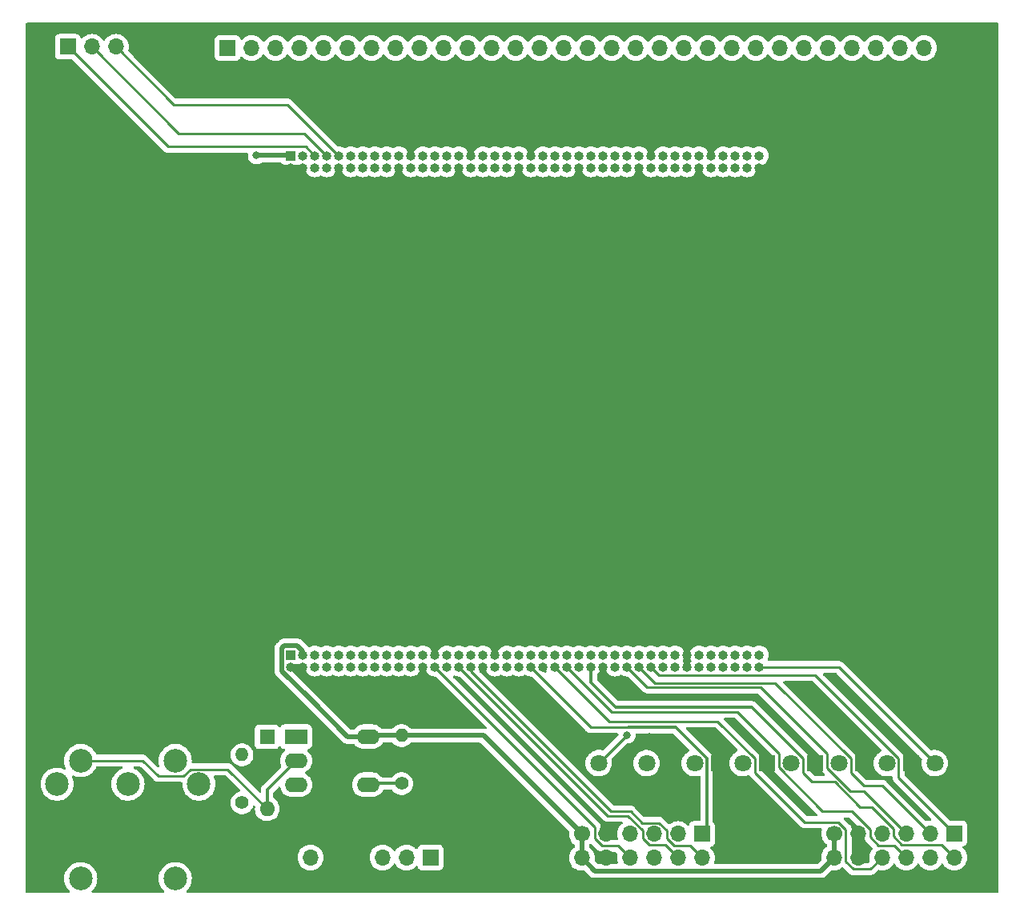
<source format=gbr>
%TF.GenerationSoftware,KiCad,Pcbnew,7.0.10*%
%TF.CreationDate,2024-01-11T09:38:06+00:00*%
%TF.ProjectId,Breakout,42726561-6b6f-4757-942e-6b696361645f,rev?*%
%TF.SameCoordinates,Original*%
%TF.FileFunction,Copper,L1,Top*%
%TF.FilePolarity,Positive*%
%FSLAX46Y46*%
G04 Gerber Fmt 4.6, Leading zero omitted, Abs format (unit mm)*
G04 Created by KiCad (PCBNEW 7.0.10) date 2024-01-11 09:38:06*
%MOMM*%
%LPD*%
G01*
G04 APERTURE LIST*
%TA.AperFunction,ComponentPad*%
%ADD10R,1.700000X1.700000*%
%TD*%
%TA.AperFunction,ComponentPad*%
%ADD11O,1.700000X1.700000*%
%TD*%
%TA.AperFunction,ComponentPad*%
%ADD12C,1.400000*%
%TD*%
%TA.AperFunction,ComponentPad*%
%ADD13O,1.400000X1.400000*%
%TD*%
%TA.AperFunction,ComponentPad*%
%ADD14R,1.800000X1.800000*%
%TD*%
%TA.AperFunction,ComponentPad*%
%ADD15C,1.800000*%
%TD*%
%TA.AperFunction,ComponentPad*%
%ADD16R,1.000000X1.000000*%
%TD*%
%TA.AperFunction,ComponentPad*%
%ADD17O,1.000000X1.000000*%
%TD*%
%TA.AperFunction,ComponentPad*%
%ADD18R,1.600000X1.600000*%
%TD*%
%TA.AperFunction,ComponentPad*%
%ADD19O,1.600000X1.600000*%
%TD*%
%TA.AperFunction,WasherPad*%
%ADD20C,2.499360*%
%TD*%
%TA.AperFunction,ComponentPad*%
%ADD21C,2.499360*%
%TD*%
%TA.AperFunction,ComponentPad*%
%ADD22R,2.400000X1.600000*%
%TD*%
%TA.AperFunction,ComponentPad*%
%ADD23O,2.400000X1.600000*%
%TD*%
%TA.AperFunction,ComponentPad*%
%ADD24C,1.700000*%
%TD*%
%TA.AperFunction,ViaPad*%
%ADD25C,0.800000*%
%TD*%
%TA.AperFunction,Conductor*%
%ADD26C,0.300000*%
%TD*%
%TA.AperFunction,Conductor*%
%ADD27C,0.250000*%
%TD*%
%TA.AperFunction,Conductor*%
%ADD28C,0.500000*%
%TD*%
G04 APERTURE END LIST*
D10*
%TO.P,J6,1,Pin_1*%
%TO.N,XADC_INP0*%
X48260000Y-20955000D03*
D11*
%TO.P,J6,2,Pin_2*%
%TO.N,XADC_INN0*%
X50800000Y-20955000D03*
%TO.P,J6,3,Pin_3*%
%TO.N,XADC_VCC*%
X53340000Y-20955000D03*
%TO.P,J6,4,Pin_4*%
%TO.N,GND*%
X55880000Y-20955000D03*
%TD*%
D12*
%TO.P,R2,1*%
%TO.N,MIDI_IN*%
X83566000Y-98933000D03*
D13*
%TO.P,R2,2*%
%TO.N,+3.3V*%
X83566000Y-93853000D03*
%TD*%
D14*
%TO.P,D9,1,K*%
%TO.N,GND*%
X142494000Y-96774000D03*
D15*
%TO.P,D9,2,A*%
%TO.N,LED8*%
X139954000Y-96774000D03*
%TD*%
D14*
%TO.P,D2,1,K*%
%TO.N,GND*%
X106934000Y-96774000D03*
D15*
%TO.P,D2,2,A*%
%TO.N,LED1*%
X104394000Y-96774000D03*
%TD*%
D10*
%TO.P,J5,1,Pin_1*%
%TO.N,+5V*%
X65151000Y-21082000D03*
D11*
%TO.P,J5,2,Pin_2*%
%TO.N,+3.3V*%
X67691000Y-21082000D03*
%TO.P,J5,3,Pin_3*%
%TO.N,GPIO_1*%
X70231000Y-21082000D03*
%TO.P,J5,4,Pin_4*%
%TO.N,GPIO_2*%
X72771000Y-21082000D03*
%TO.P,J5,5,Pin_5*%
%TO.N,GPIO_3*%
X75311000Y-21082000D03*
%TO.P,J5,6,Pin_6*%
%TO.N,GPIO_4*%
X77851000Y-21082000D03*
%TO.P,J5,7,Pin_7*%
%TO.N,GPIO_5*%
X80391000Y-21082000D03*
%TO.P,J5,8,Pin_8*%
%TO.N,GPIO_6*%
X82931000Y-21082000D03*
%TO.P,J5,9,Pin_9*%
%TO.N,GPIO_7*%
X85471000Y-21082000D03*
%TO.P,J5,10,Pin_10*%
%TO.N,GPIO_8*%
X88011000Y-21082000D03*
%TO.P,J5,11,Pin_11*%
%TO.N,GPIO_9*%
X90551000Y-21082000D03*
%TO.P,J5,12,Pin_12*%
%TO.N,GPIO_10*%
X93091000Y-21082000D03*
%TO.P,J5,13,Pin_13*%
%TO.N,GPIO_11*%
X95631000Y-21082000D03*
%TO.P,J5,14,Pin_14*%
%TO.N,GPIO_12*%
X98171000Y-21082000D03*
%TO.P,J5,15,Pin_15*%
%TO.N,GPIO_13*%
X100711000Y-21082000D03*
%TO.P,J5,16,Pin_16*%
%TO.N,GPIO_14*%
X103251000Y-21082000D03*
%TO.P,J5,17,Pin_17*%
%TO.N,GPIO_15*%
X105791000Y-21082000D03*
%TO.P,J5,18,Pin_18*%
%TO.N,GPIO_16*%
X108331000Y-21082000D03*
%TO.P,J5,19,Pin_19*%
%TO.N,GPIO_17*%
X110871000Y-21082000D03*
%TO.P,J5,20,Pin_20*%
%TO.N,GPIO_18*%
X113411000Y-21082000D03*
%TO.P,J5,21,Pin_21*%
%TO.N,GPIO_19*%
X115951000Y-21082000D03*
%TO.P,J5,22,Pin_22*%
%TO.N,GPIO_20*%
X118491000Y-21082000D03*
%TO.P,J5,23,Pin_23*%
%TO.N,GPIO_21*%
X121031000Y-21082000D03*
%TO.P,J5,24,Pin_24*%
%TO.N,GPIO_22*%
X123571000Y-21082000D03*
%TO.P,J5,25,Pin_25*%
%TO.N,GPIO_23*%
X126111000Y-21082000D03*
%TO.P,J5,26,Pin_26*%
%TO.N,GPIO_24*%
X128651000Y-21082000D03*
%TO.P,J5,27,Pin_27*%
%TO.N,GPIO_25*%
X131191000Y-21082000D03*
%TO.P,J5,28,Pin_28*%
%TO.N,GPIO_26*%
X133731000Y-21082000D03*
%TO.P,J5,29,Pin_29*%
%TO.N,GPIO_27*%
X136271000Y-21082000D03*
%TO.P,J5,30,Pin_30*%
%TO.N,GPIO_28*%
X138811000Y-21082000D03*
%TO.P,J5,31,Pin_31*%
%TO.N,GND*%
X141351000Y-21082000D03*
%TO.P,J5,32,Pin_32*%
X143891000Y-21082000D03*
%TD*%
D16*
%TO.P,J7,1,Pin_1*%
%TO.N,+5V*%
X71831200Y-32486600D03*
D17*
%TO.P,J7,2,Pin_2*%
%TO.N,GND*%
X71831200Y-33756600D03*
%TO.P,J7,3,Pin_3*%
%TO.N,+3.3V*%
X73101200Y-32486600D03*
%TO.P,J7,4,Pin_4*%
%TO.N,GND*%
X73101200Y-33756600D03*
%TO.P,J7,5,Pin_5*%
%TO.N,XADC_INP0*%
X74371200Y-32486600D03*
%TO.P,J7,6,Pin_6*%
%TO.N,unconnected-(J7-Pin_6-Pad6)*%
X74371200Y-33756600D03*
%TO.P,J7,7,Pin_7*%
%TO.N,XADC_INN0*%
X75641200Y-32486600D03*
%TO.P,J7,8,Pin_8*%
%TO.N,unconnected-(J7-Pin_8-Pad8)*%
X75641200Y-33756600D03*
%TO.P,J7,9,Pin_9*%
%TO.N,XADC_VCC*%
X76911200Y-32486600D03*
%TO.P,J7,10,Pin_10*%
%TO.N,GND*%
X76911200Y-33756600D03*
%TO.P,J7,11,Pin_11*%
%TO.N,GPIO_1*%
X78181200Y-32486600D03*
%TO.P,J7,12,Pin_12*%
%TO.N,unconnected-(J7-Pin_12-Pad12)*%
X78181200Y-33756600D03*
%TO.P,J7,13,Pin_13*%
%TO.N,GPIO_2*%
X79451200Y-32486600D03*
%TO.P,J7,14,Pin_14*%
%TO.N,unconnected-(J7-Pin_14-Pad14)*%
X79451200Y-33756600D03*
%TO.P,J7,15,Pin_15*%
%TO.N,GPIO_3*%
X80721200Y-32486600D03*
%TO.P,J7,16,Pin_16*%
%TO.N,unconnected-(J7-Pin_16-Pad16)*%
X80721200Y-33756600D03*
%TO.P,J7,17,Pin_17*%
%TO.N,GPIO_4*%
X81991200Y-32486600D03*
%TO.P,J7,18,Pin_18*%
%TO.N,unconnected-(J7-Pin_18-Pad18)*%
X81991200Y-33756600D03*
%TO.P,J7,19,Pin_19*%
%TO.N,GPIO_5*%
X83261200Y-32486600D03*
%TO.P,J7,20,Pin_20*%
%TO.N,GND*%
X83261200Y-33756600D03*
%TO.P,J7,21,Pin_21*%
X84531200Y-32486600D03*
%TO.P,J7,22,Pin_22*%
%TO.N,unconnected-(J7-Pin_22-Pad22)*%
X84531200Y-33756600D03*
%TO.P,J7,23,Pin_23*%
%TO.N,GPIO_6*%
X85801200Y-32486600D03*
%TO.P,J7,24,Pin_24*%
%TO.N,unconnected-(J7-Pin_24-Pad24)*%
X85801200Y-33756600D03*
%TO.P,J7,25,Pin_25*%
%TO.N,GPIO_7*%
X87071200Y-32486600D03*
%TO.P,J7,26,Pin_26*%
%TO.N,unconnected-(J7-Pin_26-Pad26)*%
X87071200Y-33756600D03*
%TO.P,J7,27,Pin_27*%
%TO.N,GPIO_8*%
X88341200Y-32486600D03*
%TO.P,J7,28,Pin_28*%
%TO.N,unconnected-(J7-Pin_28-Pad28)*%
X88341200Y-33756600D03*
%TO.P,J7,29,Pin_29*%
%TO.N,GPIO_9*%
X89611200Y-32486600D03*
%TO.P,J7,30,Pin_30*%
%TO.N,GND*%
X89611200Y-33756600D03*
%TO.P,J7,31,Pin_31*%
X90881200Y-32486600D03*
%TO.P,J7,32,Pin_32*%
%TO.N,unconnected-(J7-Pin_32-Pad32)*%
X90881200Y-33756600D03*
%TO.P,J7,33,Pin_33*%
%TO.N,GPIO_10*%
X92151200Y-32486600D03*
%TO.P,J7,34,Pin_34*%
%TO.N,unconnected-(J7-Pin_34-Pad34)*%
X92151200Y-33756600D03*
%TO.P,J7,35,Pin_35*%
%TO.N,GPIO_11*%
X93421200Y-32486600D03*
%TO.P,J7,36,Pin_36*%
%TO.N,unconnected-(J7-Pin_36-Pad36)*%
X93421200Y-33756600D03*
%TO.P,J7,37,Pin_37*%
%TO.N,GPIO_12*%
X94691200Y-32486600D03*
%TO.P,J7,38,Pin_38*%
%TO.N,unconnected-(J7-Pin_38-Pad38)*%
X94691200Y-33756600D03*
%TO.P,J7,39,Pin_39*%
%TO.N,GPIO_13*%
X95961200Y-32486600D03*
%TO.P,J7,40,Pin_40*%
%TO.N,GND*%
X95961200Y-33756600D03*
%TO.P,J7,41,Pin_41*%
X97231200Y-32486600D03*
%TO.P,J7,42,Pin_42*%
%TO.N,unconnected-(J7-Pin_42-Pad42)*%
X97231200Y-33756600D03*
%TO.P,J7,43,Pin_43*%
%TO.N,GPIO_14*%
X98501200Y-32486600D03*
%TO.P,J7,44,Pin_44*%
%TO.N,unconnected-(J7-Pin_44-Pad44)*%
X98501200Y-33756600D03*
%TO.P,J7,45,Pin_45*%
%TO.N,GPIO_15*%
X99771200Y-32486600D03*
%TO.P,J7,46,Pin_46*%
%TO.N,unconnected-(J7-Pin_46-Pad46)*%
X99771200Y-33756600D03*
%TO.P,J7,47,Pin_47*%
%TO.N,GPIO_16*%
X101041200Y-32486600D03*
%TO.P,J7,48,Pin_48*%
%TO.N,unconnected-(J7-Pin_48-Pad48)*%
X101041200Y-33756600D03*
%TO.P,J7,49,Pin_49*%
%TO.N,GPIO_17*%
X102311200Y-32486600D03*
%TO.P,J7,50,Pin_50*%
%TO.N,GND*%
X102311200Y-33756600D03*
%TO.P,J7,51,Pin_51*%
%TO.N,unconnected-(J7-Pin_51-Pad51)*%
X103581200Y-32486600D03*
%TO.P,J7,52,Pin_52*%
%TO.N,unconnected-(J7-Pin_52-Pad52)*%
X103581200Y-33756600D03*
%TO.P,J7,53,Pin_53*%
%TO.N,GPIO_18*%
X104851200Y-32486600D03*
%TO.P,J7,54,Pin_54*%
%TO.N,unconnected-(J7-Pin_54-Pad54)*%
X104851200Y-33756600D03*
%TO.P,J7,55,Pin_55*%
%TO.N,GPIO_19*%
X106121200Y-32486600D03*
%TO.P,J7,56,Pin_56*%
%TO.N,unconnected-(J7-Pin_56-Pad56)*%
X106121200Y-33756600D03*
%TO.P,J7,57,Pin_57*%
%TO.N,GPIO_20*%
X107391200Y-32486600D03*
%TO.P,J7,58,Pin_58*%
%TO.N,unconnected-(J7-Pin_58-Pad58)*%
X107391200Y-33756600D03*
%TO.P,J7,59,Pin_59*%
%TO.N,GPIO_21*%
X108661200Y-32486600D03*
%TO.P,J7,60,Pin_60*%
%TO.N,GND*%
X108661200Y-33756600D03*
%TO.P,J7,61,Pin_61*%
X109931200Y-32486600D03*
%TO.P,J7,62,Pin_62*%
%TO.N,unconnected-(J7-Pin_62-Pad62)*%
X109931200Y-33756600D03*
%TO.P,J7,63,Pin_63*%
%TO.N,GPIO_22*%
X111201200Y-32486600D03*
%TO.P,J7,64,Pin_64*%
%TO.N,unconnected-(J7-Pin_64-Pad64)*%
X111201200Y-33756600D03*
%TO.P,J7,65,Pin_65*%
%TO.N,GPIO_23*%
X112471200Y-32486600D03*
%TO.P,J7,66,Pin_66*%
%TO.N,unconnected-(J7-Pin_66-Pad66)*%
X112471200Y-33756600D03*
%TO.P,J7,67,Pin_67*%
%TO.N,GPIO_24*%
X113741200Y-32486600D03*
%TO.P,J7,68,Pin_68*%
%TO.N,unconnected-(J7-Pin_68-Pad68)*%
X113741200Y-33756600D03*
%TO.P,J7,69,Pin_69*%
%TO.N,GPIO_25*%
X115011200Y-32486600D03*
%TO.P,J7,70,Pin_70*%
%TO.N,GND*%
X115011200Y-33756600D03*
%TO.P,J7,71,Pin_71*%
X116281200Y-32486600D03*
%TO.P,J7,72,Pin_72*%
%TO.N,unconnected-(J7-Pin_72-Pad72)*%
X116281200Y-33756600D03*
%TO.P,J7,73,Pin_73*%
%TO.N,GPIO_26*%
X117551200Y-32486600D03*
%TO.P,J7,74,Pin_74*%
%TO.N,unconnected-(J7-Pin_74-Pad74)*%
X117551200Y-33756600D03*
%TO.P,J7,75,Pin_75*%
%TO.N,GPIO_27*%
X118821200Y-32486600D03*
%TO.P,J7,76,Pin_76*%
%TO.N,unconnected-(J7-Pin_76-Pad76)*%
X118821200Y-33756600D03*
%TO.P,J7,77,Pin_77*%
%TO.N,GPIO_28*%
X120091200Y-32486600D03*
%TO.P,J7,78,Pin_78*%
%TO.N,unconnected-(J7-Pin_78-Pad78)*%
X120091200Y-33756600D03*
%TO.P,J7,79,Pin_79*%
%TO.N,unconnected-(J7-Pin_79-Pad79)*%
X121361200Y-32486600D03*
%TO.P,J7,80,Pin_80*%
%TO.N,GND*%
X121361200Y-33756600D03*
%TD*%
D14*
%TO.P,D7,1,K*%
%TO.N,GND*%
X132334000Y-96774000D03*
D15*
%TO.P,D7,2,A*%
%TO.N,LED6*%
X129794000Y-96774000D03*
%TD*%
D18*
%TO.P,D1,1,K*%
%TO.N,Net-(D1-K)*%
X69342000Y-93980000D03*
D19*
%TO.P,D1,2,A*%
%TO.N,Net-(D1-A)*%
X69342000Y-101600000D03*
%TD*%
D20*
%TO.P,J2,*%
%TO.N,*%
X49621540Y-108994700D03*
X59624060Y-108994700D03*
D21*
%TO.P,J2,1*%
%TO.N,unconnected-(J2-Pad1)*%
X62120880Y-98999800D03*
%TO.P,J2,2*%
%TO.N,unconnected-(J2-Pad2)*%
X54622800Y-98997260D03*
%TO.P,J2,3*%
%TO.N,unconnected-(J2-Pad3)*%
X47124720Y-98999800D03*
%TO.P,J2,4*%
%TO.N,Net-(J2-Pad4)*%
X59618980Y-96497900D03*
%TO.P,J2,5*%
%TO.N,Net-(D1-A)*%
X49626620Y-96497900D03*
%TD*%
D14*
%TO.P,D5,1,K*%
%TO.N,GND*%
X122174000Y-96774000D03*
D15*
%TO.P,D5,2,A*%
%TO.N,LED4*%
X119634000Y-96774000D03*
%TD*%
D14*
%TO.P,D4,1,K*%
%TO.N,GND*%
X117094000Y-96774000D03*
D15*
%TO.P,D4,2,A*%
%TO.N,LED3*%
X114554000Y-96774000D03*
%TD*%
D22*
%TO.P,U1,1*%
%TO.N,Net-(D1-K)*%
X72400000Y-93970000D03*
D23*
%TO.P,U1,2*%
%TO.N,Net-(D1-A)*%
X72400000Y-96510000D03*
%TO.P,U1,3*%
%TO.N,unconnected-(U1-Pad3)*%
X72400000Y-99050000D03*
%TO.P,U1,4*%
%TO.N,MIDI_IN*%
X80020000Y-99050000D03*
%TO.P,U1,5*%
%TO.N,GND*%
X80020000Y-96510000D03*
%TO.P,U1,6*%
%TO.N,+3.3V*%
X80020000Y-93970000D03*
%TD*%
D10*
%TO.P,J4,1,Pin_1*%
%TO.N,BCLK*%
X86614000Y-106750000D03*
D11*
%TO.P,J4,2,Pin_2*%
%TO.N,DATA*%
X84074000Y-106750000D03*
%TO.P,J4,3,Pin_3*%
%TO.N,LRCLK*%
X81534000Y-106750000D03*
%TO.P,J4,4,Pin_4*%
%TO.N,GND*%
X78994000Y-106750000D03*
%TO.P,J4,5,Pin_5*%
X76454000Y-106750000D03*
%TO.P,J4,6,Pin_6*%
%TO.N,+5V*%
X73914000Y-106750000D03*
%TD*%
D14*
%TO.P,D3,1,K*%
%TO.N,GND*%
X112009000Y-96774000D03*
D15*
%TO.P,D3,2,A*%
%TO.N,LED2*%
X109469000Y-96774000D03*
%TD*%
D10*
%TO.P,J1,1,Pin_1*%
%TO.N,PMOD1_1*%
X115316000Y-104267000D03*
D11*
%TO.P,J1,2,Pin_2*%
%TO.N,PMOD1_2*%
X112776000Y-104267000D03*
%TO.P,J1,3,Pin_3*%
%TO.N,PMOD1_3*%
X110236000Y-104267000D03*
%TO.P,J1,4,Pin_4*%
%TO.N,PMOD1_4*%
X107696000Y-104267000D03*
%TO.P,J1,5,GND*%
%TO.N,GND*%
X105156000Y-104267000D03*
D24*
%TO.P,J1,6,VCC*%
%TO.N,+3.3V*%
X102616000Y-104267000D03*
D11*
%TO.P,J1,7,Pin_7*%
%TO.N,PMOD1_7*%
X115316000Y-106807000D03*
%TO.P,J1,8,Pin_8*%
%TO.N,PMOD1_8*%
X112776000Y-106807000D03*
%TO.P,J1,9,Pin_9*%
%TO.N,PMOD1_9*%
X110236000Y-106807000D03*
%TO.P,J1,10,Pin_10*%
%TO.N,PMOD1_10*%
X107696000Y-106807000D03*
%TO.P,J1,11,GND*%
%TO.N,GND*%
X105156000Y-106807000D03*
%TO.P,J1,12,VCC*%
%TO.N,+3.3V*%
X102616000Y-106807000D03*
%TD*%
D10*
%TO.P,J3,1,Pin_1*%
%TO.N,PMOD2_1*%
X141986000Y-104207000D03*
D11*
%TO.P,J3,2,Pin_2*%
%TO.N,PMOD2_2*%
X139446000Y-104207000D03*
%TO.P,J3,3,Pin_3*%
%TO.N,PMOD2_3*%
X136906000Y-104207000D03*
%TO.P,J3,4,Pin_4*%
%TO.N,PMOD2_4*%
X134366000Y-104207000D03*
%TO.P,J3,5,GND*%
%TO.N,GND*%
X131826000Y-104207000D03*
D24*
%TO.P,J3,6,VCC*%
%TO.N,+3.3V*%
X129286000Y-104207000D03*
D11*
%TO.P,J3,7,Pin_7*%
%TO.N,PMOD2_7*%
X141986000Y-106747000D03*
%TO.P,J3,8,Pin_8*%
%TO.N,PMOD2_8*%
X139446000Y-106747000D03*
%TO.P,J3,9,Pin_9*%
%TO.N,PMOD2_9*%
X136906000Y-106747000D03*
%TO.P,J3,10,Pin_10*%
%TO.N,PMOD2_10*%
X134366000Y-106747000D03*
%TO.P,J3,11,GND*%
%TO.N,GND*%
X131826000Y-106747000D03*
%TO.P,J3,12,VCC*%
%TO.N,+3.3V*%
X129286000Y-106747000D03*
%TD*%
D14*
%TO.P,D6,1,K*%
%TO.N,GND*%
X127254000Y-96774000D03*
D15*
%TO.P,D6,2,A*%
%TO.N,LED5*%
X124714000Y-96774000D03*
%TD*%
D12*
%TO.P,R1,1*%
%TO.N,Net-(J2-Pad4)*%
X66675000Y-100965000D03*
D13*
%TO.P,R1,2*%
%TO.N,Net-(D1-K)*%
X66675000Y-95885000D03*
%TD*%
D14*
%TO.P,D8,1,K*%
%TO.N,GND*%
X137414000Y-96774000D03*
D15*
%TO.P,D8,2,A*%
%TO.N,LED7*%
X134874000Y-96774000D03*
%TD*%
D16*
%TO.P,J8,1,Pin_1*%
%TO.N,+5V*%
X71831200Y-85318600D03*
D17*
%TO.P,J8,2,Pin_2*%
%TO.N,GND*%
X71831200Y-86588600D03*
%TO.P,J8,3,Pin_3*%
%TO.N,+3.3V*%
X73101200Y-85318600D03*
%TO.P,J8,4,Pin_4*%
%TO.N,GND*%
X73101200Y-86588600D03*
%TO.P,J8,5,Pin_5*%
%TO.N,unconnected-(J8-Pin_5-Pad5)*%
X74371200Y-85318600D03*
%TO.P,J8,6,Pin_6*%
%TO.N,unconnected-(J8-Pin_6-Pad6)*%
X74371200Y-86588600D03*
%TO.P,J8,7,Pin_7*%
%TO.N,unconnected-(J8-Pin_7-Pad7)*%
X75641200Y-85318600D03*
%TO.P,J8,8,Pin_8*%
%TO.N,unconnected-(J8-Pin_8-Pad8)*%
X75641200Y-86588600D03*
%TO.P,J8,9,Pin_9*%
%TO.N,unconnected-(J8-Pin_9-Pad9)*%
X76911200Y-85318600D03*
%TO.P,J8,10,Pin_10*%
%TO.N,unconnected-(J8-Pin_10-Pad10)*%
X76911200Y-86588600D03*
%TO.P,J8,11,Pin_11*%
%TO.N,unconnected-(J8-Pin_11-Pad11)*%
X78181200Y-85318600D03*
%TO.P,J8,12,Pin_12*%
%TO.N,unconnected-(J8-Pin_12-Pad12)*%
X78181200Y-86588600D03*
%TO.P,J8,13,Pin_13*%
%TO.N,unconnected-(J8-Pin_13-Pad13)*%
X79451200Y-85318600D03*
%TO.P,J8,14,Pin_14*%
%TO.N,unconnected-(J8-Pin_14-Pad14)*%
X79451200Y-86588600D03*
%TO.P,J8,15,Pin_15*%
%TO.N,unconnected-(J8-Pin_15-Pad15)*%
X80721200Y-85318600D03*
%TO.P,J8,16,Pin_16*%
%TO.N,MIDI_IN*%
X80721200Y-86588600D03*
%TO.P,J8,17,Pin_17*%
%TO.N,unconnected-(J8-Pin_17-Pad17)*%
X81991200Y-85318600D03*
%TO.P,J8,18,Pin_18*%
%TO.N,LRCLK*%
X81991200Y-86588600D03*
%TO.P,J8,19,Pin_19*%
%TO.N,unconnected-(J8-Pin_19-Pad19)*%
X83261200Y-85318600D03*
%TO.P,J8,20,Pin_20*%
%TO.N,DATA*%
X83261200Y-86588600D03*
%TO.P,J8,21,Pin_21*%
%TO.N,unconnected-(J8-Pin_21-Pad21)*%
X84531200Y-85318600D03*
%TO.P,J8,22,Pin_22*%
%TO.N,BCLK*%
X84531200Y-86588600D03*
%TO.P,J8,23,Pin_23*%
%TO.N,unconnected-(J8-Pin_23-Pad23)*%
X85801200Y-85318600D03*
%TO.P,J8,24,Pin_24*%
%TO.N,GND*%
X85801200Y-86588600D03*
%TO.P,J8,25,Pin_25*%
X87071200Y-85318600D03*
%TO.P,J8,26,Pin_26*%
%TO.N,PMOD1_10*%
X87071200Y-86588600D03*
%TO.P,J8,27,Pin_27*%
%TO.N,unconnected-(J8-Pin_27-Pad27)*%
X88341200Y-85318600D03*
%TO.P,J8,28,Pin_28*%
%TO.N,PMOD1_9*%
X88341200Y-86588600D03*
%TO.P,J8,29,Pin_29*%
%TO.N,unconnected-(J8-Pin_29-Pad29)*%
X89611200Y-85318600D03*
%TO.P,J8,30,Pin_30*%
%TO.N,PMOD1_8*%
X89611200Y-86588600D03*
%TO.P,J8,31,Pin_31*%
%TO.N,unconnected-(J8-Pin_31-Pad31)*%
X90881200Y-85318600D03*
%TO.P,J8,32,Pin_32*%
%TO.N,PMOD1_7*%
X90881200Y-86588600D03*
%TO.P,J8,33,Pin_33*%
%TO.N,unconnected-(J8-Pin_33-Pad33)*%
X92151200Y-85318600D03*
%TO.P,J8,34,Pin_34*%
%TO.N,GND*%
X92151200Y-86588600D03*
%TO.P,J8,35,Pin_35*%
X93421200Y-85318600D03*
%TO.P,J8,36,Pin_36*%
%TO.N,PMOD1_4*%
X93421200Y-86588600D03*
%TO.P,J8,37,Pin_37*%
%TO.N,unconnected-(J8-Pin_37-Pad37)*%
X94691200Y-85318600D03*
%TO.P,J8,38,Pin_38*%
%TO.N,PMOD1_3*%
X94691200Y-86588600D03*
%TO.P,J8,39,Pin_39*%
%TO.N,unconnected-(J8-Pin_39-Pad39)*%
X95961200Y-85318600D03*
%TO.P,J8,40,Pin_40*%
%TO.N,PMOD1_2*%
X95961200Y-86588600D03*
%TO.P,J8,41,Pin_41*%
%TO.N,unconnected-(J8-Pin_41-Pad41)*%
X97231200Y-85318600D03*
%TO.P,J8,42,Pin_42*%
%TO.N,PMOD1_1*%
X97231200Y-86588600D03*
%TO.P,J8,43,Pin_43*%
%TO.N,unconnected-(J8-Pin_43-Pad43)*%
X98501200Y-85318600D03*
%TO.P,J8,44,Pin_44*%
%TO.N,GND*%
X98501200Y-86588600D03*
%TO.P,J8,45,Pin_45*%
%TO.N,unconnected-(J8-Pin_45-Pad45)*%
X99771200Y-85318600D03*
%TO.P,J8,46,Pin_46*%
%TO.N,PMOD2_10*%
X99771200Y-86588600D03*
%TO.P,J8,47,Pin_47*%
%TO.N,unconnected-(J8-Pin_47-Pad47)*%
X101041200Y-85318600D03*
%TO.P,J8,48,Pin_48*%
%TO.N,PMOD2_9*%
X101041200Y-86588600D03*
%TO.P,J8,49,Pin_49*%
%TO.N,unconnected-(J8-Pin_49-Pad49)*%
X102311200Y-85318600D03*
%TO.P,J8,50,Pin_50*%
%TO.N,PMOD2_8*%
X102311200Y-86588600D03*
%TO.P,J8,51,Pin_51*%
%TO.N,unconnected-(J8-Pin_51-Pad51)*%
X103581200Y-85318600D03*
%TO.P,J8,52,Pin_52*%
%TO.N,PMOD2_7*%
X103581200Y-86588600D03*
%TO.P,J8,53,Pin_53*%
%TO.N,unconnected-(J8-Pin_53-Pad53)*%
X104851200Y-85318600D03*
%TO.P,J8,54,Pin_54*%
%TO.N,GND*%
X104851200Y-86588600D03*
%TO.P,J8,55,Pin_55*%
%TO.N,unconnected-(J8-Pin_55-Pad55)*%
X106121200Y-85318600D03*
%TO.P,J8,56,Pin_56*%
%TO.N,PMOD2_4*%
X106121200Y-86588600D03*
%TO.P,J8,57,Pin_57*%
%TO.N,unconnected-(J8-Pin_57-Pad57)*%
X107391200Y-85318600D03*
%TO.P,J8,58,Pin_58*%
%TO.N,PMOD2_3*%
X107391200Y-86588600D03*
%TO.P,J8,59,Pin_59*%
%TO.N,unconnected-(J8-Pin_59-Pad59)*%
X108661200Y-85318600D03*
%TO.P,J8,60,Pin_60*%
%TO.N,PMOD2_2*%
X108661200Y-86588600D03*
%TO.P,J8,61,Pin_61*%
%TO.N,unconnected-(J8-Pin_61-Pad61)*%
X109931200Y-85318600D03*
%TO.P,J8,62,Pin_62*%
%TO.N,PMOD2_1*%
X109931200Y-86588600D03*
%TO.P,J8,63,Pin_63*%
%TO.N,unconnected-(J8-Pin_63-Pad63)*%
X111201200Y-85318600D03*
%TO.P,J8,64,Pin_64*%
%TO.N,LED1*%
X111201200Y-86588600D03*
%TO.P,J8,65,Pin_65*%
%TO.N,unconnected-(J8-Pin_65-Pad65)*%
X112471200Y-85318600D03*
%TO.P,J8,66,Pin_66*%
%TO.N,LED2*%
X112471200Y-86588600D03*
%TO.P,J8,67,Pin_67*%
%TO.N,GND*%
X113741200Y-85318600D03*
%TO.P,J8,68,Pin_68*%
X113741200Y-86588600D03*
%TO.P,J8,69,Pin_69*%
%TO.N,unconnected-(J8-Pin_69-Pad69)*%
X115011200Y-85318600D03*
%TO.P,J8,70,Pin_70*%
%TO.N,LED3*%
X115011200Y-86588600D03*
%TO.P,J8,71,Pin_71*%
%TO.N,unconnected-(J8-Pin_71-Pad71)*%
X116281200Y-85318600D03*
%TO.P,J8,72,Pin_72*%
%TO.N,LED4*%
X116281200Y-86588600D03*
%TO.P,J8,73,Pin_73*%
%TO.N,unconnected-(J8-Pin_73-Pad73)*%
X117551200Y-85318600D03*
%TO.P,J8,74,Pin_74*%
%TO.N,LED5*%
X117551200Y-86588600D03*
%TO.P,J8,75,Pin_75*%
%TO.N,unconnected-(J8-Pin_75-Pad75)*%
X118821200Y-85318600D03*
%TO.P,J8,76,Pin_76*%
%TO.N,LED6*%
X118821200Y-86588600D03*
%TO.P,J8,77,Pin_77*%
%TO.N,unconnected-(J8-Pin_77-Pad77)*%
X120091200Y-85318600D03*
%TO.P,J8,78,Pin_78*%
%TO.N,LED7*%
X120091200Y-86588600D03*
%TO.P,J8,79,Pin_79*%
%TO.N,unconnected-(J8-Pin_79-Pad79)*%
X121361200Y-85318600D03*
%TO.P,J8,80,Pin_80*%
%TO.N,LED8*%
X121361200Y-86588600D03*
%TD*%
D25*
%TO.N,GND*%
X99314000Y-90932000D03*
X108331000Y-100203000D03*
X83947000Y-102743000D03*
X125222000Y-106426000D03*
X80137000Y-90297000D03*
X107950000Y-89535000D03*
X109728000Y-93980000D03*
X83185000Y-89535000D03*
X70612000Y-65278000D03*
%TO.N,LED1*%
X107392700Y-93803700D03*
%TO.N,+5V*%
X68199300Y-32466900D03*
%TD*%
D26*
%TO.N,Net-(D1-K)*%
X72390000Y-93980000D02*
X72400000Y-93970000D01*
D27*
X71765000Y-93970000D02*
X71755000Y-93980000D01*
%TO.N,Net-(D1-A)*%
X49626600Y-96497900D02*
X56177100Y-96497900D01*
D26*
X72400000Y-96510000D02*
X69342000Y-99568000D01*
D27*
X60489100Y-98129700D02*
X61200600Y-97418200D01*
X57808900Y-98129700D02*
X60489100Y-98129700D01*
X56177100Y-96497900D02*
X57808900Y-98129700D01*
X61200600Y-97418200D02*
X65160200Y-97418200D01*
X65160200Y-97418200D02*
X69342000Y-101600000D01*
D26*
X69342000Y-99568000D02*
X69342000Y-101600000D01*
D27*
%TO.N,LED1*%
X104394000Y-96774000D02*
X107364300Y-93803700D01*
X107364300Y-93803700D02*
X107392700Y-93803700D01*
%TO.N,LED8*%
X129775000Y-86595000D02*
X121350000Y-86595000D01*
X139954000Y-96774000D02*
X129775000Y-86595000D01*
D26*
%TO.N,PMOD1_1*%
X115316000Y-104267000D02*
X115824000Y-103759000D01*
X112514367Y-92966600D02*
X107590000Y-92966600D01*
D27*
X103591600Y-92966600D02*
X97220000Y-86595000D01*
D26*
X115824000Y-96276233D02*
X112514367Y-92966600D01*
X115824000Y-103759000D02*
X115824000Y-96276233D01*
D27*
X107590000Y-92966600D02*
X103591600Y-92966600D01*
D28*
%TO.N,+3.3V*%
X102616000Y-104267000D02*
X92202000Y-93853000D01*
X127863100Y-108169900D02*
X103978900Y-108169900D01*
X70868100Y-87001400D02*
X70868100Y-84627500D01*
X129286000Y-106747000D02*
X127863100Y-108169900D01*
X102616000Y-106807000D02*
X102616000Y-104267000D01*
X129286000Y-106747000D02*
X129286000Y-104207000D01*
X80137000Y-93853000D02*
X80020000Y-93970000D01*
X80020000Y-93970000D02*
X77836700Y-93970000D01*
X83566000Y-93853000D02*
X80137000Y-93853000D01*
X77836700Y-93970000D02*
X73828400Y-89961700D01*
X73090000Y-84918500D02*
X73090000Y-85325000D01*
X103978900Y-108169900D02*
X102616000Y-106807000D01*
X71157800Y-84337800D02*
X72509300Y-84337800D01*
X70868100Y-84627500D02*
X71157800Y-84337800D01*
X92202000Y-93853000D02*
X83566000Y-93853000D01*
X72509300Y-84337800D02*
X73090000Y-84918500D01*
X73828400Y-89961700D02*
X70868100Y-87001400D01*
D27*
%TO.N,PMOD1_7*%
X114046000Y-105537000D02*
X112381600Y-105537000D01*
X112381600Y-105537000D02*
X111599100Y-104754500D01*
X115316000Y-106807000D02*
X114046000Y-105537000D01*
X90870000Y-87060000D02*
X90870000Y-86595000D01*
X108975100Y-103090100D02*
X107761500Y-101876500D01*
X110788100Y-103090100D02*
X108975100Y-103090100D01*
X107761500Y-101876500D02*
X105686500Y-101876500D01*
X111599100Y-104754500D02*
X111599100Y-103901100D01*
X105686500Y-101876500D02*
X90870000Y-87060000D01*
X111599100Y-103901100D02*
X110788100Y-103090100D01*
%TO.N,PMOD1_8*%
X107484400Y-102326500D02*
X109059100Y-103901200D01*
X109059100Y-104754500D02*
X109748500Y-105443900D01*
X109059100Y-103901200D02*
X109059100Y-104754500D01*
X89600000Y-86595000D02*
X105331500Y-102326500D01*
X109748500Y-105443900D02*
X111412900Y-105443900D01*
X105331500Y-102326500D02*
X107484400Y-102326500D01*
X111412900Y-105443900D02*
X112776000Y-106807000D01*
%TO.N,PMOD1_10*%
X106426000Y-105537000D02*
X104761600Y-105537000D01*
X104761600Y-105537000D02*
X103979100Y-104754500D01*
X103979100Y-103514100D02*
X87060000Y-86595000D01*
X103979100Y-104754500D02*
X103979100Y-103514100D01*
X107696000Y-106807000D02*
X106426000Y-105537000D01*
%TO.N,PMOD2_1*%
X136100900Y-98321900D02*
X141986000Y-104207000D01*
X136100900Y-96265800D02*
X136100900Y-98321900D01*
X127295700Y-87460600D02*
X136100900Y-96265800D01*
X109920000Y-86595000D02*
X110785600Y-87460600D01*
X110785600Y-87460600D02*
X127295700Y-87460600D01*
%TO.N,PMOD2_2*%
X131064000Y-96306400D02*
X131064000Y-97821600D01*
X134411400Y-99172400D02*
X139446000Y-104207000D01*
X131064000Y-97821600D02*
X132414800Y-99172400D01*
X110357800Y-88302800D02*
X123060400Y-88302800D01*
X108650000Y-86595000D02*
X110357800Y-88302800D01*
X123060400Y-88302800D02*
X131064000Y-96306400D01*
X132414800Y-99172400D02*
X134411400Y-99172400D01*
%TO.N,PMOD2_3*%
X130966700Y-99707600D02*
X128524100Y-97265000D01*
X128524100Y-97265000D02*
X128524000Y-97265000D01*
X128524000Y-95773800D02*
X121503000Y-88752800D01*
X136906000Y-104207000D02*
X132406600Y-99707600D01*
X128524000Y-97265000D02*
X128524000Y-95773800D01*
X132406600Y-99707600D02*
X130966700Y-99707600D01*
X121503000Y-88752800D02*
X109537800Y-88752800D01*
X109537800Y-88752800D02*
X107380000Y-86595000D01*
%TO.N,PMOD2_7*%
X125984000Y-97799100D02*
X125984000Y-96241800D01*
X136403500Y-105383900D02*
X135542900Y-104523300D01*
X132040000Y-101420000D02*
X129373400Y-98753400D01*
D26*
X103570000Y-86595000D02*
X103570000Y-88203000D01*
X103570000Y-88203000D02*
X106223800Y-90856800D01*
D27*
X133246400Y-101420000D02*
X132040000Y-101420000D01*
X135542900Y-103716500D02*
X133246400Y-101420000D01*
D26*
X106223800Y-90856800D02*
X120599000Y-90856800D01*
D27*
X140622900Y-105383900D02*
X136403500Y-105383900D01*
X126938300Y-98753400D02*
X125984000Y-97799100D01*
X135542900Y-104523300D02*
X135542900Y-103716500D01*
D26*
X120599000Y-90856800D02*
X120852600Y-91110400D01*
D27*
X129373400Y-98753400D02*
X126938300Y-98753400D01*
X125984000Y-96241800D02*
X120852600Y-91110400D01*
X141986000Y-106747000D02*
X140622900Y-105383900D01*
%TO.N,PMOD2_9*%
X131158700Y-101870400D02*
X133096000Y-103807700D01*
X101030000Y-86595000D02*
X105766800Y-91331800D01*
X133971300Y-105477000D02*
X135636000Y-105477000D01*
X123444000Y-95744900D02*
X123444000Y-97241200D01*
X123444000Y-97241200D02*
X128073200Y-101870400D01*
X133096000Y-104601700D02*
X133971300Y-105477000D01*
X119030900Y-91331800D02*
X123444000Y-95744900D01*
X128073200Y-101870400D02*
X131158700Y-101870400D01*
X105766800Y-91331800D02*
X119030900Y-91331800D01*
X133096000Y-103807700D02*
X133096000Y-104601700D01*
X135636000Y-105477000D02*
X136906000Y-106747000D01*
%TO.N,PMOD2_10*%
X120904000Y-96281600D02*
X116971300Y-92348900D01*
X130529000Y-103765300D02*
X129768400Y-103004700D01*
X116971300Y-92348900D02*
X105513900Y-92348900D01*
X130529000Y-107212300D02*
X130529000Y-103765300D01*
X133127300Y-107985700D02*
X131302400Y-107985700D01*
X131302400Y-107985700D02*
X130529000Y-107212300D01*
X105513900Y-92348900D02*
X99760000Y-86595000D01*
X129768400Y-103004700D02*
X126138500Y-103004700D01*
X120904000Y-97770200D02*
X120904000Y-96281600D01*
X126138500Y-103004700D02*
X120904000Y-97770200D01*
X134366000Y-106747000D02*
X133127300Y-107985700D01*
D28*
%TO.N,+5V*%
X71811900Y-32466900D02*
X71820000Y-32475000D01*
X68199300Y-32466900D02*
X71811900Y-32466900D01*
D27*
%TO.N,XADC_INP0*%
X48260000Y-20955000D02*
X58844800Y-31539800D01*
X58844800Y-31539800D02*
X73424800Y-31539800D01*
X73424800Y-31539800D02*
X74360000Y-32475000D01*
%TO.N,XADC_INN0*%
X73286600Y-30131600D02*
X75630000Y-32475000D01*
X59976600Y-30131600D02*
X73286600Y-30131600D01*
X50800000Y-20955000D02*
X59976600Y-30131600D01*
%TO.N,XADC_VCC*%
X53340000Y-20955000D02*
X59442100Y-27057100D01*
X59442100Y-27057100D02*
X71482100Y-27057100D01*
X71482100Y-27057100D02*
X76900000Y-32475000D01*
D26*
%TO.N,MIDI_IN*%
X80137000Y-98933000D02*
X80020000Y-99050000D01*
X83566000Y-98933000D02*
X80137000Y-98933000D01*
%TD*%
%TA.AperFunction,Conductor*%
%TO.N,GND*%
G36*
X103619296Y-105289407D02*
G01*
X103653713Y-105313704D01*
X104260797Y-105920788D01*
X104270622Y-105933051D01*
X104270843Y-105932869D01*
X104275811Y-105938874D01*
X104324822Y-105984899D01*
X104327621Y-105987612D01*
X104347122Y-106007114D01*
X104347126Y-106007117D01*
X104347129Y-106007120D01*
X104350302Y-106009581D01*
X104359174Y-106017159D01*
X104391018Y-106047062D01*
X104408576Y-106056714D01*
X104424835Y-106067395D01*
X104440664Y-106079673D01*
X104480755Y-106097021D01*
X104491226Y-106102151D01*
X104513780Y-106114550D01*
X104529502Y-106123194D01*
X104529504Y-106123195D01*
X104529508Y-106123197D01*
X104548916Y-106128180D01*
X104567319Y-106134481D01*
X104585701Y-106142436D01*
X104585702Y-106142436D01*
X104585704Y-106142437D01*
X104628850Y-106149270D01*
X104640272Y-106151636D01*
X104682581Y-106162500D01*
X104702616Y-106162500D01*
X104722014Y-106164026D01*
X104741794Y-106167159D01*
X104741795Y-106167160D01*
X104741795Y-106167159D01*
X104741796Y-106167160D01*
X104785275Y-106163050D01*
X104796944Y-106162500D01*
X106115548Y-106162500D01*
X106182587Y-106182185D01*
X106203229Y-106198819D01*
X106355762Y-106351352D01*
X106389247Y-106412675D01*
X106387856Y-106471126D01*
X106360938Y-106571586D01*
X106360936Y-106571596D01*
X106340341Y-106806999D01*
X106340341Y-106807000D01*
X106360936Y-107042403D01*
X106360938Y-107042413D01*
X106420126Y-107263307D01*
X106418463Y-107333157D01*
X106379300Y-107391019D01*
X106315072Y-107418523D01*
X106300351Y-107419400D01*
X104341129Y-107419400D01*
X104274090Y-107399715D01*
X104253448Y-107383081D01*
X103988869Y-107118502D01*
X103955384Y-107057179D01*
X103953022Y-107020013D01*
X103953671Y-107012604D01*
X103971659Y-106807000D01*
X103951063Y-106571592D01*
X103889903Y-106343337D01*
X103790035Y-106129171D01*
X103784425Y-106121158D01*
X103654494Y-105935597D01*
X103487404Y-105768507D01*
X103419375Y-105720872D01*
X103375751Y-105666294D01*
X103366500Y-105619298D01*
X103366500Y-105454700D01*
X103386185Y-105387661D01*
X103419375Y-105353126D01*
X103487401Y-105305495D01*
X103487400Y-105305495D01*
X103491837Y-105302389D01*
X103492696Y-105303616D01*
X103550301Y-105278387D01*
X103619296Y-105289407D01*
G37*
%TD.AperFunction*%
%TA.AperFunction,Conductor*%
G36*
X116727887Y-92994085D02*
G01*
X116748529Y-93010719D01*
X119052725Y-95314915D01*
X119086210Y-95376238D01*
X119081226Y-95445930D01*
X119039354Y-95501863D01*
X119024062Y-95511650D01*
X118865380Y-95597525D01*
X118865365Y-95597535D01*
X118682222Y-95740081D01*
X118682219Y-95740084D01*
X118682216Y-95740086D01*
X118682216Y-95740087D01*
X118643286Y-95782376D01*
X118525016Y-95910852D01*
X118398075Y-96105151D01*
X118304842Y-96317699D01*
X118247866Y-96542691D01*
X118247864Y-96542702D01*
X118228700Y-96773993D01*
X118228700Y-96774006D01*
X118247864Y-97005297D01*
X118247866Y-97005308D01*
X118304842Y-97230300D01*
X118398075Y-97442848D01*
X118525016Y-97637147D01*
X118525019Y-97637151D01*
X118525021Y-97637153D01*
X118682216Y-97807913D01*
X118682219Y-97807915D01*
X118682222Y-97807918D01*
X118865365Y-97950464D01*
X118865371Y-97950468D01*
X118865374Y-97950470D01*
X119069497Y-98060936D01*
X119183487Y-98100068D01*
X119289015Y-98136297D01*
X119289017Y-98136297D01*
X119289019Y-98136298D01*
X119517951Y-98174500D01*
X119517952Y-98174500D01*
X119750048Y-98174500D01*
X119750049Y-98174500D01*
X119978981Y-98136298D01*
X119992477Y-98131665D01*
X120142916Y-98080019D01*
X120198503Y-98060936D01*
X120206044Y-98056854D01*
X120274370Y-98042257D01*
X120339743Y-98066916D01*
X120365382Y-98093020D01*
X120373012Y-98103522D01*
X120377180Y-98109258D01*
X120383593Y-98119021D01*
X120405828Y-98156617D01*
X120405833Y-98156624D01*
X120419990Y-98170780D01*
X120432628Y-98185576D01*
X120442220Y-98198779D01*
X120444406Y-98201787D01*
X120451940Y-98208020D01*
X120478057Y-98229625D01*
X120486698Y-98237488D01*
X125637697Y-103388488D01*
X125647522Y-103400751D01*
X125647743Y-103400569D01*
X125652711Y-103406574D01*
X125652713Y-103406576D01*
X125652714Y-103406577D01*
X125673650Y-103426237D01*
X125701722Y-103452599D01*
X125704521Y-103455312D01*
X125724022Y-103474814D01*
X125724026Y-103474817D01*
X125724029Y-103474820D01*
X125727202Y-103477281D01*
X125736074Y-103484859D01*
X125767918Y-103514762D01*
X125785476Y-103524414D01*
X125801733Y-103535093D01*
X125817564Y-103547373D01*
X125839469Y-103556852D01*
X125857652Y-103564721D01*
X125868141Y-103569860D01*
X125888760Y-103581195D01*
X125906408Y-103590897D01*
X125919023Y-103594135D01*
X125925805Y-103595877D01*
X125944219Y-103602181D01*
X125962604Y-103610138D01*
X126005761Y-103616973D01*
X126017156Y-103619332D01*
X126059481Y-103630200D01*
X126079516Y-103630200D01*
X126098913Y-103631726D01*
X126118696Y-103634860D01*
X126162175Y-103630750D01*
X126173844Y-103630200D01*
X127880812Y-103630200D01*
X127947851Y-103649885D01*
X127993606Y-103702689D01*
X128003550Y-103771847D01*
X128000587Y-103786293D01*
X127950938Y-103971586D01*
X127950936Y-103971596D01*
X127930341Y-104206999D01*
X127930341Y-104207000D01*
X127950936Y-104442403D01*
X127950938Y-104442413D01*
X128012094Y-104670655D01*
X128012096Y-104670659D01*
X128012097Y-104670663D01*
X128071990Y-104799103D01*
X128111965Y-104884830D01*
X128111967Y-104884834D01*
X128247501Y-105078395D01*
X128247506Y-105078402D01*
X128414595Y-105245492D01*
X128414598Y-105245494D01*
X128414599Y-105245495D01*
X128482623Y-105293125D01*
X128526248Y-105347701D01*
X128535500Y-105394700D01*
X128535500Y-105559298D01*
X128515815Y-105626337D01*
X128482625Y-105660872D01*
X128414595Y-105708507D01*
X128247505Y-105875597D01*
X128111965Y-106069169D01*
X128111964Y-106069171D01*
X128012098Y-106283335D01*
X128012094Y-106283344D01*
X127950938Y-106511586D01*
X127950936Y-106511596D01*
X127930341Y-106746999D01*
X127930341Y-106747001D01*
X127948977Y-106960013D01*
X127935210Y-107028513D01*
X127913130Y-107058501D01*
X127588551Y-107383081D01*
X127527228Y-107416566D01*
X127500870Y-107419400D01*
X116711649Y-107419400D01*
X116644610Y-107399715D01*
X116598855Y-107346911D01*
X116588911Y-107277753D01*
X116591874Y-107263307D01*
X116603737Y-107219032D01*
X116651063Y-107042408D01*
X116671659Y-106807000D01*
X116651063Y-106571592D01*
X116589903Y-106343337D01*
X116490035Y-106129171D01*
X116484424Y-106121158D01*
X116354496Y-105935600D01*
X116294493Y-105875597D01*
X116232567Y-105813671D01*
X116199084Y-105752351D01*
X116204068Y-105682659D01*
X116245939Y-105626725D01*
X116276915Y-105609810D01*
X116408331Y-105560796D01*
X116523546Y-105474546D01*
X116609796Y-105359331D01*
X116660091Y-105224483D01*
X116666500Y-105164873D01*
X116666499Y-103369128D01*
X116660091Y-103309517D01*
X116659946Y-103309129D01*
X116609797Y-103174671D01*
X116609793Y-103174664D01*
X116523548Y-103059457D01*
X116523546Y-103059454D01*
X116523542Y-103059451D01*
X116517272Y-103053180D01*
X116518335Y-103052116D01*
X116482317Y-103003998D01*
X116474500Y-102960668D01*
X116474500Y-96361735D01*
X116476268Y-96345722D01*
X116476026Y-96345700D01*
X116476758Y-96337944D01*
X116476760Y-96337937D01*
X116474561Y-96267969D01*
X116474500Y-96264074D01*
X116474500Y-96235310D01*
X116474499Y-96235303D01*
X116473949Y-96230949D01*
X116473030Y-96219287D01*
X116472764Y-96210821D01*
X116471597Y-96173664D01*
X116465676Y-96153286D01*
X116461731Y-96134237D01*
X116459071Y-96113175D01*
X116442263Y-96070724D01*
X116438480Y-96059675D01*
X116437805Y-96057352D01*
X116425744Y-96015835D01*
X116414940Y-95997567D01*
X116406378Y-95980089D01*
X116398568Y-95960362D01*
X116398565Y-95960358D01*
X116371730Y-95923422D01*
X116365331Y-95913681D01*
X116342081Y-95874368D01*
X116342079Y-95874366D01*
X116342078Y-95874364D01*
X116327075Y-95859362D01*
X116314435Y-95844563D01*
X116301961Y-95827393D01*
X116266780Y-95798289D01*
X116258140Y-95790427D01*
X113653794Y-93186081D01*
X113620309Y-93124758D01*
X113625293Y-93055066D01*
X113667165Y-92999133D01*
X113732629Y-92974716D01*
X113741475Y-92974400D01*
X116660848Y-92974400D01*
X116727887Y-92994085D01*
G37*
%TD.AperFunction*%
%TA.AperFunction,Conductor*%
G36*
X130915287Y-102515585D02*
G01*
X130935929Y-102532219D01*
X132434181Y-104030471D01*
X132467666Y-104091794D01*
X132470500Y-104118152D01*
X132470500Y-104518955D01*
X132468775Y-104534572D01*
X132469061Y-104534599D01*
X132468326Y-104542365D01*
X132470439Y-104609572D01*
X132470500Y-104613467D01*
X132470500Y-104641057D01*
X132471003Y-104645035D01*
X132471918Y-104656667D01*
X132473290Y-104700324D01*
X132473291Y-104700327D01*
X132478880Y-104719567D01*
X132482824Y-104738611D01*
X132485324Y-104758400D01*
X132485336Y-104758492D01*
X132501414Y-104799103D01*
X132505197Y-104810152D01*
X132517381Y-104852088D01*
X132527580Y-104869334D01*
X132536138Y-104886803D01*
X132543514Y-104905432D01*
X132569181Y-104940760D01*
X132575593Y-104950521D01*
X132597828Y-104988117D01*
X132597833Y-104988124D01*
X132611990Y-105002280D01*
X132624628Y-105017076D01*
X132636405Y-105033286D01*
X132636406Y-105033287D01*
X132670057Y-105061125D01*
X132678698Y-105068988D01*
X133319158Y-105709449D01*
X133352643Y-105770772D01*
X133347659Y-105840464D01*
X133330015Y-105870747D01*
X133330610Y-105871164D01*
X133191965Y-106069169D01*
X133191964Y-106069171D01*
X133092098Y-106283335D01*
X133092094Y-106283344D01*
X133030938Y-106511586D01*
X133030936Y-106511596D01*
X133010341Y-106746999D01*
X133010341Y-106747000D01*
X133030937Y-106982408D01*
X133057855Y-107082873D01*
X133056192Y-107152723D01*
X133025761Y-107202646D01*
X132904526Y-107323882D01*
X132843206Y-107357366D01*
X132816847Y-107360200D01*
X131612852Y-107360200D01*
X131545813Y-107340515D01*
X131525171Y-107323881D01*
X131190819Y-106989528D01*
X131157334Y-106928205D01*
X131154500Y-106901847D01*
X131154500Y-103848042D01*
X131156224Y-103832422D01*
X131155939Y-103832396D01*
X131156671Y-103824640D01*
X131156673Y-103824633D01*
X131154561Y-103757426D01*
X131154500Y-103753531D01*
X131154500Y-103725954D01*
X131154500Y-103725950D01*
X131153996Y-103721965D01*
X131153080Y-103710321D01*
X131151709Y-103666673D01*
X131146122Y-103647444D01*
X131142174Y-103628384D01*
X131141410Y-103622335D01*
X131139664Y-103608508D01*
X131139663Y-103608506D01*
X131139663Y-103608504D01*
X131123588Y-103567904D01*
X131119804Y-103556852D01*
X131107618Y-103514909D01*
X131107616Y-103514906D01*
X131097423Y-103497671D01*
X131088861Y-103480194D01*
X131081487Y-103461569D01*
X131055816Y-103426237D01*
X131049405Y-103416477D01*
X131027170Y-103378880D01*
X131027168Y-103378878D01*
X131027165Y-103378874D01*
X131013006Y-103364715D01*
X131000368Y-103349919D01*
X130988594Y-103333713D01*
X130954940Y-103305872D01*
X130946299Y-103298009D01*
X130355872Y-102707581D01*
X130322387Y-102646258D01*
X130327371Y-102576566D01*
X130369243Y-102520633D01*
X130434707Y-102496216D01*
X130443553Y-102495900D01*
X130848248Y-102495900D01*
X130915287Y-102515585D01*
G37*
%TD.AperFunction*%
%TA.AperFunction,Conductor*%
G36*
X89191466Y-87498702D02*
G01*
X89226473Y-87517414D01*
X89415068Y-87574624D01*
X89611200Y-87593941D01*
X89646737Y-87590440D01*
X89715381Y-87603458D01*
X89746572Y-87626162D01*
X104830694Y-102710284D01*
X104840519Y-102722548D01*
X104840740Y-102722366D01*
X104845710Y-102728374D01*
X104894739Y-102774415D01*
X104897536Y-102777126D01*
X104917030Y-102796620D01*
X104920195Y-102799075D01*
X104929071Y-102806656D01*
X104960918Y-102836562D01*
X104978473Y-102846213D01*
X104994731Y-102856892D01*
X105010564Y-102869174D01*
X105045910Y-102884468D01*
X105050655Y-102886522D01*
X105061135Y-102891655D01*
X105099408Y-102912697D01*
X105118812Y-102917679D01*
X105137210Y-102923978D01*
X105155605Y-102931938D01*
X105198754Y-102938771D01*
X105210180Y-102941138D01*
X105252481Y-102952000D01*
X105272516Y-102952000D01*
X105291913Y-102953526D01*
X105311696Y-102956660D01*
X105355175Y-102952550D01*
X105366844Y-102952000D01*
X106826211Y-102952000D01*
X106893250Y-102971685D01*
X106939005Y-103024489D01*
X106948949Y-103093647D01*
X106919924Y-103157203D01*
X106897334Y-103177575D01*
X106824597Y-103228505D01*
X106657505Y-103395597D01*
X106521965Y-103589169D01*
X106521964Y-103589171D01*
X106422098Y-103803335D01*
X106422094Y-103803344D01*
X106360938Y-104031586D01*
X106360936Y-104031596D01*
X106340341Y-104266999D01*
X106340341Y-104267000D01*
X106360936Y-104502403D01*
X106360938Y-104502413D01*
X106422094Y-104730655D01*
X106422099Y-104730669D01*
X106424163Y-104735094D01*
X106434656Y-104804171D01*
X106406137Y-104867955D01*
X106347661Y-104906196D01*
X106311782Y-104911500D01*
X105072053Y-104911500D01*
X105005014Y-104891815D01*
X104984372Y-104875181D01*
X104640919Y-104531728D01*
X104607434Y-104470405D01*
X104604600Y-104444047D01*
X104604600Y-103596842D01*
X104606324Y-103581222D01*
X104606039Y-103581195D01*
X104606773Y-103573433D01*
X104604661Y-103506212D01*
X104604600Y-103502318D01*
X104604600Y-103474756D01*
X104604600Y-103474750D01*
X104604096Y-103470768D01*
X104603181Y-103459129D01*
X104603061Y-103455312D01*
X104601810Y-103415473D01*
X104596219Y-103396230D01*
X104592273Y-103377178D01*
X104589764Y-103357308D01*
X104573679Y-103316683D01*
X104569906Y-103305662D01*
X104557718Y-103263710D01*
X104557717Y-103263709D01*
X104557717Y-103263707D01*
X104557716Y-103263706D01*
X104547523Y-103246471D01*
X104538961Y-103228994D01*
X104531587Y-103210369D01*
X104519260Y-103193403D01*
X104505911Y-103175030D01*
X104499505Y-103165277D01*
X104477270Y-103127680D01*
X104477268Y-103127678D01*
X104477265Y-103127674D01*
X104463106Y-103113515D01*
X104450468Y-103098719D01*
X104446289Y-103092967D01*
X104438694Y-103082513D01*
X104410821Y-103059455D01*
X104405040Y-103054672D01*
X104396399Y-103046809D01*
X89045333Y-87695742D01*
X89011848Y-87634419D01*
X89016832Y-87564727D01*
X89058704Y-87508794D01*
X89124168Y-87484377D01*
X89191466Y-87498702D01*
G37*
%TD.AperFunction*%
%TA.AperFunction,Conductor*%
G36*
X92007971Y-86309834D02*
G01*
X92151200Y-86323941D01*
X92294408Y-86309836D01*
X92363052Y-86322855D01*
X92413762Y-86370920D01*
X92430437Y-86438770D01*
X92429963Y-86445393D01*
X92415859Y-86588599D01*
X92435175Y-86784729D01*
X92492388Y-86973333D01*
X92585286Y-87147132D01*
X92585290Y-87147139D01*
X92710316Y-87299483D01*
X92862660Y-87424509D01*
X92862667Y-87424513D01*
X93036466Y-87517411D01*
X93036469Y-87517411D01*
X93036473Y-87517414D01*
X93225068Y-87574624D01*
X93421200Y-87593941D01*
X93617332Y-87574624D01*
X93805927Y-87517414D01*
X93979738Y-87424510D01*
X93979744Y-87424504D01*
X93984807Y-87421123D01*
X93985903Y-87422764D01*
X94041839Y-87399005D01*
X94110707Y-87410794D01*
X94127348Y-87421488D01*
X94127593Y-87421123D01*
X94132658Y-87424507D01*
X94132662Y-87424510D01*
X94306473Y-87517414D01*
X94495068Y-87574624D01*
X94691200Y-87593941D01*
X94887332Y-87574624D01*
X95075927Y-87517414D01*
X95249738Y-87424510D01*
X95249744Y-87424504D01*
X95254807Y-87421123D01*
X95255903Y-87422764D01*
X95311839Y-87399005D01*
X95380707Y-87410794D01*
X95397348Y-87421488D01*
X95397593Y-87421123D01*
X95402658Y-87424507D01*
X95402662Y-87424510D01*
X95576473Y-87517414D01*
X95765068Y-87574624D01*
X95961200Y-87593941D01*
X96157332Y-87574624D01*
X96345927Y-87517414D01*
X96519738Y-87424510D01*
X96519744Y-87424504D01*
X96524807Y-87421123D01*
X96525903Y-87422764D01*
X96581839Y-87399005D01*
X96650707Y-87410794D01*
X96667348Y-87421488D01*
X96667593Y-87421123D01*
X96672658Y-87424507D01*
X96672662Y-87424510D01*
X96846473Y-87517414D01*
X97035068Y-87574624D01*
X97231200Y-87593941D01*
X97266737Y-87590440D01*
X97335381Y-87603458D01*
X97366572Y-87626162D01*
X103090797Y-93350388D01*
X103100622Y-93362651D01*
X103100843Y-93362469D01*
X103105811Y-93368474D01*
X103154822Y-93414499D01*
X103157621Y-93417212D01*
X103177122Y-93436714D01*
X103177126Y-93436717D01*
X103177129Y-93436720D01*
X103180302Y-93439181D01*
X103189174Y-93446759D01*
X103221018Y-93476662D01*
X103238576Y-93486314D01*
X103254835Y-93496995D01*
X103270664Y-93509273D01*
X103310755Y-93526621D01*
X103321226Y-93531751D01*
X103343780Y-93544150D01*
X103359502Y-93552794D01*
X103359504Y-93552795D01*
X103359508Y-93552797D01*
X103378916Y-93557780D01*
X103397319Y-93564081D01*
X103415701Y-93572036D01*
X103415702Y-93572036D01*
X103415704Y-93572037D01*
X103458850Y-93578870D01*
X103470272Y-93581236D01*
X103512581Y-93592100D01*
X103532616Y-93592100D01*
X103552014Y-93593626D01*
X103571794Y-93596759D01*
X103571795Y-93596760D01*
X103571795Y-93596759D01*
X103571796Y-93596760D01*
X103615275Y-93592650D01*
X103626944Y-93592100D01*
X106371764Y-93592100D01*
X106438803Y-93611785D01*
X106484558Y-93664589D01*
X106495084Y-93729065D01*
X106492713Y-93751618D01*
X106466127Y-93816232D01*
X106457074Y-93826334D01*
X104892520Y-95390888D01*
X104831197Y-95424373D01*
X104764577Y-95420488D01*
X104738986Y-95411702D01*
X104548204Y-95379867D01*
X104510049Y-95373500D01*
X104277951Y-95373500D01*
X104232164Y-95381140D01*
X104049015Y-95411702D01*
X103829504Y-95487061D01*
X103829495Y-95487064D01*
X103625371Y-95597531D01*
X103625365Y-95597535D01*
X103442222Y-95740081D01*
X103442219Y-95740084D01*
X103442216Y-95740086D01*
X103442216Y-95740087D01*
X103403286Y-95782376D01*
X103285016Y-95910852D01*
X103158075Y-96105151D01*
X103064842Y-96317699D01*
X103007866Y-96542691D01*
X103007864Y-96542702D01*
X102988700Y-96773993D01*
X102988700Y-96774006D01*
X103007864Y-97005297D01*
X103007866Y-97005308D01*
X103064842Y-97230300D01*
X103158075Y-97442848D01*
X103285016Y-97637147D01*
X103285019Y-97637151D01*
X103285021Y-97637153D01*
X103442216Y-97807913D01*
X103442219Y-97807915D01*
X103442222Y-97807918D01*
X103625365Y-97950464D01*
X103625371Y-97950468D01*
X103625374Y-97950470D01*
X103829497Y-98060936D01*
X103943487Y-98100068D01*
X104049015Y-98136297D01*
X104049017Y-98136297D01*
X104049019Y-98136298D01*
X104277951Y-98174500D01*
X104277952Y-98174500D01*
X104510048Y-98174500D01*
X104510049Y-98174500D01*
X104738981Y-98136298D01*
X104958503Y-98060936D01*
X105162626Y-97950470D01*
X105345784Y-97807913D01*
X105502979Y-97637153D01*
X105629924Y-97442849D01*
X105723157Y-97230300D01*
X105780134Y-97005305D01*
X105783035Y-96970299D01*
X105799300Y-96774006D01*
X108063700Y-96774006D01*
X108082864Y-97005297D01*
X108082866Y-97005308D01*
X108139842Y-97230300D01*
X108233075Y-97442848D01*
X108360016Y-97637147D01*
X108360019Y-97637151D01*
X108360021Y-97637153D01*
X108517216Y-97807913D01*
X108517219Y-97807915D01*
X108517222Y-97807918D01*
X108700365Y-97950464D01*
X108700371Y-97950468D01*
X108700374Y-97950470D01*
X108904497Y-98060936D01*
X109018487Y-98100068D01*
X109124015Y-98136297D01*
X109124017Y-98136297D01*
X109124019Y-98136298D01*
X109352951Y-98174500D01*
X109352952Y-98174500D01*
X109585048Y-98174500D01*
X109585049Y-98174500D01*
X109813981Y-98136298D01*
X110033503Y-98060936D01*
X110237626Y-97950470D01*
X110420784Y-97807913D01*
X110577979Y-97637153D01*
X110704924Y-97442849D01*
X110798157Y-97230300D01*
X110855134Y-97005305D01*
X110858035Y-96970299D01*
X110874300Y-96774006D01*
X110874300Y-96773993D01*
X110855135Y-96542702D01*
X110855133Y-96542691D01*
X110798157Y-96317699D01*
X110704924Y-96105151D01*
X110577983Y-95910852D01*
X110577980Y-95910849D01*
X110577979Y-95910847D01*
X110420784Y-95740087D01*
X110420779Y-95740083D01*
X110420777Y-95740081D01*
X110237634Y-95597535D01*
X110237628Y-95597531D01*
X110033504Y-95487064D01*
X110033495Y-95487061D01*
X109813984Y-95411702D01*
X109642282Y-95383050D01*
X109585049Y-95373500D01*
X109352951Y-95373500D01*
X109307164Y-95381140D01*
X109124015Y-95411702D01*
X108904504Y-95487061D01*
X108904495Y-95487064D01*
X108700371Y-95597531D01*
X108700365Y-95597535D01*
X108517222Y-95740081D01*
X108517219Y-95740084D01*
X108517216Y-95740086D01*
X108517216Y-95740087D01*
X108478286Y-95782376D01*
X108360016Y-95910852D01*
X108233075Y-96105151D01*
X108139842Y-96317699D01*
X108082866Y-96542691D01*
X108082864Y-96542702D01*
X108063700Y-96773993D01*
X108063700Y-96774006D01*
X105799300Y-96774006D01*
X105799300Y-96773993D01*
X105780135Y-96542702D01*
X105780132Y-96542686D01*
X105768789Y-96497895D01*
X105742823Y-96395361D01*
X105745447Y-96325544D01*
X105775345Y-96277243D01*
X107312071Y-94740519D01*
X107373394Y-94707034D01*
X107399752Y-94704200D01*
X107487344Y-94704200D01*
X107487346Y-94704200D01*
X107672503Y-94664844D01*
X107845430Y-94587851D01*
X107998571Y-94476588D01*
X108125233Y-94335916D01*
X108219879Y-94171984D01*
X108278374Y-93991956D01*
X108298160Y-93803700D01*
X108292943Y-93754060D01*
X108305513Y-93685331D01*
X108353246Y-93634307D01*
X108416264Y-93617100D01*
X112193559Y-93617100D01*
X112260598Y-93636785D01*
X112281240Y-93653419D01*
X113953267Y-95325446D01*
X113986752Y-95386769D01*
X113981768Y-95456461D01*
X113939896Y-95512394D01*
X113924604Y-95522181D01*
X113785380Y-95597525D01*
X113785365Y-95597535D01*
X113602222Y-95740081D01*
X113602219Y-95740084D01*
X113602216Y-95740086D01*
X113602216Y-95740087D01*
X113563286Y-95782376D01*
X113445016Y-95910852D01*
X113318075Y-96105151D01*
X113224842Y-96317699D01*
X113167866Y-96542691D01*
X113167864Y-96542702D01*
X113148700Y-96773993D01*
X113148700Y-96774006D01*
X113167864Y-97005297D01*
X113167866Y-97005308D01*
X113224842Y-97230300D01*
X113318075Y-97442848D01*
X113445016Y-97637147D01*
X113445019Y-97637151D01*
X113445021Y-97637153D01*
X113602216Y-97807913D01*
X113602219Y-97807915D01*
X113602222Y-97807918D01*
X113785365Y-97950464D01*
X113785371Y-97950468D01*
X113785374Y-97950470D01*
X113989497Y-98060936D01*
X114103487Y-98100068D01*
X114209015Y-98136297D01*
X114209017Y-98136297D01*
X114209019Y-98136298D01*
X114437951Y-98174500D01*
X114437952Y-98174500D01*
X114670048Y-98174500D01*
X114670049Y-98174500D01*
X114898981Y-98136298D01*
X114912477Y-98131665D01*
X114949307Y-98119021D01*
X115009237Y-98098446D01*
X115079035Y-98095297D01*
X115139457Y-98130383D01*
X115171317Y-98192565D01*
X115173500Y-98215728D01*
X115173500Y-102792500D01*
X115153815Y-102859539D01*
X115101011Y-102905294D01*
X115049500Y-102916500D01*
X114418129Y-102916500D01*
X114418123Y-102916501D01*
X114358516Y-102922908D01*
X114223671Y-102973202D01*
X114223664Y-102973206D01*
X114108455Y-103059452D01*
X114108452Y-103059455D01*
X114022206Y-103174664D01*
X114022203Y-103174669D01*
X113973189Y-103306083D01*
X113931317Y-103362016D01*
X113865853Y-103386433D01*
X113797580Y-103371581D01*
X113769326Y-103350430D01*
X113647402Y-103228506D01*
X113647395Y-103228501D01*
X113453834Y-103092967D01*
X113453830Y-103092965D01*
X113381972Y-103059457D01*
X113239663Y-102993097D01*
X113239659Y-102993096D01*
X113239655Y-102993094D01*
X113011413Y-102931938D01*
X113011403Y-102931936D01*
X112776001Y-102911341D01*
X112775999Y-102911341D01*
X112540596Y-102931936D01*
X112540586Y-102931938D01*
X112312344Y-102993094D01*
X112312335Y-102993098D01*
X112098171Y-103092964D01*
X112098169Y-103092965D01*
X111934834Y-103207333D01*
X111868628Y-103229660D01*
X111800860Y-103212650D01*
X111776030Y-103193439D01*
X111288903Y-102706312D01*
X111279080Y-102694050D01*
X111278859Y-102694234D01*
X111273886Y-102688222D01*
X111224876Y-102642199D01*
X111222077Y-102639486D01*
X111202577Y-102619985D01*
X111202571Y-102619980D01*
X111199386Y-102617509D01*
X111190534Y-102609948D01*
X111158682Y-102580038D01*
X111158680Y-102580036D01*
X111158677Y-102580035D01*
X111141129Y-102570388D01*
X111124863Y-102559704D01*
X111109032Y-102547424D01*
X111068949Y-102530078D01*
X111058463Y-102524941D01*
X111020194Y-102503903D01*
X111020192Y-102503902D01*
X111000793Y-102498922D01*
X110982381Y-102492618D01*
X110963998Y-102484662D01*
X110963992Y-102484660D01*
X110920860Y-102477829D01*
X110909422Y-102475461D01*
X110867120Y-102464600D01*
X110867119Y-102464600D01*
X110847084Y-102464600D01*
X110827686Y-102463073D01*
X110820262Y-102461897D01*
X110807905Y-102459940D01*
X110807904Y-102459940D01*
X110764425Y-102464050D01*
X110752756Y-102464600D01*
X109285552Y-102464600D01*
X109218513Y-102444915D01*
X109197871Y-102428281D01*
X108262303Y-101492712D01*
X108252480Y-101480450D01*
X108252259Y-101480634D01*
X108247286Y-101474622D01*
X108198276Y-101428599D01*
X108195477Y-101425886D01*
X108175977Y-101406385D01*
X108175971Y-101406380D01*
X108172786Y-101403909D01*
X108163934Y-101396348D01*
X108132082Y-101366438D01*
X108132080Y-101366436D01*
X108132077Y-101366435D01*
X108114529Y-101356788D01*
X108098263Y-101346104D01*
X108082432Y-101333824D01*
X108042349Y-101316478D01*
X108031863Y-101311341D01*
X107993594Y-101290303D01*
X107993592Y-101290302D01*
X107974193Y-101285322D01*
X107955781Y-101279018D01*
X107937398Y-101271062D01*
X107937392Y-101271060D01*
X107894260Y-101264229D01*
X107882822Y-101261861D01*
X107840520Y-101251000D01*
X107840519Y-101251000D01*
X107820484Y-101251000D01*
X107801086Y-101249473D01*
X107793662Y-101248297D01*
X107781305Y-101246340D01*
X107781304Y-101246340D01*
X107737825Y-101250450D01*
X107726156Y-101251000D01*
X105996953Y-101251000D01*
X105929914Y-101231315D01*
X105909272Y-101214681D01*
X91825547Y-87130956D01*
X91792062Y-87069633D01*
X91797046Y-86999941D01*
X91803871Y-86984820D01*
X91805968Y-86980896D01*
X91810014Y-86973327D01*
X91867224Y-86784732D01*
X91886541Y-86588600D01*
X91872436Y-86445391D01*
X91885455Y-86376747D01*
X91933520Y-86326037D01*
X92001370Y-86309362D01*
X92007971Y-86309834D01*
G37*
%TD.AperFunction*%
%TA.AperFunction,Conductor*%
G36*
X127052287Y-88105785D02*
G01*
X127072929Y-88122419D01*
X134275011Y-95324502D01*
X134308496Y-95385825D01*
X134303512Y-95455517D01*
X134261640Y-95511450D01*
X134246348Y-95521237D01*
X134105380Y-95597525D01*
X134105365Y-95597535D01*
X133922222Y-95740081D01*
X133922219Y-95740084D01*
X133922216Y-95740086D01*
X133922216Y-95740087D01*
X133883286Y-95782376D01*
X133765016Y-95910852D01*
X133638075Y-96105151D01*
X133544842Y-96317699D01*
X133487866Y-96542691D01*
X133487864Y-96542702D01*
X133468700Y-96773993D01*
X133468700Y-96774006D01*
X133487864Y-97005297D01*
X133487866Y-97005308D01*
X133544842Y-97230300D01*
X133638075Y-97442848D01*
X133765016Y-97637147D01*
X133765019Y-97637151D01*
X133765021Y-97637153D01*
X133922216Y-97807913D01*
X133922219Y-97807915D01*
X133922222Y-97807918D01*
X134105365Y-97950464D01*
X134105371Y-97950468D01*
X134105374Y-97950470D01*
X134309497Y-98060936D01*
X134423487Y-98100068D01*
X134529015Y-98136297D01*
X134529017Y-98136297D01*
X134529019Y-98136298D01*
X134757951Y-98174500D01*
X134757952Y-98174500D01*
X134990048Y-98174500D01*
X134990049Y-98174500D01*
X135218981Y-98136298D01*
X135218984Y-98136297D01*
X135311137Y-98104661D01*
X135380935Y-98101511D01*
X135441357Y-98136597D01*
X135473217Y-98198779D01*
X135475400Y-98221942D01*
X135475400Y-98239155D01*
X135473675Y-98254772D01*
X135473961Y-98254799D01*
X135473226Y-98262565D01*
X135475339Y-98329772D01*
X135475400Y-98333667D01*
X135475400Y-98361257D01*
X135475903Y-98365235D01*
X135476818Y-98376867D01*
X135478190Y-98420524D01*
X135478191Y-98420527D01*
X135483780Y-98439767D01*
X135487724Y-98458811D01*
X135490236Y-98478692D01*
X135506314Y-98519303D01*
X135510097Y-98530352D01*
X135518748Y-98560129D01*
X135522282Y-98572290D01*
X135530509Y-98586202D01*
X135532480Y-98589534D01*
X135541036Y-98607000D01*
X135543166Y-98612378D01*
X135548414Y-98625632D01*
X135574081Y-98660960D01*
X135580493Y-98670721D01*
X135602728Y-98708317D01*
X135602733Y-98708324D01*
X135616890Y-98722480D01*
X135629528Y-98737276D01*
X135634659Y-98744339D01*
X135641306Y-98753487D01*
X135669165Y-98776534D01*
X135674957Y-98781325D01*
X135683598Y-98789188D01*
X139534069Y-102639660D01*
X139567554Y-102700983D01*
X139562570Y-102770675D01*
X139520698Y-102826608D01*
X139455234Y-102851025D01*
X139446388Y-102851341D01*
X139445999Y-102851341D01*
X139210596Y-102871936D01*
X139210586Y-102871938D01*
X139110126Y-102898856D01*
X139040276Y-102897193D01*
X138990352Y-102866762D01*
X134912203Y-98788612D01*
X134902380Y-98776350D01*
X134902159Y-98776534D01*
X134897186Y-98770522D01*
X134848176Y-98724499D01*
X134845377Y-98721786D01*
X134825877Y-98702285D01*
X134825871Y-98702280D01*
X134822686Y-98699809D01*
X134813834Y-98692248D01*
X134781982Y-98662338D01*
X134781980Y-98662336D01*
X134781977Y-98662335D01*
X134764429Y-98652688D01*
X134748163Y-98642004D01*
X134745275Y-98639764D01*
X134732336Y-98629727D01*
X134732335Y-98629726D01*
X134732332Y-98629724D01*
X134692249Y-98612378D01*
X134681763Y-98607241D01*
X134643494Y-98586203D01*
X134643492Y-98586202D01*
X134624093Y-98581222D01*
X134605681Y-98574918D01*
X134587298Y-98566962D01*
X134587292Y-98566960D01*
X134544160Y-98560129D01*
X134532722Y-98557761D01*
X134490420Y-98546900D01*
X134490419Y-98546900D01*
X134470384Y-98546900D01*
X134450986Y-98545373D01*
X134443562Y-98544197D01*
X134431205Y-98542240D01*
X134431204Y-98542240D01*
X134387725Y-98546350D01*
X134376056Y-98546900D01*
X132725252Y-98546900D01*
X132658213Y-98527215D01*
X132637571Y-98510581D01*
X131725819Y-97598828D01*
X131692334Y-97537505D01*
X131689500Y-97511147D01*
X131689500Y-96389142D01*
X131691224Y-96373522D01*
X131690939Y-96373495D01*
X131691673Y-96365733D01*
X131689561Y-96298512D01*
X131689500Y-96294618D01*
X131689500Y-96267056D01*
X131689500Y-96267050D01*
X131688996Y-96263068D01*
X131688081Y-96251429D01*
X131687668Y-96238282D01*
X131686710Y-96207773D01*
X131681119Y-96188530D01*
X131677173Y-96169478D01*
X131674664Y-96149608D01*
X131658579Y-96108983D01*
X131654806Y-96097962D01*
X131642618Y-96056010D01*
X131642617Y-96056009D01*
X131642617Y-96056007D01*
X131642616Y-96056006D01*
X131632423Y-96038771D01*
X131623861Y-96021294D01*
X131616487Y-96002669D01*
X131598468Y-95977869D01*
X131590811Y-95967330D01*
X131584405Y-95957577D01*
X131562170Y-95919980D01*
X131562168Y-95919978D01*
X131562165Y-95919974D01*
X131548006Y-95905815D01*
X131535368Y-95891019D01*
X131530995Y-95885000D01*
X131523594Y-95874813D01*
X131523051Y-95874364D01*
X131489940Y-95846972D01*
X131481299Y-95839109D01*
X123939972Y-88297781D01*
X123906487Y-88236458D01*
X123911471Y-88166766D01*
X123953343Y-88110833D01*
X124018807Y-88086416D01*
X124027653Y-88086100D01*
X126985248Y-88086100D01*
X127052287Y-88105785D01*
G37*
%TD.AperFunction*%
%TA.AperFunction,Conductor*%
G36*
X118787487Y-91976985D02*
G01*
X118808129Y-91993619D01*
X122782181Y-95967671D01*
X122815666Y-96028994D01*
X122818500Y-96055352D01*
X122818500Y-97158455D01*
X122816775Y-97174072D01*
X122817061Y-97174099D01*
X122816326Y-97181865D01*
X122818439Y-97249072D01*
X122818500Y-97252967D01*
X122818500Y-97280557D01*
X122819003Y-97284535D01*
X122819918Y-97296167D01*
X122821290Y-97339824D01*
X122821291Y-97339827D01*
X122826880Y-97359067D01*
X122830824Y-97378111D01*
X122831460Y-97383138D01*
X122833336Y-97397992D01*
X122849414Y-97438603D01*
X122853197Y-97449652D01*
X122861970Y-97479849D01*
X122865382Y-97491590D01*
X122872839Y-97504200D01*
X122875580Y-97508834D01*
X122884138Y-97526303D01*
X122891514Y-97544932D01*
X122917181Y-97580260D01*
X122923593Y-97590021D01*
X122945828Y-97627617D01*
X122945833Y-97627624D01*
X122959990Y-97641780D01*
X122972627Y-97656575D01*
X122984406Y-97672787D01*
X123013174Y-97696586D01*
X123018057Y-97700625D01*
X123026698Y-97708488D01*
X127485728Y-102167519D01*
X127519213Y-102228842D01*
X127514229Y-102298534D01*
X127472357Y-102354467D01*
X127406893Y-102378884D01*
X127398047Y-102379200D01*
X126448952Y-102379200D01*
X126381913Y-102359515D01*
X126361271Y-102342881D01*
X121565819Y-97547428D01*
X121532334Y-97486105D01*
X121529500Y-97459747D01*
X121529500Y-96364342D01*
X121531224Y-96348722D01*
X121530939Y-96348695D01*
X121531673Y-96340933D01*
X121529561Y-96273712D01*
X121529500Y-96269818D01*
X121529500Y-96242256D01*
X121529500Y-96242250D01*
X121528996Y-96238268D01*
X121528081Y-96226629D01*
X121526710Y-96182973D01*
X121521119Y-96163730D01*
X121517173Y-96144678D01*
X121514664Y-96124808D01*
X121498579Y-96084183D01*
X121494806Y-96073162D01*
X121482618Y-96031210D01*
X121482617Y-96031209D01*
X121482617Y-96031207D01*
X121482616Y-96031206D01*
X121472423Y-96013971D01*
X121463861Y-95996494D01*
X121456487Y-95977869D01*
X121443764Y-95960358D01*
X121430811Y-95942530D01*
X121424405Y-95932777D01*
X121402170Y-95895180D01*
X121402168Y-95895178D01*
X121402165Y-95895174D01*
X121388006Y-95881015D01*
X121375368Y-95866219D01*
X121370386Y-95859362D01*
X121363594Y-95850013D01*
X121355415Y-95843247D01*
X121329940Y-95822172D01*
X121321299Y-95814309D01*
X117675972Y-92168981D01*
X117642487Y-92107658D01*
X117647471Y-92037966D01*
X117689343Y-91982033D01*
X117754807Y-91957616D01*
X117763653Y-91957300D01*
X118720448Y-91957300D01*
X118787487Y-91976985D01*
G37*
%TD.AperFunction*%
%TA.AperFunction,Conductor*%
G36*
X104707971Y-86309834D02*
G01*
X104851200Y-86323941D01*
X104994408Y-86309836D01*
X105063052Y-86322855D01*
X105113762Y-86370920D01*
X105130437Y-86438770D01*
X105129963Y-86445393D01*
X105115859Y-86588599D01*
X105135175Y-86784729D01*
X105192388Y-86973333D01*
X105285286Y-87147132D01*
X105285290Y-87147139D01*
X105410316Y-87299483D01*
X105562660Y-87424509D01*
X105562667Y-87424513D01*
X105736466Y-87517411D01*
X105736469Y-87517411D01*
X105736473Y-87517414D01*
X105925068Y-87574624D01*
X106121200Y-87593941D01*
X106317332Y-87574624D01*
X106505927Y-87517414D01*
X106679738Y-87424510D01*
X106679744Y-87424504D01*
X106684807Y-87421123D01*
X106685903Y-87422764D01*
X106741839Y-87399005D01*
X106810707Y-87410794D01*
X106827348Y-87421488D01*
X106827593Y-87421123D01*
X106832658Y-87424507D01*
X106832662Y-87424510D01*
X107006473Y-87517414D01*
X107195068Y-87574624D01*
X107391200Y-87593941D01*
X107426737Y-87590440D01*
X107495381Y-87603458D01*
X107526572Y-87626162D01*
X109036997Y-89136588D01*
X109046822Y-89148851D01*
X109047043Y-89148669D01*
X109052011Y-89154674D01*
X109101022Y-89200699D01*
X109103821Y-89203412D01*
X109123322Y-89222914D01*
X109123326Y-89222917D01*
X109123329Y-89222920D01*
X109126502Y-89225381D01*
X109135374Y-89232959D01*
X109167218Y-89262862D01*
X109184776Y-89272514D01*
X109201033Y-89283193D01*
X109216864Y-89295473D01*
X109246603Y-89308342D01*
X109256952Y-89312821D01*
X109267441Y-89317960D01*
X109291257Y-89331052D01*
X109305708Y-89338997D01*
X109318323Y-89342235D01*
X109325105Y-89343977D01*
X109343519Y-89350281D01*
X109361904Y-89358238D01*
X109405061Y-89365073D01*
X109416456Y-89367432D01*
X109458781Y-89378300D01*
X109478816Y-89378300D01*
X109498213Y-89379826D01*
X109517996Y-89382960D01*
X109561475Y-89378850D01*
X109573144Y-89378300D01*
X121192548Y-89378300D01*
X121259587Y-89397985D01*
X121280229Y-89414619D01*
X127862181Y-95996571D01*
X127895666Y-96057894D01*
X127898500Y-96084252D01*
X127898500Y-97182704D01*
X127896826Y-97197870D01*
X127897161Y-97197902D01*
X127895693Y-97213429D01*
X127895362Y-97213397D01*
X127895030Y-97217615D01*
X127895263Y-97217630D01*
X127894773Y-97225414D01*
X127898255Y-97280758D01*
X127898500Y-97288544D01*
X127898500Y-97304347D01*
X127899136Y-97309386D01*
X127900051Y-97321019D01*
X127901391Y-97363631D01*
X127902610Y-97371328D01*
X127902280Y-97371380D01*
X127903003Y-97375521D01*
X127903234Y-97375477D01*
X127904695Y-97383138D01*
X127907220Y-97390908D01*
X127912311Y-97413679D01*
X127913335Y-97421789D01*
X127913338Y-97421798D01*
X127929788Y-97463346D01*
X127933572Y-97474396D01*
X127945483Y-97515393D01*
X127948582Y-97522554D01*
X127948276Y-97522686D01*
X127949990Y-97526483D01*
X127950210Y-97526380D01*
X127953532Y-97533440D01*
X127957909Y-97540337D01*
X127968502Y-97561126D01*
X127971514Y-97568733D01*
X127997721Y-97604804D01*
X128004132Y-97614563D01*
X128025930Y-97651420D01*
X128025933Y-97651423D01*
X128030711Y-97657582D01*
X128030450Y-97657784D01*
X128033047Y-97661025D01*
X128033241Y-97660866D01*
X128038213Y-97666876D01*
X128044164Y-97672464D01*
X128059604Y-97689978D01*
X128064404Y-97696586D01*
X128098636Y-97724904D01*
X128107278Y-97732768D01*
X128290729Y-97916219D01*
X128324214Y-97977542D01*
X128319230Y-98047234D01*
X128277358Y-98103167D01*
X128211894Y-98127584D01*
X128203048Y-98127900D01*
X127248752Y-98127900D01*
X127181713Y-98108215D01*
X127161071Y-98091581D01*
X126645819Y-97576328D01*
X126612334Y-97515005D01*
X126609500Y-97488647D01*
X126609500Y-96324537D01*
X126611224Y-96308923D01*
X126610938Y-96308896D01*
X126611672Y-96301133D01*
X126610749Y-96271771D01*
X126609561Y-96233943D01*
X126609500Y-96230049D01*
X126609500Y-96202451D01*
X126609500Y-96202450D01*
X126608997Y-96198470D01*
X126608080Y-96186821D01*
X126607839Y-96179161D01*
X126606709Y-96143172D01*
X126601120Y-96123937D01*
X126597174Y-96104884D01*
X126597117Y-96104430D01*
X126594664Y-96085008D01*
X126578578Y-96044381D01*
X126574803Y-96033354D01*
X126562617Y-95991410D01*
X126562616Y-95991408D01*
X126552421Y-95974169D01*
X126543860Y-95956693D01*
X126536486Y-95938069D01*
X126536485Y-95938067D01*
X126534662Y-95935558D01*
X126510809Y-95902726D01*
X126504412Y-95892990D01*
X126482170Y-95855379D01*
X126482167Y-95855376D01*
X126482165Y-95855373D01*
X126468005Y-95841213D01*
X126455370Y-95826420D01*
X126443593Y-95810212D01*
X126409945Y-95782376D01*
X126401304Y-95774513D01*
X121432930Y-90806139D01*
X121413879Y-90781579D01*
X121370682Y-90708537D01*
X121370681Y-90708535D01*
X121370679Y-90708533D01*
X121370676Y-90708529D01*
X121119434Y-90457288D01*
X121109361Y-90444714D01*
X121109174Y-90444870D01*
X121104198Y-90438854D01*
X121053167Y-90390934D01*
X121050369Y-90388223D01*
X121030035Y-90367889D01*
X121026548Y-90365184D01*
X121017669Y-90357600D01*
X120984396Y-90326354D01*
X120984388Y-90326348D01*
X120965792Y-90316125D01*
X120949531Y-90305444D01*
X120932763Y-90292437D01*
X120916409Y-90285360D01*
X120890853Y-90274301D01*
X120880394Y-90269177D01*
X120840368Y-90247173D01*
X120840365Y-90247172D01*
X120819801Y-90241892D01*
X120801396Y-90235590D01*
X120781927Y-90227165D01*
X120781921Y-90227163D01*
X120736837Y-90220023D01*
X120725398Y-90217654D01*
X120681180Y-90206300D01*
X120681177Y-90206300D01*
X120659955Y-90206300D01*
X120640555Y-90204773D01*
X120619596Y-90201453D01*
X120619595Y-90201453D01*
X120584475Y-90204773D01*
X120574140Y-90205750D01*
X120562470Y-90206300D01*
X106544608Y-90206300D01*
X106477569Y-90186615D01*
X106456927Y-90169981D01*
X104256819Y-87969873D01*
X104223334Y-87908550D01*
X104220500Y-87882192D01*
X104220500Y-87416876D01*
X104240185Y-87349837D01*
X104265832Y-87321025D01*
X104292083Y-87299483D01*
X104417110Y-87147138D01*
X104480380Y-87028768D01*
X104510011Y-86973333D01*
X104510012Y-86973331D01*
X104510014Y-86973327D01*
X104567224Y-86784732D01*
X104586541Y-86588600D01*
X104572436Y-86445391D01*
X104585455Y-86376747D01*
X104633520Y-86326037D01*
X104701370Y-86309362D01*
X104707971Y-86309834D01*
G37*
%TD.AperFunction*%
%TA.AperFunction,Conductor*%
G36*
X72710674Y-86245495D02*
G01*
X72710845Y-86245083D01*
X72713075Y-86246006D01*
X72714346Y-86246277D01*
X72716473Y-86247414D01*
X72905068Y-86304624D01*
X73101200Y-86323941D01*
X73244408Y-86309836D01*
X73313052Y-86322855D01*
X73363762Y-86370920D01*
X73380437Y-86438770D01*
X73379963Y-86445393D01*
X73365859Y-86588599D01*
X73385175Y-86784729D01*
X73442388Y-86973333D01*
X73535286Y-87147132D01*
X73535290Y-87147139D01*
X73660316Y-87299483D01*
X73812660Y-87424509D01*
X73812667Y-87424513D01*
X73986466Y-87517411D01*
X73986469Y-87517411D01*
X73986473Y-87517414D01*
X74175068Y-87574624D01*
X74371200Y-87593941D01*
X74567332Y-87574624D01*
X74755927Y-87517414D01*
X74929738Y-87424510D01*
X74929744Y-87424504D01*
X74934807Y-87421123D01*
X74935903Y-87422764D01*
X74991839Y-87399005D01*
X75060707Y-87410794D01*
X75077348Y-87421488D01*
X75077593Y-87421123D01*
X75082658Y-87424507D01*
X75082662Y-87424510D01*
X75256473Y-87517414D01*
X75445068Y-87574624D01*
X75641200Y-87593941D01*
X75837332Y-87574624D01*
X76025927Y-87517414D01*
X76199738Y-87424510D01*
X76199744Y-87424504D01*
X76204807Y-87421123D01*
X76205903Y-87422764D01*
X76261839Y-87399005D01*
X76330707Y-87410794D01*
X76347348Y-87421488D01*
X76347593Y-87421123D01*
X76352658Y-87424507D01*
X76352662Y-87424510D01*
X76526473Y-87517414D01*
X76715068Y-87574624D01*
X76911200Y-87593941D01*
X77107332Y-87574624D01*
X77295927Y-87517414D01*
X77469738Y-87424510D01*
X77469744Y-87424504D01*
X77474807Y-87421123D01*
X77475903Y-87422764D01*
X77531839Y-87399005D01*
X77600707Y-87410794D01*
X77617348Y-87421488D01*
X77617593Y-87421123D01*
X77622658Y-87424507D01*
X77622662Y-87424510D01*
X77796473Y-87517414D01*
X77985068Y-87574624D01*
X78181200Y-87593941D01*
X78377332Y-87574624D01*
X78565927Y-87517414D01*
X78739738Y-87424510D01*
X78739744Y-87424504D01*
X78744807Y-87421123D01*
X78745903Y-87422764D01*
X78801839Y-87399005D01*
X78870707Y-87410794D01*
X78887348Y-87421488D01*
X78887593Y-87421123D01*
X78892658Y-87424507D01*
X78892662Y-87424510D01*
X79066473Y-87517414D01*
X79255068Y-87574624D01*
X79451200Y-87593941D01*
X79647332Y-87574624D01*
X79835927Y-87517414D01*
X80009738Y-87424510D01*
X80009744Y-87424504D01*
X80014807Y-87421123D01*
X80015903Y-87422764D01*
X80071839Y-87399005D01*
X80140707Y-87410794D01*
X80157348Y-87421488D01*
X80157593Y-87421123D01*
X80162658Y-87424507D01*
X80162662Y-87424510D01*
X80336473Y-87517414D01*
X80525068Y-87574624D01*
X80721200Y-87593941D01*
X80917332Y-87574624D01*
X81105927Y-87517414D01*
X81279738Y-87424510D01*
X81279744Y-87424504D01*
X81284807Y-87421123D01*
X81285903Y-87422764D01*
X81341839Y-87399005D01*
X81410707Y-87410794D01*
X81427348Y-87421488D01*
X81427593Y-87421123D01*
X81432658Y-87424507D01*
X81432662Y-87424510D01*
X81606473Y-87517414D01*
X81795068Y-87574624D01*
X81991200Y-87593941D01*
X82187332Y-87574624D01*
X82375927Y-87517414D01*
X82549738Y-87424510D01*
X82549744Y-87424504D01*
X82554807Y-87421123D01*
X82555903Y-87422764D01*
X82611839Y-87399005D01*
X82680707Y-87410794D01*
X82697348Y-87421488D01*
X82697593Y-87421123D01*
X82702658Y-87424507D01*
X82702662Y-87424510D01*
X82876473Y-87517414D01*
X83065068Y-87574624D01*
X83261200Y-87593941D01*
X83457332Y-87574624D01*
X83645927Y-87517414D01*
X83819738Y-87424510D01*
X83819744Y-87424504D01*
X83824807Y-87421123D01*
X83825903Y-87422764D01*
X83881839Y-87399005D01*
X83950707Y-87410794D01*
X83967348Y-87421488D01*
X83967593Y-87421123D01*
X83972658Y-87424507D01*
X83972662Y-87424510D01*
X84146473Y-87517414D01*
X84335068Y-87574624D01*
X84531200Y-87593941D01*
X84727332Y-87574624D01*
X84915927Y-87517414D01*
X84982927Y-87481602D01*
X85004524Y-87470058D01*
X85089738Y-87424510D01*
X85242083Y-87299483D01*
X85367110Y-87147138D01*
X85430380Y-87028768D01*
X85460011Y-86973333D01*
X85460012Y-86973331D01*
X85460014Y-86973327D01*
X85517224Y-86784732D01*
X85536541Y-86588600D01*
X85522436Y-86445391D01*
X85535455Y-86376747D01*
X85583520Y-86326037D01*
X85651370Y-86309362D01*
X85657971Y-86309834D01*
X85801200Y-86323941D01*
X85944408Y-86309836D01*
X86013052Y-86322855D01*
X86063762Y-86370920D01*
X86080437Y-86438770D01*
X86079963Y-86445393D01*
X86065859Y-86588599D01*
X86085175Y-86784729D01*
X86142388Y-86973333D01*
X86235286Y-87147132D01*
X86235290Y-87147139D01*
X86360316Y-87299483D01*
X86512660Y-87424509D01*
X86512667Y-87424513D01*
X86686466Y-87517411D01*
X86686469Y-87517411D01*
X86686473Y-87517414D01*
X86875068Y-87574624D01*
X87071200Y-87593941D01*
X87106737Y-87590440D01*
X87175381Y-87603458D01*
X87206572Y-87626162D01*
X92495220Y-92914810D01*
X92528705Y-92976133D01*
X92523721Y-93045825D01*
X92481849Y-93101758D01*
X92416385Y-93126175D01*
X92382462Y-93123929D01*
X92366210Y-93120573D01*
X92362693Y-93119793D01*
X92289718Y-93102499D01*
X92282547Y-93101661D01*
X92282553Y-93101601D01*
X92275055Y-93100835D01*
X92275050Y-93100895D01*
X92267860Y-93100265D01*
X92192870Y-93102448D01*
X92189263Y-93102500D01*
X84565347Y-93102500D01*
X84498308Y-93082815D01*
X84466394Y-93053229D01*
X84456978Y-93040760D01*
X84292562Y-92890876D01*
X84292560Y-92890874D01*
X84103404Y-92773754D01*
X84103398Y-92773752D01*
X83895940Y-92693382D01*
X83677243Y-92652500D01*
X83454757Y-92652500D01*
X83236060Y-92693382D01*
X83107308Y-92743261D01*
X83028601Y-92773752D01*
X83028595Y-92773754D01*
X82839439Y-92890874D01*
X82839437Y-92890876D01*
X82675021Y-93040760D01*
X82665606Y-93053229D01*
X82609496Y-93094864D01*
X82566653Y-93102500D01*
X81443048Y-93102500D01*
X81376009Y-93082815D01*
X81355371Y-93066185D01*
X81259139Y-92969953D01*
X81259138Y-92969952D01*
X81259137Y-92969951D01*
X81072734Y-92839432D01*
X81072732Y-92839431D01*
X80866497Y-92743261D01*
X80866488Y-92743258D01*
X80646697Y-92684366D01*
X80646687Y-92684364D01*
X80476785Y-92669500D01*
X80476784Y-92669500D01*
X79563216Y-92669500D01*
X79563215Y-92669500D01*
X79393312Y-92684364D01*
X79393302Y-92684366D01*
X79173511Y-92743258D01*
X79173502Y-92743261D01*
X78967267Y-92839431D01*
X78967265Y-92839432D01*
X78780858Y-92969954D01*
X78619954Y-93130858D01*
X78594912Y-93166623D01*
X78540335Y-93210248D01*
X78493337Y-93219500D01*
X78198930Y-93219500D01*
X78131891Y-93199815D01*
X78111249Y-93183181D01*
X74325770Y-89397701D01*
X74325731Y-89397664D01*
X71654919Y-86726851D01*
X71621434Y-86665528D01*
X71618600Y-86639170D01*
X71618600Y-86443099D01*
X71638285Y-86376060D01*
X71691089Y-86330305D01*
X71742600Y-86319099D01*
X72379071Y-86319099D01*
X72379072Y-86319099D01*
X72438683Y-86312691D01*
X72573531Y-86262396D01*
X72581579Y-86256370D01*
X72647042Y-86231951D01*
X72710674Y-86245495D01*
G37*
%TD.AperFunction*%
%TA.AperFunction,Conductor*%
G36*
X98357971Y-86309834D02*
G01*
X98501200Y-86323941D01*
X98644408Y-86309836D01*
X98713052Y-86322855D01*
X98763762Y-86370920D01*
X98780437Y-86438770D01*
X98779963Y-86445393D01*
X98765859Y-86588599D01*
X98785175Y-86784729D01*
X98785176Y-86784732D01*
X98842386Y-86973327D01*
X98842387Y-86973330D01*
X98842388Y-86973331D01*
X98861096Y-87008332D01*
X98875337Y-87076735D01*
X98850336Y-87141978D01*
X98794031Y-87183348D01*
X98724298Y-87187710D01*
X98664056Y-87154465D01*
X98265606Y-86756015D01*
X98232121Y-86694692D01*
X98229884Y-86656183D01*
X98236541Y-86588600D01*
X98222436Y-86445391D01*
X98235455Y-86376747D01*
X98283520Y-86326037D01*
X98351370Y-86309362D01*
X98357971Y-86309834D01*
G37*
%TD.AperFunction*%
%TA.AperFunction,Conductor*%
G36*
X146628039Y-18434685D02*
G01*
X146673794Y-18487489D01*
X146685000Y-18539000D01*
X146685000Y-110366000D01*
X146665315Y-110433039D01*
X146612511Y-110478794D01*
X146561000Y-110490000D01*
X60901597Y-110490000D01*
X60834558Y-110470315D01*
X60788803Y-110417511D01*
X60778859Y-110348353D01*
X60807884Y-110284797D01*
X60817247Y-110275109D01*
X60910631Y-110188463D01*
X61074182Y-109983376D01*
X61205340Y-109756204D01*
X61259030Y-109619403D01*
X61301174Y-109512023D01*
X61317851Y-109438952D01*
X61359545Y-109256282D01*
X61379148Y-108994700D01*
X61373747Y-108922634D01*
X61359546Y-108733127D01*
X61359545Y-108733122D01*
X61359545Y-108733118D01*
X61318691Y-108554126D01*
X61301174Y-108477376D01*
X61237958Y-108316305D01*
X61205340Y-108233196D01*
X61205339Y-108233195D01*
X61205340Y-108233195D01*
X61148052Y-108133971D01*
X61074182Y-108006024D01*
X60910631Y-107800937D01*
X60718339Y-107622517D01*
X60501604Y-107474749D01*
X60501600Y-107474747D01*
X60501597Y-107474745D01*
X60501596Y-107474744D01*
X60265268Y-107360936D01*
X60265270Y-107360936D01*
X60014605Y-107283616D01*
X60014599Y-107283614D01*
X59755225Y-107244520D01*
X59755218Y-107244520D01*
X59492902Y-107244520D01*
X59492894Y-107244520D01*
X59233520Y-107283614D01*
X59233514Y-107283616D01*
X58982850Y-107360936D01*
X58746523Y-107474744D01*
X58746522Y-107474745D01*
X58529780Y-107622517D01*
X58337491Y-107800935D01*
X58337489Y-107800937D01*
X58173938Y-108006024D01*
X58042780Y-108233195D01*
X57946945Y-108477376D01*
X57888574Y-108733122D01*
X57888573Y-108733127D01*
X57868972Y-108994695D01*
X57868972Y-108994704D01*
X57888573Y-109256272D01*
X57888574Y-109256277D01*
X57946945Y-109512023D01*
X58042780Y-109756204D01*
X58042779Y-109756204D01*
X58125930Y-109900224D01*
X58173938Y-109983376D01*
X58337489Y-110188463D01*
X58430865Y-110275103D01*
X58466619Y-110335129D01*
X58464244Y-110404958D01*
X58424494Y-110462419D01*
X58359988Y-110489267D01*
X58346523Y-110490000D01*
X50899077Y-110490000D01*
X50832038Y-110470315D01*
X50786283Y-110417511D01*
X50776339Y-110348353D01*
X50805364Y-110284797D01*
X50814727Y-110275109D01*
X50908111Y-110188463D01*
X51071662Y-109983376D01*
X51202820Y-109756204D01*
X51256510Y-109619403D01*
X51298654Y-109512023D01*
X51315331Y-109438952D01*
X51357025Y-109256282D01*
X51376628Y-108994700D01*
X51371227Y-108922634D01*
X51357026Y-108733127D01*
X51357025Y-108733122D01*
X51357025Y-108733118D01*
X51316171Y-108554126D01*
X51298654Y-108477376D01*
X51235438Y-108316305D01*
X51202820Y-108233196D01*
X51202819Y-108233195D01*
X51202820Y-108233195D01*
X51145532Y-108133971D01*
X51071662Y-108006024D01*
X50908111Y-107800937D01*
X50715819Y-107622517D01*
X50499084Y-107474749D01*
X50499080Y-107474747D01*
X50499077Y-107474745D01*
X50499076Y-107474744D01*
X50262748Y-107360936D01*
X50262750Y-107360936D01*
X50012085Y-107283616D01*
X50012079Y-107283614D01*
X49752705Y-107244520D01*
X49752698Y-107244520D01*
X49490382Y-107244520D01*
X49490374Y-107244520D01*
X49231000Y-107283614D01*
X49230994Y-107283616D01*
X48980330Y-107360936D01*
X48744003Y-107474744D01*
X48744002Y-107474745D01*
X48527260Y-107622517D01*
X48334971Y-107800935D01*
X48334969Y-107800937D01*
X48171418Y-108006024D01*
X48040260Y-108233195D01*
X47944425Y-108477376D01*
X47886054Y-108733122D01*
X47886053Y-108733127D01*
X47866452Y-108994695D01*
X47866452Y-108994704D01*
X47886053Y-109256272D01*
X47886054Y-109256277D01*
X47944425Y-109512023D01*
X48040260Y-109756204D01*
X48040259Y-109756204D01*
X48123410Y-109900224D01*
X48171418Y-109983376D01*
X48334969Y-110188463D01*
X48428345Y-110275103D01*
X48464099Y-110335129D01*
X48461724Y-110404958D01*
X48421974Y-110462419D01*
X48357468Y-110489267D01*
X48344003Y-110490000D01*
X43939000Y-110490000D01*
X43871961Y-110470315D01*
X43826206Y-110417511D01*
X43815000Y-110366000D01*
X43815000Y-106750000D01*
X72558341Y-106750000D01*
X72578936Y-106985403D01*
X72578938Y-106985413D01*
X72640094Y-107213655D01*
X72640096Y-107213659D01*
X72640097Y-107213663D01*
X72735625Y-107418523D01*
X72739965Y-107427830D01*
X72739967Y-107427834D01*
X72848281Y-107582521D01*
X72875505Y-107621401D01*
X73042599Y-107788495D01*
X73124001Y-107845493D01*
X73236165Y-107924032D01*
X73236167Y-107924033D01*
X73236170Y-107924035D01*
X73450337Y-108023903D01*
X73678592Y-108085063D01*
X73855034Y-108100500D01*
X73913999Y-108105659D01*
X73914000Y-108105659D01*
X73914001Y-108105659D01*
X73972966Y-108100500D01*
X74149408Y-108085063D01*
X74377663Y-108023903D01*
X74591830Y-107924035D01*
X74785401Y-107788495D01*
X74952495Y-107621401D01*
X75088035Y-107427830D01*
X75187903Y-107213663D01*
X75249063Y-106985408D01*
X75269659Y-106750000D01*
X80178341Y-106750000D01*
X80198936Y-106985403D01*
X80198938Y-106985413D01*
X80260094Y-107213655D01*
X80260096Y-107213659D01*
X80260097Y-107213663D01*
X80355625Y-107418523D01*
X80359965Y-107427830D01*
X80359967Y-107427834D01*
X80468281Y-107582521D01*
X80495505Y-107621401D01*
X80662599Y-107788495D01*
X80744001Y-107845493D01*
X80856165Y-107924032D01*
X80856167Y-107924033D01*
X80856170Y-107924035D01*
X81070337Y-108023903D01*
X81298592Y-108085063D01*
X81475034Y-108100500D01*
X81533999Y-108105659D01*
X81534000Y-108105659D01*
X81534001Y-108105659D01*
X81592966Y-108100500D01*
X81769408Y-108085063D01*
X81997663Y-108023903D01*
X82211830Y-107924035D01*
X82405401Y-107788495D01*
X82572495Y-107621401D01*
X82702425Y-107435842D01*
X82757002Y-107392217D01*
X82826500Y-107385023D01*
X82888855Y-107416546D01*
X82905575Y-107435842D01*
X83035500Y-107621395D01*
X83035505Y-107621401D01*
X83202599Y-107788495D01*
X83284001Y-107845493D01*
X83396165Y-107924032D01*
X83396167Y-107924033D01*
X83396170Y-107924035D01*
X83610337Y-108023903D01*
X83838592Y-108085063D01*
X84015034Y-108100500D01*
X84073999Y-108105659D01*
X84074000Y-108105659D01*
X84074001Y-108105659D01*
X84132966Y-108100500D01*
X84309408Y-108085063D01*
X84537663Y-108023903D01*
X84751830Y-107924035D01*
X84945401Y-107788495D01*
X85067329Y-107666566D01*
X85128648Y-107633084D01*
X85198340Y-107638068D01*
X85254274Y-107679939D01*
X85271189Y-107710917D01*
X85320202Y-107842328D01*
X85320206Y-107842335D01*
X85406452Y-107957544D01*
X85406455Y-107957547D01*
X85521664Y-108043793D01*
X85521671Y-108043797D01*
X85656517Y-108094091D01*
X85656516Y-108094091D01*
X85663444Y-108094835D01*
X85716127Y-108100500D01*
X87511872Y-108100499D01*
X87571483Y-108094091D01*
X87706331Y-108043796D01*
X87821546Y-107957546D01*
X87907796Y-107842331D01*
X87958091Y-107707483D01*
X87964500Y-107647873D01*
X87964499Y-105852128D01*
X87958091Y-105792517D01*
X87956810Y-105789083D01*
X87907797Y-105657671D01*
X87907793Y-105657664D01*
X87821547Y-105542455D01*
X87821544Y-105542452D01*
X87706335Y-105456206D01*
X87706328Y-105456202D01*
X87571482Y-105405908D01*
X87571483Y-105405908D01*
X87511883Y-105399501D01*
X87511881Y-105399500D01*
X87511873Y-105399500D01*
X87511864Y-105399500D01*
X85716129Y-105399500D01*
X85716123Y-105399501D01*
X85656516Y-105405908D01*
X85521671Y-105456202D01*
X85521664Y-105456206D01*
X85406455Y-105542452D01*
X85406452Y-105542455D01*
X85320206Y-105657664D01*
X85320203Y-105657669D01*
X85271189Y-105789083D01*
X85229317Y-105845016D01*
X85163853Y-105869433D01*
X85095580Y-105854581D01*
X85067326Y-105833430D01*
X84945402Y-105711506D01*
X84945395Y-105711501D01*
X84942464Y-105709449D01*
X84868518Y-105657671D01*
X84751834Y-105575967D01*
X84751830Y-105575965D01*
X84719300Y-105560796D01*
X84537663Y-105476097D01*
X84537659Y-105476096D01*
X84537655Y-105476094D01*
X84309413Y-105414938D01*
X84309403Y-105414936D01*
X84074001Y-105394341D01*
X84073999Y-105394341D01*
X83838596Y-105414936D01*
X83838586Y-105414938D01*
X83610344Y-105476094D01*
X83610335Y-105476098D01*
X83396171Y-105575964D01*
X83396169Y-105575965D01*
X83202597Y-105711505D01*
X83035505Y-105878597D01*
X82905575Y-106064158D01*
X82850998Y-106107783D01*
X82781500Y-106114977D01*
X82719145Y-106083454D01*
X82702425Y-106064158D01*
X82572494Y-105878597D01*
X82405402Y-105711506D01*
X82405395Y-105711501D01*
X82402464Y-105709449D01*
X82328518Y-105657671D01*
X82211834Y-105575967D01*
X82211830Y-105575965D01*
X82179300Y-105560796D01*
X81997663Y-105476097D01*
X81997659Y-105476096D01*
X81997655Y-105476094D01*
X81769413Y-105414938D01*
X81769403Y-105414936D01*
X81534001Y-105394341D01*
X81533999Y-105394341D01*
X81298596Y-105414936D01*
X81298586Y-105414938D01*
X81070344Y-105476094D01*
X81070335Y-105476098D01*
X80856171Y-105575964D01*
X80856169Y-105575965D01*
X80662597Y-105711505D01*
X80495505Y-105878597D01*
X80359965Y-106072169D01*
X80359964Y-106072171D01*
X80260098Y-106286335D01*
X80260094Y-106286344D01*
X80198938Y-106514586D01*
X80198936Y-106514596D01*
X80178341Y-106749999D01*
X80178341Y-106750000D01*
X75269659Y-106750000D01*
X75269396Y-106746999D01*
X75249063Y-106514596D01*
X75249063Y-106514592D01*
X75187903Y-106286337D01*
X75088035Y-106072171D01*
X75085935Y-106069171D01*
X74952494Y-105878597D01*
X74785402Y-105711506D01*
X74785395Y-105711501D01*
X74782464Y-105709449D01*
X74708518Y-105657671D01*
X74591834Y-105575967D01*
X74591830Y-105575965D01*
X74559300Y-105560796D01*
X74377663Y-105476097D01*
X74377659Y-105476096D01*
X74377655Y-105476094D01*
X74149413Y-105414938D01*
X74149403Y-105414936D01*
X73914001Y-105394341D01*
X73913999Y-105394341D01*
X73678596Y-105414936D01*
X73678586Y-105414938D01*
X73450344Y-105476094D01*
X73450335Y-105476098D01*
X73236171Y-105575964D01*
X73236169Y-105575965D01*
X73042597Y-105711505D01*
X72875505Y-105878597D01*
X72739965Y-106072169D01*
X72739964Y-106072171D01*
X72640098Y-106286335D01*
X72640094Y-106286344D01*
X72578938Y-106514586D01*
X72578936Y-106514596D01*
X72558341Y-106749999D01*
X72558341Y-106750000D01*
X43815000Y-106750000D01*
X43815000Y-98999804D01*
X45369632Y-98999804D01*
X45389233Y-99261372D01*
X45389234Y-99261377D01*
X45447605Y-99517123D01*
X45543440Y-99761304D01*
X45543439Y-99761304D01*
X45620701Y-99895124D01*
X45674598Y-99988476D01*
X45838149Y-100193563D01*
X46030441Y-100371983D01*
X46247176Y-100519751D01*
X46247181Y-100519753D01*
X46247182Y-100519754D01*
X46247183Y-100519755D01*
X46372701Y-100580200D01*
X46483510Y-100633563D01*
X46483511Y-100633563D01*
X46483514Y-100633565D01*
X46734176Y-100710884D01*
X46734177Y-100710884D01*
X46734180Y-100710885D01*
X46993554Y-100749979D01*
X46993559Y-100749979D01*
X46993562Y-100749980D01*
X46993563Y-100749980D01*
X47255877Y-100749980D01*
X47255878Y-100749980D01*
X47272730Y-100747440D01*
X47515259Y-100710885D01*
X47515260Y-100710884D01*
X47515264Y-100710884D01*
X47765926Y-100633565D01*
X48002264Y-100519751D01*
X48218999Y-100371983D01*
X48411291Y-100193563D01*
X48574842Y-99988476D01*
X48706000Y-99761304D01*
X48773625Y-99588998D01*
X48801834Y-99517123D01*
X48821682Y-99430162D01*
X48860205Y-99261382D01*
X48860206Y-99261372D01*
X48879808Y-98999804D01*
X48879808Y-98999795D01*
X48860206Y-98738227D01*
X48860205Y-98738222D01*
X48860205Y-98738218D01*
X48822333Y-98572290D01*
X48801834Y-98482476D01*
X48709840Y-98248080D01*
X48706000Y-98238296D01*
X48705999Y-98238294D01*
X48704707Y-98235002D01*
X48698538Y-98165406D01*
X48730976Y-98103522D01*
X48791721Y-98068999D01*
X48861487Y-98072798D01*
X48873926Y-98077975D01*
X48985414Y-98131665D01*
X49236076Y-98208984D01*
X49236077Y-98208984D01*
X49236080Y-98208985D01*
X49495454Y-98248079D01*
X49495459Y-98248079D01*
X49495462Y-98248080D01*
X49495463Y-98248080D01*
X49757777Y-98248080D01*
X49757778Y-98248080D01*
X49816992Y-98239155D01*
X50017159Y-98208985D01*
X50017160Y-98208984D01*
X50017164Y-98208984D01*
X50267826Y-98131665D01*
X50462729Y-98037805D01*
X50504156Y-98017855D01*
X50504156Y-98017854D01*
X50504164Y-98017851D01*
X50720899Y-97870083D01*
X50913191Y-97691663D01*
X51076742Y-97486576D01*
X51207900Y-97259404D01*
X51230391Y-97202098D01*
X51273207Y-97146884D01*
X51339077Y-97123583D01*
X51345819Y-97123400D01*
X53937992Y-97123400D01*
X54005031Y-97143085D01*
X54050786Y-97195889D01*
X54060730Y-97265047D01*
X54031705Y-97328603D01*
X53985627Y-97361177D01*
X53985774Y-97361482D01*
X53983963Y-97362353D01*
X53983290Y-97362830D01*
X53981597Y-97363494D01*
X53981594Y-97363495D01*
X53981591Y-97363496D01*
X53981587Y-97363498D01*
X53745263Y-97477304D01*
X53745262Y-97477305D01*
X53528520Y-97625077D01*
X53336231Y-97803495D01*
X53336229Y-97803497D01*
X53172678Y-98008584D01*
X53041520Y-98235755D01*
X52945685Y-98479936D01*
X52887314Y-98735682D01*
X52887313Y-98735687D01*
X52867712Y-98997255D01*
X52867712Y-98997264D01*
X52887313Y-99258832D01*
X52887314Y-99258837D01*
X52887314Y-99258841D01*
X52887315Y-99258842D01*
X52889408Y-99268010D01*
X52945685Y-99514583D01*
X53041520Y-99758764D01*
X53041519Y-99758764D01*
X53084141Y-99832586D01*
X53172678Y-99985936D01*
X53336229Y-100191023D01*
X53528521Y-100369443D01*
X53745256Y-100517211D01*
X53745261Y-100517213D01*
X53745262Y-100517214D01*
X53745263Y-100517215D01*
X53870781Y-100577660D01*
X53981590Y-100631023D01*
X53981591Y-100631023D01*
X53981594Y-100631025D01*
X54232256Y-100708344D01*
X54232257Y-100708344D01*
X54232260Y-100708345D01*
X54491634Y-100747439D01*
X54491639Y-100747439D01*
X54491642Y-100747440D01*
X54491643Y-100747440D01*
X54753957Y-100747440D01*
X54753958Y-100747440D01*
X54753965Y-100747439D01*
X55013339Y-100708345D01*
X55013340Y-100708344D01*
X55013344Y-100708344D01*
X55264006Y-100631025D01*
X55450757Y-100541090D01*
X55500336Y-100517215D01*
X55500336Y-100517214D01*
X55500344Y-100517211D01*
X55717079Y-100369443D01*
X55909371Y-100191023D01*
X56072922Y-99985936D01*
X56204080Y-99758764D01*
X56265140Y-99603185D01*
X56299914Y-99514583D01*
X56329473Y-99385073D01*
X56358285Y-99258842D01*
X56360129Y-99234236D01*
X56377888Y-98997264D01*
X56377888Y-98997255D01*
X56358286Y-98735687D01*
X56358285Y-98735682D01*
X56358285Y-98735678D01*
X56322208Y-98577615D01*
X56299914Y-98479936D01*
X56223309Y-98284752D01*
X56204080Y-98235756D01*
X56204079Y-98235755D01*
X56204080Y-98235755D01*
X56141627Y-98127584D01*
X56072922Y-98008584D01*
X55909371Y-97803497D01*
X55717079Y-97625077D01*
X55500344Y-97477309D01*
X55500340Y-97477307D01*
X55500337Y-97477305D01*
X55500336Y-97477304D01*
X55264012Y-97363498D01*
X55264013Y-97363498D01*
X55264006Y-97363495D01*
X55263998Y-97363492D01*
X55262310Y-97362830D01*
X55261793Y-97362429D01*
X55259826Y-97361482D01*
X55260028Y-97361061D01*
X55207095Y-97320016D01*
X55183792Y-97254147D01*
X55199799Y-97186136D01*
X55250035Y-97137576D01*
X55307608Y-97123400D01*
X55866648Y-97123400D01*
X55933687Y-97143085D01*
X55954329Y-97159719D01*
X57308094Y-98513484D01*
X57317919Y-98525748D01*
X57318140Y-98525566D01*
X57323110Y-98531574D01*
X57372139Y-98577615D01*
X57374936Y-98580326D01*
X57394430Y-98599820D01*
X57397595Y-98602275D01*
X57406471Y-98609856D01*
X57438318Y-98639762D01*
X57455873Y-98649413D01*
X57472131Y-98660092D01*
X57487964Y-98672374D01*
X57523310Y-98687668D01*
X57528055Y-98689722D01*
X57538535Y-98694855D01*
X57576808Y-98715897D01*
X57596212Y-98720879D01*
X57614610Y-98727178D01*
X57633005Y-98735138D01*
X57676154Y-98741971D01*
X57687580Y-98744338D01*
X57729881Y-98755200D01*
X57749916Y-98755200D01*
X57769313Y-98756726D01*
X57789096Y-98759860D01*
X57832575Y-98755750D01*
X57844244Y-98755200D01*
X60250482Y-98755200D01*
X60317521Y-98774885D01*
X60363276Y-98827689D01*
X60374135Y-98888467D01*
X60365792Y-98999796D01*
X60365792Y-98999804D01*
X60385393Y-99261372D01*
X60385394Y-99261377D01*
X60443765Y-99517123D01*
X60539600Y-99761304D01*
X60539599Y-99761304D01*
X60616861Y-99895124D01*
X60670758Y-99988476D01*
X60834309Y-100193563D01*
X61026601Y-100371983D01*
X61243336Y-100519751D01*
X61243341Y-100519753D01*
X61243342Y-100519754D01*
X61243343Y-100519755D01*
X61368861Y-100580200D01*
X61479670Y-100633563D01*
X61479671Y-100633563D01*
X61479674Y-100633565D01*
X61730336Y-100710884D01*
X61730337Y-100710884D01*
X61730340Y-100710885D01*
X61989714Y-100749979D01*
X61989719Y-100749979D01*
X61989722Y-100749980D01*
X61989723Y-100749980D01*
X62252037Y-100749980D01*
X62252038Y-100749980D01*
X62268890Y-100747440D01*
X62511419Y-100710885D01*
X62511420Y-100710884D01*
X62511424Y-100710884D01*
X62762086Y-100633565D01*
X62998424Y-100519751D01*
X63215159Y-100371983D01*
X63407451Y-100193563D01*
X63571002Y-99988476D01*
X63702160Y-99761304D01*
X63769785Y-99588998D01*
X63797994Y-99517123D01*
X63817842Y-99430162D01*
X63856365Y-99261382D01*
X63856366Y-99261372D01*
X63875968Y-98999804D01*
X63875968Y-98999795D01*
X63856366Y-98738227D01*
X63856365Y-98738222D01*
X63856365Y-98738218D01*
X63818493Y-98572290D01*
X63797994Y-98482476D01*
X63702160Y-98238296D01*
X63702159Y-98238295D01*
X63697197Y-98229701D01*
X63680724Y-98161802D01*
X63703575Y-98095775D01*
X63758496Y-98052583D01*
X63804584Y-98043700D01*
X64849748Y-98043700D01*
X64916787Y-98063385D01*
X64937429Y-98080019D01*
X66446408Y-99588998D01*
X66479893Y-99650321D01*
X66474909Y-99720013D01*
X66433037Y-99775946D01*
X66381514Y-99798567D01*
X66345069Y-99805380D01*
X66345063Y-99805381D01*
X66345060Y-99805382D01*
X66221556Y-99853228D01*
X66137601Y-99885752D01*
X66137595Y-99885754D01*
X65948439Y-100002874D01*
X65948437Y-100002876D01*
X65784020Y-100152761D01*
X65649943Y-100330308D01*
X65649938Y-100330316D01*
X65550775Y-100529461D01*
X65550769Y-100529476D01*
X65489885Y-100743462D01*
X65489884Y-100743464D01*
X65469357Y-100964999D01*
X65469357Y-100965000D01*
X65489884Y-101186535D01*
X65489885Y-101186537D01*
X65550769Y-101400523D01*
X65550775Y-101400538D01*
X65649938Y-101599683D01*
X65649943Y-101599691D01*
X65784020Y-101777238D01*
X65948437Y-101927123D01*
X65948439Y-101927125D01*
X66137595Y-102044245D01*
X66137596Y-102044245D01*
X66137599Y-102044247D01*
X66345060Y-102124618D01*
X66563757Y-102165500D01*
X66563759Y-102165500D01*
X66786241Y-102165500D01*
X66786243Y-102165500D01*
X67004940Y-102124618D01*
X67212401Y-102044247D01*
X67401562Y-101927124D01*
X67565981Y-101777236D01*
X67700058Y-101599689D01*
X67799229Y-101400528D01*
X67810849Y-101359685D01*
X67848126Y-101300597D01*
X67911436Y-101271039D01*
X67980676Y-101280401D01*
X68033862Y-101325710D01*
X68054110Y-101392582D01*
X68053642Y-101404431D01*
X68036532Y-101599998D01*
X68036532Y-101600001D01*
X68056364Y-101826686D01*
X68056366Y-101826697D01*
X68115258Y-102046488D01*
X68115261Y-102046497D01*
X68211431Y-102252732D01*
X68211432Y-102252734D01*
X68341954Y-102439141D01*
X68502858Y-102600045D01*
X68531336Y-102619985D01*
X68689266Y-102730568D01*
X68895504Y-102826739D01*
X68895509Y-102826740D01*
X68895511Y-102826741D01*
X68933108Y-102836815D01*
X69115308Y-102885635D01*
X69266413Y-102898855D01*
X69341998Y-102905468D01*
X69342000Y-102905468D01*
X69342002Y-102905468D01*
X69417575Y-102898856D01*
X69568692Y-102885635D01*
X69788496Y-102826739D01*
X69994734Y-102730568D01*
X70181139Y-102600047D01*
X70342047Y-102439139D01*
X70472568Y-102252734D01*
X70568739Y-102046496D01*
X70627635Y-101826692D01*
X70647468Y-101600000D01*
X70627635Y-101373308D01*
X70568739Y-101153504D01*
X70472568Y-100947266D01*
X70342047Y-100760861D01*
X70342045Y-100760858D01*
X70181140Y-100599953D01*
X70045377Y-100504891D01*
X70001752Y-100450314D01*
X69992500Y-100403316D01*
X69992500Y-99888807D01*
X70012185Y-99821768D01*
X70028815Y-99801130D01*
X70528451Y-99301493D01*
X70589772Y-99268010D01*
X70659463Y-99272994D01*
X70715397Y-99314865D01*
X70735905Y-99357082D01*
X70773259Y-99496491D01*
X70773261Y-99496497D01*
X70869431Y-99702732D01*
X70869432Y-99702734D01*
X70999954Y-99889141D01*
X71160858Y-100050045D01*
X71160861Y-100050047D01*
X71347266Y-100180568D01*
X71553504Y-100276739D01*
X71773308Y-100335635D01*
X71943214Y-100350499D01*
X71943215Y-100350500D01*
X71943216Y-100350500D01*
X72856785Y-100350500D01*
X72856785Y-100350499D01*
X73026692Y-100335635D01*
X73246496Y-100276739D01*
X73452734Y-100180568D01*
X73639139Y-100050047D01*
X73800047Y-99889139D01*
X73930568Y-99702734D01*
X74026739Y-99496496D01*
X74085635Y-99276692D01*
X74105468Y-99050001D01*
X78314532Y-99050001D01*
X78334364Y-99276686D01*
X78334366Y-99276697D01*
X78393258Y-99496488D01*
X78393261Y-99496497D01*
X78489431Y-99702732D01*
X78489432Y-99702734D01*
X78619954Y-99889141D01*
X78780858Y-100050045D01*
X78780861Y-100050047D01*
X78967266Y-100180568D01*
X79173504Y-100276739D01*
X79393308Y-100335635D01*
X79563214Y-100350499D01*
X79563215Y-100350500D01*
X79563216Y-100350500D01*
X80476785Y-100350500D01*
X80476785Y-100350499D01*
X80646692Y-100335635D01*
X80866496Y-100276739D01*
X81072734Y-100180568D01*
X81259139Y-100050047D01*
X81420047Y-99889139D01*
X81550568Y-99702734D01*
X81572782Y-99655095D01*
X81618954Y-99602656D01*
X81685164Y-99583500D01*
X82491137Y-99583500D01*
X82558176Y-99603185D01*
X82590091Y-99632773D01*
X82675021Y-99745238D01*
X82675025Y-99745242D01*
X82839437Y-99895123D01*
X82839439Y-99895125D01*
X83028595Y-100012245D01*
X83028596Y-100012245D01*
X83028599Y-100012247D01*
X83236060Y-100092618D01*
X83454757Y-100133500D01*
X83454759Y-100133500D01*
X83677241Y-100133500D01*
X83677243Y-100133500D01*
X83895940Y-100092618D01*
X84103401Y-100012247D01*
X84292562Y-99895124D01*
X84442142Y-99758764D01*
X84456979Y-99745238D01*
X84489077Y-99702734D01*
X84591058Y-99567689D01*
X84690229Y-99368528D01*
X84751115Y-99154536D01*
X84771643Y-98933000D01*
X84767516Y-98888467D01*
X84751115Y-98711464D01*
X84751114Y-98711462D01*
X84750221Y-98708324D01*
X84690229Y-98497472D01*
X84690224Y-98497461D01*
X84591061Y-98298316D01*
X84591056Y-98298308D01*
X84456979Y-98120761D01*
X84292562Y-97970876D01*
X84292560Y-97970874D01*
X84103404Y-97853754D01*
X84103398Y-97853752D01*
X84083930Y-97846210D01*
X83895940Y-97773382D01*
X83677243Y-97732500D01*
X83454757Y-97732500D01*
X83236060Y-97773382D01*
X83107308Y-97823261D01*
X83028601Y-97853752D01*
X83028595Y-97853754D01*
X82839439Y-97970874D01*
X82839437Y-97970876D01*
X82675025Y-98120757D01*
X82675021Y-98120761D01*
X82590091Y-98233227D01*
X82533982Y-98274863D01*
X82491137Y-98282500D01*
X81534760Y-98282500D01*
X81467721Y-98262815D01*
X81433186Y-98229624D01*
X81420047Y-98210860D01*
X81259141Y-98049954D01*
X81072734Y-97919432D01*
X81072732Y-97919431D01*
X80866497Y-97823261D01*
X80866488Y-97823258D01*
X80646697Y-97764366D01*
X80646687Y-97764364D01*
X80476785Y-97749500D01*
X80476784Y-97749500D01*
X79563216Y-97749500D01*
X79563215Y-97749500D01*
X79393312Y-97764364D01*
X79393302Y-97764366D01*
X79173511Y-97823258D01*
X79173502Y-97823261D01*
X78967267Y-97919431D01*
X78967265Y-97919432D01*
X78780858Y-98049954D01*
X78619954Y-98210858D01*
X78489432Y-98397265D01*
X78489431Y-98397267D01*
X78393261Y-98603502D01*
X78393258Y-98603511D01*
X78334366Y-98823302D01*
X78334364Y-98823313D01*
X78314532Y-99049998D01*
X78314532Y-99050001D01*
X74105468Y-99050001D01*
X74105468Y-99050000D01*
X74085635Y-98823308D01*
X74026739Y-98603504D01*
X73930568Y-98397266D01*
X73826107Y-98248079D01*
X73800045Y-98210858D01*
X73639141Y-98049954D01*
X73452734Y-97919432D01*
X73452728Y-97919429D01*
X73394725Y-97892382D01*
X73342285Y-97846210D01*
X73323133Y-97779017D01*
X73343348Y-97712135D01*
X73394725Y-97667618D01*
X73452734Y-97640568D01*
X73639139Y-97510047D01*
X73800047Y-97349139D01*
X73930568Y-97162734D01*
X74026739Y-96956496D01*
X74085635Y-96736692D01*
X74105468Y-96510000D01*
X74104409Y-96497900D01*
X74092846Y-96365733D01*
X74085635Y-96283308D01*
X74032298Y-96084252D01*
X74026741Y-96063511D01*
X74026738Y-96063502D01*
X74011680Y-96031210D01*
X73930568Y-95857266D01*
X73800047Y-95670861D01*
X73800045Y-95670858D01*
X73639143Y-95509956D01*
X73614536Y-95492726D01*
X73570912Y-95438149D01*
X73563719Y-95368650D01*
X73595241Y-95306296D01*
X73655471Y-95270882D01*
X73672404Y-95267861D01*
X73707483Y-95264091D01*
X73842331Y-95213796D01*
X73957546Y-95127546D01*
X74043796Y-95012331D01*
X74094091Y-94877483D01*
X74100500Y-94817873D01*
X74100499Y-93122128D01*
X74094091Y-93062517D01*
X74087865Y-93045825D01*
X74043797Y-92927671D01*
X74043793Y-92927664D01*
X73957547Y-92812455D01*
X73957544Y-92812452D01*
X73842335Y-92726206D01*
X73842328Y-92726202D01*
X73707482Y-92675908D01*
X73707483Y-92675908D01*
X73647883Y-92669501D01*
X73647881Y-92669500D01*
X73647873Y-92669500D01*
X73647864Y-92669500D01*
X71152129Y-92669500D01*
X71152123Y-92669501D01*
X71092516Y-92675908D01*
X70957671Y-92726202D01*
X70957664Y-92726206D01*
X70842455Y-92812452D01*
X70766522Y-92913884D01*
X70710588Y-92955755D01*
X70640896Y-92960738D01*
X70579573Y-92927252D01*
X70567994Y-92913889D01*
X70499546Y-92822454D01*
X70476709Y-92805358D01*
X70384335Y-92736206D01*
X70384328Y-92736202D01*
X70249482Y-92685908D01*
X70249483Y-92685908D01*
X70189883Y-92679501D01*
X70189881Y-92679500D01*
X70189873Y-92679500D01*
X70189864Y-92679500D01*
X68494129Y-92679500D01*
X68494123Y-92679501D01*
X68434516Y-92685908D01*
X68299671Y-92736202D01*
X68299664Y-92736206D01*
X68184455Y-92822452D01*
X68184452Y-92822455D01*
X68098206Y-92937664D01*
X68098202Y-92937671D01*
X68047908Y-93072517D01*
X68041501Y-93132116D01*
X68041500Y-93132135D01*
X68041500Y-94827870D01*
X68041501Y-94827876D01*
X68047908Y-94887483D01*
X68098202Y-95022328D01*
X68098206Y-95022335D01*
X68184452Y-95137544D01*
X68184455Y-95137547D01*
X68299664Y-95223793D01*
X68299671Y-95223797D01*
X68434517Y-95274091D01*
X68434516Y-95274091D01*
X68441444Y-95274835D01*
X68494127Y-95280500D01*
X70189872Y-95280499D01*
X70249483Y-95274091D01*
X70384331Y-95223796D01*
X70499546Y-95137546D01*
X70575477Y-95036115D01*
X70631410Y-94994245D01*
X70701102Y-94989261D01*
X70762425Y-95022746D01*
X70774006Y-95036111D01*
X70842454Y-95127546D01*
X70855814Y-95137547D01*
X70957664Y-95213793D01*
X70957671Y-95213797D01*
X70984472Y-95223793D01*
X71092517Y-95264091D01*
X71127596Y-95267862D01*
X71192144Y-95294599D01*
X71231993Y-95351991D01*
X71234488Y-95421816D01*
X71198836Y-95481905D01*
X71185464Y-95492725D01*
X71160858Y-95509954D01*
X70999954Y-95670858D01*
X70869432Y-95857265D01*
X70869431Y-95857267D01*
X70773261Y-96063502D01*
X70773258Y-96063511D01*
X70714366Y-96283302D01*
X70714364Y-96283313D01*
X70694532Y-96509998D01*
X70694532Y-96510001D01*
X70714364Y-96736686D01*
X70714366Y-96736697D01*
X70773258Y-96956488D01*
X70773260Y-96956493D01*
X70773261Y-96956496D01*
X70796017Y-97005297D01*
X70819345Y-97055324D01*
X70829836Y-97124402D01*
X70801316Y-97188185D01*
X70794643Y-97195409D01*
X68942483Y-99047569D01*
X68929910Y-99057643D01*
X68930065Y-99057830D01*
X68924058Y-99062799D01*
X68876133Y-99113833D01*
X68873427Y-99116625D01*
X68853090Y-99136963D01*
X68853077Y-99136978D01*
X68850373Y-99140463D01*
X68842806Y-99149322D01*
X68811552Y-99182607D01*
X68801322Y-99201213D01*
X68790646Y-99217464D01*
X68777640Y-99234232D01*
X68777636Y-99234238D01*
X68759508Y-99276130D01*
X68754369Y-99286619D01*
X68732372Y-99326630D01*
X68732372Y-99326631D01*
X68727091Y-99347199D01*
X68720791Y-99365601D01*
X68712364Y-99385073D01*
X68705223Y-99430162D01*
X68702854Y-99441600D01*
X68691500Y-99485817D01*
X68691500Y-99507044D01*
X68689973Y-99526444D01*
X68686653Y-99547403D01*
X68690950Y-99592858D01*
X68691500Y-99604528D01*
X68691500Y-99765547D01*
X68671815Y-99832586D01*
X68619011Y-99878341D01*
X68549853Y-99888285D01*
X68486297Y-99859260D01*
X68479819Y-99853228D01*
X65661003Y-97034412D01*
X65651180Y-97022150D01*
X65650959Y-97022334D01*
X65645986Y-97016322D01*
X65596976Y-96970299D01*
X65594177Y-96967586D01*
X65574677Y-96948085D01*
X65574671Y-96948080D01*
X65571486Y-96945609D01*
X65562634Y-96938048D01*
X65530782Y-96908138D01*
X65530780Y-96908136D01*
X65530777Y-96908135D01*
X65513229Y-96898488D01*
X65496963Y-96887804D01*
X65481132Y-96875524D01*
X65441049Y-96858178D01*
X65430563Y-96853041D01*
X65392294Y-96832003D01*
X65392292Y-96832002D01*
X65372893Y-96827022D01*
X65354481Y-96820718D01*
X65336098Y-96812762D01*
X65336092Y-96812760D01*
X65292960Y-96805929D01*
X65281522Y-96803561D01*
X65239220Y-96792700D01*
X65239219Y-96792700D01*
X65219184Y-96792700D01*
X65199786Y-96791173D01*
X65192362Y-96789997D01*
X65180005Y-96788040D01*
X65180004Y-96788040D01*
X65136525Y-96792150D01*
X65124856Y-96792700D01*
X61485616Y-96792700D01*
X61418577Y-96773015D01*
X61372822Y-96720211D01*
X61361963Y-96659433D01*
X61374068Y-96497903D01*
X61374068Y-96497895D01*
X61354466Y-96236327D01*
X61354465Y-96236322D01*
X61354465Y-96236318D01*
X61318504Y-96078765D01*
X61296094Y-95980576D01*
X61258583Y-95885000D01*
X65469357Y-95885000D01*
X65489884Y-96106535D01*
X65489885Y-96106537D01*
X65550769Y-96320523D01*
X65550775Y-96320538D01*
X65649938Y-96519683D01*
X65649943Y-96519691D01*
X65784020Y-96697238D01*
X65948437Y-96847123D01*
X65948439Y-96847125D01*
X66137595Y-96964245D01*
X66137596Y-96964245D01*
X66137599Y-96964247D01*
X66345060Y-97044618D01*
X66563757Y-97085500D01*
X66563759Y-97085500D01*
X66786241Y-97085500D01*
X66786243Y-97085500D01*
X67004940Y-97044618D01*
X67212401Y-96964247D01*
X67401562Y-96847124D01*
X67565981Y-96697236D01*
X67700058Y-96519689D01*
X67799229Y-96320528D01*
X67860115Y-96106536D01*
X67880643Y-95885000D01*
X67880616Y-95884714D01*
X67860115Y-95663464D01*
X67860114Y-95663462D01*
X67841356Y-95597535D01*
X67799229Y-95449472D01*
X67798175Y-95447355D01*
X67700061Y-95250316D01*
X67700056Y-95250308D01*
X67565979Y-95072761D01*
X67401562Y-94922876D01*
X67401560Y-94922874D01*
X67212404Y-94805754D01*
X67212398Y-94805752D01*
X67004940Y-94725382D01*
X66786243Y-94684500D01*
X66563757Y-94684500D01*
X66345060Y-94725382D01*
X66221171Y-94773377D01*
X66137601Y-94805752D01*
X66137595Y-94805754D01*
X65948439Y-94922874D01*
X65948437Y-94922876D01*
X65784020Y-95072761D01*
X65649943Y-95250308D01*
X65649938Y-95250316D01*
X65550775Y-95449461D01*
X65550769Y-95449476D01*
X65489885Y-95663462D01*
X65489884Y-95663464D01*
X65469357Y-95884999D01*
X65469357Y-95885000D01*
X61258583Y-95885000D01*
X61226263Y-95802651D01*
X61200260Y-95736396D01*
X61200259Y-95736395D01*
X61200260Y-95736395D01*
X61120086Y-95597531D01*
X61069102Y-95509224D01*
X60905551Y-95304137D01*
X60713259Y-95125717D01*
X60496524Y-94977949D01*
X60496520Y-94977947D01*
X60496517Y-94977945D01*
X60496516Y-94977944D01*
X60260188Y-94864136D01*
X60260190Y-94864136D01*
X60009525Y-94786816D01*
X60009519Y-94786814D01*
X59750145Y-94747720D01*
X59750138Y-94747720D01*
X59487822Y-94747720D01*
X59487814Y-94747720D01*
X59228440Y-94786814D01*
X59228434Y-94786816D01*
X58977770Y-94864136D01*
X58741443Y-94977944D01*
X58741442Y-94977945D01*
X58524700Y-95125717D01*
X58332411Y-95304135D01*
X58332409Y-95304137D01*
X58168858Y-95509224D01*
X58037700Y-95736395D01*
X57941865Y-95980576D01*
X57883494Y-96236322D01*
X57883493Y-96236327D01*
X57863892Y-96497895D01*
X57863892Y-96497904D01*
X57883493Y-96759472D01*
X57883494Y-96759477D01*
X57941865Y-97015219D01*
X57959154Y-97059272D01*
X57965322Y-97128869D01*
X57932883Y-97190752D01*
X57872138Y-97225274D01*
X57802372Y-97221474D01*
X57756044Y-97192254D01*
X57367351Y-96803561D01*
X56677903Y-96114112D01*
X56668080Y-96101850D01*
X56667859Y-96102034D01*
X56662886Y-96096022D01*
X56613876Y-96049999D01*
X56611077Y-96047286D01*
X56591577Y-96027785D01*
X56591571Y-96027780D01*
X56588386Y-96025309D01*
X56579534Y-96017748D01*
X56547682Y-95987838D01*
X56547680Y-95987836D01*
X56547677Y-95987835D01*
X56530129Y-95978188D01*
X56513863Y-95967504D01*
X56501056Y-95957570D01*
X56498036Y-95955227D01*
X56498035Y-95955226D01*
X56498032Y-95955224D01*
X56457949Y-95937878D01*
X56447463Y-95932741D01*
X56409194Y-95911703D01*
X56409192Y-95911702D01*
X56389793Y-95906722D01*
X56371381Y-95900418D01*
X56352998Y-95892462D01*
X56352992Y-95892460D01*
X56309860Y-95885629D01*
X56298422Y-95883261D01*
X56256120Y-95872400D01*
X56256119Y-95872400D01*
X56236084Y-95872400D01*
X56216686Y-95870873D01*
X56209262Y-95869697D01*
X56196905Y-95867740D01*
X56196904Y-95867740D01*
X56153425Y-95871850D01*
X56141756Y-95872400D01*
X51345819Y-95872400D01*
X51278780Y-95852715D01*
X51233025Y-95799911D01*
X51230391Y-95793702D01*
X51222621Y-95773907D01*
X51207900Y-95736396D01*
X51207899Y-95736395D01*
X51207900Y-95736395D01*
X51127726Y-95597531D01*
X51076742Y-95509224D01*
X50913191Y-95304137D01*
X50720899Y-95125717D01*
X50504164Y-94977949D01*
X50504160Y-94977947D01*
X50504157Y-94977945D01*
X50504156Y-94977944D01*
X50267828Y-94864136D01*
X50267830Y-94864136D01*
X50017165Y-94786816D01*
X50017159Y-94786814D01*
X49757785Y-94747720D01*
X49757778Y-94747720D01*
X49495462Y-94747720D01*
X49495454Y-94747720D01*
X49236080Y-94786814D01*
X49236074Y-94786816D01*
X48985410Y-94864136D01*
X48749083Y-94977944D01*
X48749082Y-94977945D01*
X48532340Y-95125717D01*
X48340051Y-95304135D01*
X48340049Y-95304137D01*
X48176498Y-95509224D01*
X48045340Y-95736395D01*
X47949505Y-95980576D01*
X47891134Y-96236322D01*
X47891133Y-96236327D01*
X47871532Y-96497895D01*
X47871532Y-96497904D01*
X47891133Y-96759472D01*
X47891134Y-96759477D01*
X47949505Y-97015223D01*
X48046632Y-97262697D01*
X48052801Y-97332294D01*
X48020363Y-97394177D01*
X47959618Y-97428700D01*
X47889852Y-97424901D01*
X47877403Y-97419719D01*
X47776917Y-97371328D01*
X47765928Y-97366036D01*
X47765930Y-97366036D01*
X47515265Y-97288716D01*
X47515259Y-97288714D01*
X47255885Y-97249620D01*
X47255878Y-97249620D01*
X46993562Y-97249620D01*
X46993554Y-97249620D01*
X46734180Y-97288714D01*
X46734174Y-97288716D01*
X46483510Y-97366036D01*
X46247183Y-97479844D01*
X46247182Y-97479845D01*
X46030440Y-97627617D01*
X45838151Y-97806035D01*
X45838149Y-97806037D01*
X45674598Y-98011124D01*
X45543440Y-98238295D01*
X45447605Y-98482476D01*
X45389234Y-98738222D01*
X45389233Y-98738227D01*
X45369632Y-98999795D01*
X45369632Y-98999804D01*
X43815000Y-98999804D01*
X43815000Y-86979425D01*
X70112810Y-86979425D01*
X70117128Y-87028768D01*
X70117600Y-87039576D01*
X70117600Y-87045111D01*
X70121198Y-87075895D01*
X70121564Y-87079483D01*
X70128100Y-87154191D01*
X70129561Y-87161267D01*
X70129503Y-87161278D01*
X70131134Y-87168637D01*
X70131192Y-87168624D01*
X70132857Y-87175649D01*
X70132858Y-87175654D01*
X70132859Y-87175655D01*
X70158182Y-87245233D01*
X70158500Y-87246105D01*
X70159682Y-87249507D01*
X70183282Y-87320726D01*
X70186336Y-87327274D01*
X70186282Y-87327298D01*
X70189570Y-87334088D01*
X70189621Y-87334063D01*
X70192861Y-87340514D01*
X70234079Y-87403184D01*
X70235989Y-87406182D01*
X70267072Y-87456574D01*
X70275389Y-87470058D01*
X70279866Y-87475719D01*
X70279819Y-87475756D01*
X70284582Y-87481602D01*
X70284628Y-87481564D01*
X70289273Y-87487099D01*
X70343808Y-87538550D01*
X70346396Y-87541064D01*
X73231347Y-90426014D01*
X73231368Y-90426037D01*
X77260967Y-94455634D01*
X77272748Y-94469266D01*
X77287090Y-94488530D01*
X77325043Y-94520376D01*
X77333019Y-94527686D01*
X77336919Y-94531587D01*
X77361244Y-94550821D01*
X77364040Y-94553099D01*
X77391762Y-94576360D01*
X77421486Y-94601302D01*
X77421494Y-94601306D01*
X77427524Y-94605273D01*
X77427490Y-94605323D01*
X77433837Y-94609366D01*
X77433869Y-94609316D01*
X77440021Y-94613110D01*
X77507994Y-94644806D01*
X77511210Y-94646362D01*
X77578267Y-94680040D01*
X77578276Y-94680042D01*
X77585055Y-94682510D01*
X77585034Y-94682567D01*
X77592151Y-94685040D01*
X77592170Y-94684984D01*
X77599024Y-94687255D01*
X77599025Y-94687255D01*
X77599027Y-94687256D01*
X77672548Y-94702436D01*
X77675909Y-94703181D01*
X77748979Y-94720500D01*
X77748985Y-94720500D01*
X77756152Y-94721338D01*
X77756145Y-94721397D01*
X77763646Y-94722163D01*
X77763652Y-94722104D01*
X77770841Y-94722733D01*
X77770843Y-94722732D01*
X77770844Y-94722733D01*
X77845811Y-94720552D01*
X77849417Y-94720500D01*
X78493337Y-94720500D01*
X78560376Y-94740185D01*
X78594912Y-94773377D01*
X78619954Y-94809141D01*
X78780858Y-94970045D01*
X78780861Y-94970047D01*
X78967266Y-95100568D01*
X79173504Y-95196739D01*
X79393308Y-95255635D01*
X79563214Y-95270499D01*
X79563215Y-95270500D01*
X79563216Y-95270500D01*
X80476785Y-95270500D01*
X80476785Y-95270499D01*
X80646692Y-95255635D01*
X80866496Y-95196739D01*
X81072734Y-95100568D01*
X81259139Y-94970047D01*
X81420047Y-94809139D01*
X81527011Y-94656376D01*
X81581587Y-94612752D01*
X81628586Y-94603500D01*
X82566653Y-94603500D01*
X82633692Y-94623185D01*
X82665606Y-94652771D01*
X82675021Y-94665239D01*
X82839437Y-94815123D01*
X82839439Y-94815125D01*
X83028595Y-94932245D01*
X83028596Y-94932245D01*
X83028599Y-94932247D01*
X83236060Y-95012618D01*
X83454757Y-95053500D01*
X83454759Y-95053500D01*
X83677241Y-95053500D01*
X83677243Y-95053500D01*
X83895940Y-95012618D01*
X84103401Y-94932247D01*
X84292562Y-94815124D01*
X84435319Y-94684984D01*
X84456978Y-94665239D01*
X84456978Y-94665238D01*
X84456981Y-94665236D01*
X84466394Y-94652770D01*
X84522504Y-94611136D01*
X84565347Y-94603500D01*
X91839770Y-94603500D01*
X91906809Y-94623185D01*
X91927451Y-94639819D01*
X101243130Y-103955498D01*
X101276615Y-104016821D01*
X101278977Y-104053986D01*
X101260341Y-104266997D01*
X101260341Y-104267000D01*
X101280936Y-104502403D01*
X101280938Y-104502413D01*
X101342094Y-104730655D01*
X101342096Y-104730659D01*
X101342097Y-104730663D01*
X101417244Y-104891815D01*
X101441965Y-104944830D01*
X101441967Y-104944834D01*
X101577501Y-105138395D01*
X101577506Y-105138402D01*
X101744595Y-105305492D01*
X101744598Y-105305494D01*
X101744599Y-105305495D01*
X101812623Y-105353125D01*
X101856248Y-105407701D01*
X101865500Y-105454700D01*
X101865500Y-105619298D01*
X101845815Y-105686337D01*
X101812625Y-105720872D01*
X101744595Y-105768507D01*
X101577505Y-105935597D01*
X101441965Y-106129169D01*
X101441964Y-106129171D01*
X101342098Y-106343335D01*
X101342094Y-106343344D01*
X101280938Y-106571586D01*
X101280936Y-106571596D01*
X101260341Y-106806999D01*
X101260341Y-106807000D01*
X101280936Y-107042403D01*
X101280938Y-107042413D01*
X101342094Y-107270655D01*
X101342096Y-107270659D01*
X101342097Y-107270663D01*
X101437262Y-107474744D01*
X101441965Y-107484830D01*
X101441967Y-107484834D01*
X101550281Y-107639521D01*
X101577505Y-107678401D01*
X101744599Y-107845495D01*
X101841384Y-107913265D01*
X101938165Y-107981032D01*
X101938167Y-107981033D01*
X101938170Y-107981035D01*
X102152337Y-108080903D01*
X102152343Y-108080904D01*
X102152344Y-108080905D01*
X102175976Y-108087237D01*
X102380592Y-108142063D01*
X102568918Y-108158539D01*
X102615999Y-108162659D01*
X102616000Y-108162659D01*
X102616001Y-108162659D01*
X102658289Y-108158959D01*
X102829014Y-108144022D01*
X102897513Y-108157788D01*
X102927502Y-108179869D01*
X103403167Y-108655534D01*
X103414948Y-108669166D01*
X103429290Y-108688430D01*
X103467243Y-108720276D01*
X103475219Y-108727586D01*
X103479120Y-108731488D01*
X103503443Y-108750720D01*
X103506204Y-108752969D01*
X103543202Y-108784014D01*
X103563689Y-108801205D01*
X103569718Y-108805170D01*
X103569685Y-108805219D01*
X103576043Y-108809269D01*
X103576075Y-108809219D01*
X103582217Y-108813007D01*
X103582219Y-108813008D01*
X103582223Y-108813011D01*
X103650215Y-108844716D01*
X103653460Y-108846288D01*
X103670238Y-108854714D01*
X103720467Y-108879940D01*
X103720469Y-108879940D01*
X103727261Y-108882413D01*
X103727240Y-108882470D01*
X103734355Y-108884943D01*
X103734375Y-108884886D01*
X103741223Y-108887154D01*
X103741228Y-108887157D01*
X103814752Y-108902337D01*
X103818186Y-108903099D01*
X103840714Y-108908439D01*
X103891174Y-108920399D01*
X103891175Y-108920399D01*
X103891179Y-108920400D01*
X103891183Y-108920400D01*
X103898352Y-108921238D01*
X103898344Y-108921297D01*
X103905845Y-108922064D01*
X103905851Y-108922005D01*
X103913040Y-108922634D01*
X103913044Y-108922633D01*
X103913045Y-108922634D01*
X103988031Y-108920452D01*
X103991638Y-108920400D01*
X127799395Y-108920400D01*
X127817365Y-108921709D01*
X127841123Y-108925189D01*
X127890469Y-108920871D01*
X127901276Y-108920400D01*
X127906804Y-108920400D01*
X127906809Y-108920400D01*
X127937656Y-108916793D01*
X127941130Y-108916439D01*
X128015897Y-108909899D01*
X128015905Y-108909896D01*
X128022966Y-108908439D01*
X128022978Y-108908498D01*
X128030343Y-108906865D01*
X128030329Y-108906806D01*
X128037349Y-108905141D01*
X128037355Y-108905141D01*
X128107879Y-108879472D01*
X128111217Y-108878312D01*
X128182434Y-108854714D01*
X128182442Y-108854708D01*
X128188982Y-108851660D01*
X128189008Y-108851716D01*
X128195790Y-108848432D01*
X128195763Y-108848378D01*
X128202213Y-108845138D01*
X128202217Y-108845137D01*
X128264937Y-108803884D01*
X128267832Y-108802040D01*
X128331756Y-108762612D01*
X128331762Y-108762605D01*
X128337425Y-108758129D01*
X128337462Y-108758177D01*
X128343304Y-108753418D01*
X128343264Y-108753371D01*
X128348786Y-108748735D01*
X128348796Y-108748730D01*
X128400285Y-108694153D01*
X128402732Y-108691634D01*
X128974498Y-108119867D01*
X129035819Y-108086384D01*
X129072983Y-108084022D01*
X129188070Y-108094091D01*
X129285999Y-108102659D01*
X129286000Y-108102659D01*
X129286001Y-108102659D01*
X129325234Y-108099226D01*
X129521408Y-108082063D01*
X129749663Y-108020903D01*
X129963830Y-107921035D01*
X130107581Y-107820379D01*
X130173785Y-107798053D01*
X130241553Y-107815063D01*
X130266384Y-107834274D01*
X130801594Y-108369484D01*
X130811419Y-108381748D01*
X130811640Y-108381566D01*
X130816610Y-108387574D01*
X130865639Y-108433615D01*
X130868436Y-108436326D01*
X130887930Y-108455820D01*
X130891095Y-108458275D01*
X130899971Y-108465856D01*
X130931818Y-108495762D01*
X130931822Y-108495764D01*
X130949373Y-108505413D01*
X130965631Y-108516092D01*
X130981464Y-108528374D01*
X131016810Y-108543668D01*
X131021555Y-108545722D01*
X131032035Y-108550855D01*
X131070308Y-108571897D01*
X131089712Y-108576879D01*
X131108110Y-108583178D01*
X131126505Y-108591138D01*
X131169654Y-108597971D01*
X131181080Y-108600338D01*
X131223381Y-108611200D01*
X131243416Y-108611200D01*
X131262813Y-108612726D01*
X131282596Y-108615860D01*
X131326075Y-108611750D01*
X131337744Y-108611200D01*
X133044557Y-108611200D01*
X133060177Y-108612924D01*
X133060204Y-108612639D01*
X133067960Y-108613371D01*
X133067967Y-108613373D01*
X133135173Y-108611261D01*
X133139068Y-108611200D01*
X133166646Y-108611200D01*
X133166650Y-108611200D01*
X133170624Y-108610697D01*
X133182263Y-108609780D01*
X133225927Y-108608409D01*
X133245169Y-108602817D01*
X133264212Y-108598874D01*
X133284092Y-108596364D01*
X133324701Y-108580285D01*
X133335744Y-108576503D01*
X133377690Y-108564318D01*
X133394929Y-108554122D01*
X133412403Y-108545562D01*
X133431027Y-108538188D01*
X133431027Y-108538187D01*
X133431032Y-108538186D01*
X133466383Y-108512500D01*
X133476114Y-108506108D01*
X133513720Y-108483870D01*
X133527889Y-108469699D01*
X133542679Y-108457068D01*
X133558887Y-108445294D01*
X133586738Y-108411626D01*
X133594579Y-108403009D01*
X133910353Y-108087235D01*
X133971674Y-108053752D01*
X134030125Y-108055143D01*
X134064780Y-108064428D01*
X134130592Y-108082063D01*
X134318918Y-108098539D01*
X134365999Y-108102659D01*
X134366000Y-108102659D01*
X134366001Y-108102659D01*
X134405234Y-108099226D01*
X134601408Y-108082063D01*
X134829663Y-108020903D01*
X135043830Y-107921035D01*
X135237401Y-107785495D01*
X135404495Y-107618401D01*
X135534425Y-107432842D01*
X135589002Y-107389217D01*
X135658500Y-107382023D01*
X135720855Y-107413546D01*
X135737575Y-107432842D01*
X135867500Y-107618395D01*
X135867505Y-107618401D01*
X136034599Y-107785495D01*
X136084420Y-107820380D01*
X136228165Y-107921032D01*
X136228167Y-107921033D01*
X136228170Y-107921035D01*
X136442337Y-108020903D01*
X136442343Y-108020904D01*
X136442344Y-108020905D01*
X136497285Y-108035626D01*
X136670592Y-108082063D01*
X136858918Y-108098539D01*
X136905999Y-108102659D01*
X136906000Y-108102659D01*
X136906001Y-108102659D01*
X136945234Y-108099226D01*
X137141408Y-108082063D01*
X137369663Y-108020903D01*
X137583830Y-107921035D01*
X137777401Y-107785495D01*
X137944495Y-107618401D01*
X138074425Y-107432842D01*
X138129002Y-107389217D01*
X138198500Y-107382023D01*
X138260855Y-107413546D01*
X138277575Y-107432842D01*
X138407500Y-107618395D01*
X138407505Y-107618401D01*
X138574599Y-107785495D01*
X138624420Y-107820380D01*
X138768165Y-107921032D01*
X138768167Y-107921033D01*
X138768170Y-107921035D01*
X138982337Y-108020903D01*
X138982343Y-108020904D01*
X138982344Y-108020905D01*
X139037285Y-108035626D01*
X139210592Y-108082063D01*
X139398918Y-108098539D01*
X139445999Y-108102659D01*
X139446000Y-108102659D01*
X139446001Y-108102659D01*
X139485234Y-108099226D01*
X139681408Y-108082063D01*
X139909663Y-108020903D01*
X140123830Y-107921035D01*
X140317401Y-107785495D01*
X140484495Y-107618401D01*
X140614425Y-107432842D01*
X140669002Y-107389217D01*
X140738500Y-107382023D01*
X140800855Y-107413546D01*
X140817575Y-107432842D01*
X140947500Y-107618395D01*
X140947505Y-107618401D01*
X141114599Y-107785495D01*
X141164420Y-107820380D01*
X141308165Y-107921032D01*
X141308167Y-107921033D01*
X141308170Y-107921035D01*
X141522337Y-108020903D01*
X141522343Y-108020904D01*
X141522344Y-108020905D01*
X141577285Y-108035626D01*
X141750592Y-108082063D01*
X141938918Y-108098539D01*
X141985999Y-108102659D01*
X141986000Y-108102659D01*
X141986001Y-108102659D01*
X142025234Y-108099226D01*
X142221408Y-108082063D01*
X142449663Y-108020903D01*
X142663830Y-107921035D01*
X142857401Y-107785495D01*
X143024495Y-107618401D01*
X143160035Y-107424830D01*
X143259903Y-107210663D01*
X143321063Y-106982408D01*
X143341659Y-106747000D01*
X143321063Y-106511592D01*
X143259903Y-106283337D01*
X143160035Y-106069171D01*
X143158792Y-106067396D01*
X143024496Y-105875600D01*
X142979505Y-105830609D01*
X142902567Y-105753671D01*
X142869084Y-105692351D01*
X142874068Y-105622659D01*
X142915939Y-105566725D01*
X142946915Y-105549810D01*
X143078331Y-105500796D01*
X143193546Y-105414546D01*
X143279796Y-105299331D01*
X143330091Y-105164483D01*
X143336500Y-105104873D01*
X143336499Y-103309128D01*
X143330091Y-103249517D01*
X143325820Y-103238067D01*
X143279797Y-103114671D01*
X143279793Y-103114664D01*
X143193547Y-102999455D01*
X143193544Y-102999452D01*
X143078335Y-102913206D01*
X143078328Y-102913202D01*
X142943482Y-102862908D01*
X142943483Y-102862908D01*
X142883883Y-102856501D01*
X142883881Y-102856500D01*
X142883873Y-102856500D01*
X142883865Y-102856500D01*
X141571453Y-102856500D01*
X141504414Y-102836815D01*
X141483772Y-102820181D01*
X136762719Y-98099128D01*
X136729234Y-98037805D01*
X136726400Y-98011447D01*
X136726400Y-96348537D01*
X136728124Y-96332923D01*
X136727838Y-96332896D01*
X136728572Y-96325133D01*
X136726461Y-96257944D01*
X136726400Y-96254050D01*
X136726400Y-96226451D01*
X136726400Y-96226450D01*
X136725897Y-96222470D01*
X136724980Y-96210821D01*
X136723609Y-96167173D01*
X136718022Y-96147944D01*
X136714074Y-96128884D01*
X136711564Y-96109008D01*
X136695485Y-96068397D01*
X136691704Y-96057352D01*
X136679519Y-96015412D01*
X136669318Y-95998163D01*
X136660760Y-95980694D01*
X136653386Y-95962068D01*
X136653383Y-95962064D01*
X136653383Y-95962063D01*
X136627716Y-95926735D01*
X136621303Y-95916972D01*
X136602394Y-95885000D01*
X136599070Y-95879379D01*
X136599066Y-95879375D01*
X136599063Y-95879371D01*
X136584905Y-95865213D01*
X136572270Y-95850420D01*
X136560493Y-95834212D01*
X136526845Y-95806376D01*
X136518204Y-95798513D01*
X128151872Y-87432181D01*
X128118387Y-87370858D01*
X128123371Y-87301166D01*
X128165243Y-87245233D01*
X128230707Y-87220816D01*
X128239553Y-87220500D01*
X129464548Y-87220500D01*
X129531587Y-87240185D01*
X129552229Y-87256819D01*
X138572650Y-96277241D01*
X138606135Y-96338564D01*
X138605175Y-96395362D01*
X138567865Y-96542698D01*
X138548700Y-96773993D01*
X138548700Y-96774006D01*
X138567864Y-97005297D01*
X138567866Y-97005308D01*
X138624842Y-97230300D01*
X138718075Y-97442848D01*
X138845016Y-97637147D01*
X138845019Y-97637151D01*
X138845021Y-97637153D01*
X139002216Y-97807913D01*
X139002219Y-97807915D01*
X139002222Y-97807918D01*
X139185365Y-97950464D01*
X139185371Y-97950468D01*
X139185374Y-97950470D01*
X139389497Y-98060936D01*
X139503487Y-98100068D01*
X139609015Y-98136297D01*
X139609017Y-98136297D01*
X139609019Y-98136298D01*
X139837951Y-98174500D01*
X139837952Y-98174500D01*
X140070048Y-98174500D01*
X140070049Y-98174500D01*
X140298981Y-98136298D01*
X140518503Y-98060936D01*
X140722626Y-97950470D01*
X140905784Y-97807913D01*
X141062979Y-97637153D01*
X141189924Y-97442849D01*
X141283157Y-97230300D01*
X141340134Y-97005305D01*
X141343035Y-96970299D01*
X141359300Y-96774006D01*
X141359300Y-96773993D01*
X141340135Y-96542702D01*
X141340133Y-96542691D01*
X141283157Y-96317699D01*
X141189924Y-96105151D01*
X141062983Y-95910852D01*
X141062980Y-95910849D01*
X141062979Y-95910847D01*
X140905784Y-95740087D01*
X140905779Y-95740083D01*
X140905777Y-95740081D01*
X140722634Y-95597535D01*
X140722628Y-95597531D01*
X140518504Y-95487064D01*
X140518495Y-95487061D01*
X140298984Y-95411702D01*
X140127282Y-95383050D01*
X140070049Y-95373500D01*
X139837951Y-95373500D01*
X139799795Y-95379867D01*
X139609014Y-95411702D01*
X139583419Y-95420489D01*
X139513620Y-95423637D01*
X139455478Y-95390888D01*
X134870729Y-90806139D01*
X130275803Y-86211212D01*
X130265980Y-86198950D01*
X130265759Y-86199134D01*
X130260786Y-86193122D01*
X130211776Y-86147099D01*
X130208977Y-86144386D01*
X130189477Y-86124885D01*
X130189471Y-86124880D01*
X130186286Y-86122409D01*
X130177434Y-86114848D01*
X130145582Y-86084938D01*
X130145580Y-86084936D01*
X130145577Y-86084935D01*
X130128029Y-86075288D01*
X130111763Y-86064604D01*
X130095932Y-86052324D01*
X130055849Y-86034978D01*
X130045363Y-86029841D01*
X130007094Y-86008803D01*
X130007092Y-86008802D01*
X129987693Y-86003822D01*
X129969281Y-85997518D01*
X129950898Y-85989562D01*
X129950892Y-85989560D01*
X129907760Y-85982729D01*
X129896322Y-85980361D01*
X129854020Y-85969500D01*
X129854019Y-85969500D01*
X129833984Y-85969500D01*
X129814586Y-85967973D01*
X129807162Y-85966797D01*
X129794805Y-85964840D01*
X129794804Y-85964840D01*
X129751325Y-85968950D01*
X129739656Y-85969500D01*
X122354623Y-85969500D01*
X122287584Y-85949815D01*
X122241829Y-85897011D01*
X122231885Y-85827853D01*
X122245265Y-85787046D01*
X122290014Y-85703327D01*
X122347224Y-85514732D01*
X122366541Y-85318600D01*
X122347224Y-85122468D01*
X122290014Y-84933873D01*
X122290011Y-84933869D01*
X122290011Y-84933866D01*
X122197113Y-84760067D01*
X122197109Y-84760060D01*
X122072083Y-84607716D01*
X121919739Y-84482690D01*
X121919732Y-84482686D01*
X121745933Y-84389788D01*
X121745927Y-84389786D01*
X121557332Y-84332576D01*
X121557329Y-84332575D01*
X121361200Y-84313259D01*
X121165070Y-84332575D01*
X120976466Y-84389788D01*
X120802667Y-84482686D01*
X120797599Y-84486073D01*
X120796505Y-84484436D01*
X120740537Y-84508196D01*
X120671671Y-84496395D01*
X120655043Y-84485709D01*
X120654801Y-84486073D01*
X120649732Y-84482686D01*
X120475933Y-84389788D01*
X120475927Y-84389786D01*
X120287332Y-84332576D01*
X120287329Y-84332575D01*
X120091200Y-84313259D01*
X119895070Y-84332575D01*
X119706466Y-84389788D01*
X119532667Y-84482686D01*
X119527599Y-84486073D01*
X119526505Y-84484436D01*
X119470537Y-84508196D01*
X119401671Y-84496395D01*
X119385043Y-84485709D01*
X119384801Y-84486073D01*
X119379732Y-84482686D01*
X119205933Y-84389788D01*
X119205927Y-84389786D01*
X119017332Y-84332576D01*
X119017329Y-84332575D01*
X118821200Y-84313259D01*
X118625070Y-84332575D01*
X118436466Y-84389788D01*
X118262667Y-84482686D01*
X118257599Y-84486073D01*
X118256505Y-84484436D01*
X118200537Y-84508196D01*
X118131671Y-84496395D01*
X118115043Y-84485709D01*
X118114801Y-84486073D01*
X118109732Y-84482686D01*
X117935933Y-84389788D01*
X117935927Y-84389786D01*
X117747332Y-84332576D01*
X117747329Y-84332575D01*
X117551200Y-84313259D01*
X117355070Y-84332575D01*
X117166466Y-84389788D01*
X116992667Y-84482686D01*
X116987599Y-84486073D01*
X116986505Y-84484436D01*
X116930537Y-84508196D01*
X116861671Y-84496395D01*
X116845043Y-84485709D01*
X116844801Y-84486073D01*
X116839732Y-84482686D01*
X116665933Y-84389788D01*
X116665927Y-84389786D01*
X116477332Y-84332576D01*
X116477329Y-84332575D01*
X116281200Y-84313259D01*
X116085070Y-84332575D01*
X115896466Y-84389788D01*
X115722667Y-84482686D01*
X115717599Y-84486073D01*
X115716505Y-84484436D01*
X115660537Y-84508196D01*
X115591671Y-84496395D01*
X115575043Y-84485709D01*
X115574801Y-84486073D01*
X115569732Y-84482686D01*
X115395933Y-84389788D01*
X115395927Y-84389786D01*
X115207332Y-84332576D01*
X115207329Y-84332575D01*
X115011200Y-84313259D01*
X114815070Y-84332575D01*
X114626466Y-84389788D01*
X114452667Y-84482686D01*
X114452660Y-84482690D01*
X114300316Y-84607716D01*
X114175290Y-84760060D01*
X114175286Y-84760067D01*
X114082388Y-84933866D01*
X114025175Y-85122470D01*
X114005859Y-85318600D01*
X114025175Y-85514729D01*
X114025176Y-85514732D01*
X114063426Y-85640826D01*
X114082388Y-85703333D01*
X114175286Y-85877132D01*
X114178673Y-85882201D01*
X114177036Y-85883294D01*
X114200796Y-85939263D01*
X114188995Y-86008129D01*
X114178309Y-86024756D01*
X114178673Y-86024999D01*
X114175286Y-86030067D01*
X114082388Y-86203866D01*
X114025175Y-86392470D01*
X114005859Y-86588599D01*
X114016727Y-86698946D01*
X114003708Y-86767592D01*
X113955643Y-86818302D01*
X113893324Y-86835100D01*
X113589076Y-86835100D01*
X113522037Y-86815415D01*
X113476282Y-86762611D01*
X113465673Y-86698946D01*
X113471560Y-86639170D01*
X113476541Y-86588600D01*
X113457224Y-86392468D01*
X113400014Y-86203873D01*
X113394267Y-86193122D01*
X113387186Y-86179875D01*
X113307110Y-86030062D01*
X113307107Y-86030058D01*
X113303723Y-86024993D01*
X113305364Y-86023896D01*
X113281605Y-85967961D01*
X113293394Y-85899093D01*
X113304088Y-85882451D01*
X113303723Y-85882207D01*
X113307104Y-85877144D01*
X113307110Y-85877138D01*
X113400014Y-85703327D01*
X113457224Y-85514732D01*
X113476541Y-85318600D01*
X113457224Y-85122468D01*
X113400014Y-84933873D01*
X113400011Y-84933869D01*
X113400011Y-84933866D01*
X113307113Y-84760067D01*
X113307109Y-84760060D01*
X113182083Y-84607716D01*
X113029739Y-84482690D01*
X113029732Y-84482686D01*
X112855933Y-84389788D01*
X112855927Y-84389786D01*
X112667332Y-84332576D01*
X112667329Y-84332575D01*
X112471200Y-84313259D01*
X112275070Y-84332575D01*
X112086466Y-84389788D01*
X111912667Y-84482686D01*
X111907599Y-84486073D01*
X111906505Y-84484436D01*
X111850537Y-84508196D01*
X111781671Y-84496395D01*
X111765043Y-84485709D01*
X111764801Y-84486073D01*
X111759732Y-84482686D01*
X111585933Y-84389788D01*
X111585927Y-84389786D01*
X111397332Y-84332576D01*
X111397329Y-84332575D01*
X111201200Y-84313259D01*
X111005070Y-84332575D01*
X110816466Y-84389788D01*
X110642667Y-84482686D01*
X110637599Y-84486073D01*
X110636505Y-84484436D01*
X110580537Y-84508196D01*
X110511671Y-84496395D01*
X110495043Y-84485709D01*
X110494801Y-84486073D01*
X110489732Y-84482686D01*
X110315933Y-84389788D01*
X110315927Y-84389786D01*
X110127332Y-84332576D01*
X110127329Y-84332575D01*
X109931200Y-84313259D01*
X109735070Y-84332575D01*
X109546466Y-84389788D01*
X109372667Y-84482686D01*
X109367599Y-84486073D01*
X109366505Y-84484436D01*
X109310537Y-84508196D01*
X109241671Y-84496395D01*
X109225043Y-84485709D01*
X109224801Y-84486073D01*
X109219732Y-84482686D01*
X109045933Y-84389788D01*
X109045927Y-84389786D01*
X108857332Y-84332576D01*
X108857329Y-84332575D01*
X108661200Y-84313259D01*
X108465070Y-84332575D01*
X108276466Y-84389788D01*
X108102667Y-84482686D01*
X108097599Y-84486073D01*
X108096505Y-84484436D01*
X108040537Y-84508196D01*
X107971671Y-84496395D01*
X107955043Y-84485709D01*
X107954801Y-84486073D01*
X107949732Y-84482686D01*
X107775933Y-84389788D01*
X107775927Y-84389786D01*
X107587332Y-84332576D01*
X107587329Y-84332575D01*
X107391200Y-84313259D01*
X107195070Y-84332575D01*
X107006466Y-84389788D01*
X106832667Y-84482686D01*
X106827599Y-84486073D01*
X106826505Y-84484436D01*
X106770537Y-84508196D01*
X106701671Y-84496395D01*
X106685043Y-84485709D01*
X106684801Y-84486073D01*
X106679732Y-84482686D01*
X106505933Y-84389788D01*
X106505927Y-84389786D01*
X106317332Y-84332576D01*
X106317329Y-84332575D01*
X106121200Y-84313259D01*
X105925070Y-84332575D01*
X105736466Y-84389788D01*
X105562667Y-84482686D01*
X105557599Y-84486073D01*
X105556505Y-84484436D01*
X105500537Y-84508196D01*
X105431671Y-84496395D01*
X105415043Y-84485709D01*
X105414801Y-84486073D01*
X105409732Y-84482686D01*
X105235933Y-84389788D01*
X105235927Y-84389786D01*
X105047332Y-84332576D01*
X105047329Y-84332575D01*
X104851200Y-84313259D01*
X104655070Y-84332575D01*
X104466466Y-84389788D01*
X104292667Y-84482686D01*
X104287599Y-84486073D01*
X104286505Y-84484436D01*
X104230537Y-84508196D01*
X104161671Y-84496395D01*
X104145043Y-84485709D01*
X104144801Y-84486073D01*
X104139732Y-84482686D01*
X103965933Y-84389788D01*
X103965927Y-84389786D01*
X103777332Y-84332576D01*
X103777329Y-84332575D01*
X103581200Y-84313259D01*
X103385070Y-84332575D01*
X103196466Y-84389788D01*
X103022667Y-84482686D01*
X103017599Y-84486073D01*
X103016505Y-84484436D01*
X102960537Y-84508196D01*
X102891671Y-84496395D01*
X102875043Y-84485709D01*
X102874801Y-84486073D01*
X102869732Y-84482686D01*
X102695933Y-84389788D01*
X102695927Y-84389786D01*
X102507332Y-84332576D01*
X102507329Y-84332575D01*
X102311200Y-84313259D01*
X102115070Y-84332575D01*
X101926466Y-84389788D01*
X101752667Y-84482686D01*
X101747599Y-84486073D01*
X101746505Y-84484436D01*
X101690537Y-84508196D01*
X101621671Y-84496395D01*
X101605043Y-84485709D01*
X101604801Y-84486073D01*
X101599732Y-84482686D01*
X101425933Y-84389788D01*
X101425927Y-84389786D01*
X101237332Y-84332576D01*
X101237329Y-84332575D01*
X101041200Y-84313259D01*
X100845070Y-84332575D01*
X100656466Y-84389788D01*
X100482667Y-84482686D01*
X100477599Y-84486073D01*
X100476505Y-84484436D01*
X100420537Y-84508196D01*
X100351671Y-84496395D01*
X100335043Y-84485709D01*
X100334801Y-84486073D01*
X100329732Y-84482686D01*
X100155933Y-84389788D01*
X100155927Y-84389786D01*
X99967332Y-84332576D01*
X99967329Y-84332575D01*
X99771200Y-84313259D01*
X99575070Y-84332575D01*
X99386466Y-84389788D01*
X99212667Y-84482686D01*
X99207599Y-84486073D01*
X99206505Y-84484436D01*
X99150537Y-84508196D01*
X99081671Y-84496395D01*
X99065043Y-84485709D01*
X99064801Y-84486073D01*
X99059732Y-84482686D01*
X98885933Y-84389788D01*
X98885927Y-84389786D01*
X98697332Y-84332576D01*
X98697329Y-84332575D01*
X98501200Y-84313259D01*
X98305070Y-84332575D01*
X98116466Y-84389788D01*
X97942667Y-84482686D01*
X97937599Y-84486073D01*
X97936505Y-84484436D01*
X97880537Y-84508196D01*
X97811671Y-84496395D01*
X97795043Y-84485709D01*
X97794801Y-84486073D01*
X97789732Y-84482686D01*
X97615933Y-84389788D01*
X97615927Y-84389786D01*
X97427332Y-84332576D01*
X97427329Y-84332575D01*
X97231200Y-84313259D01*
X97035070Y-84332575D01*
X96846466Y-84389788D01*
X96672667Y-84482686D01*
X96667599Y-84486073D01*
X96666505Y-84484436D01*
X96610537Y-84508196D01*
X96541671Y-84496395D01*
X96525043Y-84485709D01*
X96524801Y-84486073D01*
X96519732Y-84482686D01*
X96345933Y-84389788D01*
X96345927Y-84389786D01*
X96157332Y-84332576D01*
X96157329Y-84332575D01*
X95961200Y-84313259D01*
X95765070Y-84332575D01*
X95576466Y-84389788D01*
X95402667Y-84482686D01*
X95397599Y-84486073D01*
X95396505Y-84484436D01*
X95340537Y-84508196D01*
X95271671Y-84496395D01*
X95255043Y-84485709D01*
X95254801Y-84486073D01*
X95249732Y-84482686D01*
X95075933Y-84389788D01*
X95075927Y-84389786D01*
X94887332Y-84332576D01*
X94887329Y-84332575D01*
X94691200Y-84313259D01*
X94495070Y-84332575D01*
X94306466Y-84389788D01*
X94132667Y-84482686D01*
X94132660Y-84482690D01*
X93980316Y-84607716D01*
X93855290Y-84760060D01*
X93855286Y-84760067D01*
X93762388Y-84933866D01*
X93705175Y-85122470D01*
X93685859Y-85318600D01*
X93699963Y-85461806D01*
X93686944Y-85530452D01*
X93638879Y-85581162D01*
X93571028Y-85597837D01*
X93564406Y-85597363D01*
X93421200Y-85583259D01*
X93277993Y-85597363D01*
X93209347Y-85584344D01*
X93158636Y-85536279D01*
X93141962Y-85468428D01*
X93142434Y-85461830D01*
X93156541Y-85318600D01*
X93137224Y-85122468D01*
X93080014Y-84933873D01*
X93080011Y-84933869D01*
X93080011Y-84933866D01*
X92987113Y-84760067D01*
X92987109Y-84760060D01*
X92862083Y-84607716D01*
X92709739Y-84482690D01*
X92709732Y-84482686D01*
X92535933Y-84389788D01*
X92535927Y-84389786D01*
X92347332Y-84332576D01*
X92347329Y-84332575D01*
X92151200Y-84313259D01*
X91955070Y-84332575D01*
X91766466Y-84389788D01*
X91592667Y-84482686D01*
X91587599Y-84486073D01*
X91586505Y-84484436D01*
X91530537Y-84508196D01*
X91461671Y-84496395D01*
X91445043Y-84485709D01*
X91444801Y-84486073D01*
X91439732Y-84482686D01*
X91265933Y-84389788D01*
X91265927Y-84389786D01*
X91077332Y-84332576D01*
X91077329Y-84332575D01*
X90881200Y-84313259D01*
X90685070Y-84332575D01*
X90496466Y-84389788D01*
X90322667Y-84482686D01*
X90317599Y-84486073D01*
X90316505Y-84484436D01*
X90260537Y-84508196D01*
X90191671Y-84496395D01*
X90175043Y-84485709D01*
X90174801Y-84486073D01*
X90169732Y-84482686D01*
X89995933Y-84389788D01*
X89995927Y-84389786D01*
X89807332Y-84332576D01*
X89807329Y-84332575D01*
X89611200Y-84313259D01*
X89415070Y-84332575D01*
X89226466Y-84389788D01*
X89052667Y-84482686D01*
X89047599Y-84486073D01*
X89046505Y-84484436D01*
X88990537Y-84508196D01*
X88921671Y-84496395D01*
X88905043Y-84485709D01*
X88904801Y-84486073D01*
X88899732Y-84482686D01*
X88725933Y-84389788D01*
X88725927Y-84389786D01*
X88537332Y-84332576D01*
X88537329Y-84332575D01*
X88341200Y-84313259D01*
X88145070Y-84332575D01*
X87956466Y-84389788D01*
X87782667Y-84482686D01*
X87782660Y-84482690D01*
X87630316Y-84607716D01*
X87505290Y-84760060D01*
X87505286Y-84760067D01*
X87412388Y-84933866D01*
X87355175Y-85122470D01*
X87335859Y-85318600D01*
X87349963Y-85461806D01*
X87336944Y-85530452D01*
X87288879Y-85581162D01*
X87221028Y-85597837D01*
X87214406Y-85597363D01*
X87071200Y-85583259D01*
X86927993Y-85597363D01*
X86859347Y-85584344D01*
X86808636Y-85536279D01*
X86791962Y-85468428D01*
X86792434Y-85461830D01*
X86806541Y-85318600D01*
X86787224Y-85122468D01*
X86730014Y-84933873D01*
X86730011Y-84933869D01*
X86730011Y-84933866D01*
X86637113Y-84760067D01*
X86637109Y-84760060D01*
X86512083Y-84607716D01*
X86359739Y-84482690D01*
X86359732Y-84482686D01*
X86185933Y-84389788D01*
X86185927Y-84389786D01*
X85997332Y-84332576D01*
X85997329Y-84332575D01*
X85801200Y-84313259D01*
X85605070Y-84332575D01*
X85416466Y-84389788D01*
X85242667Y-84482686D01*
X85237599Y-84486073D01*
X85236505Y-84484436D01*
X85180537Y-84508196D01*
X85111671Y-84496395D01*
X85095043Y-84485709D01*
X85094801Y-84486073D01*
X85089732Y-84482686D01*
X84915933Y-84389788D01*
X84915927Y-84389786D01*
X84727332Y-84332576D01*
X84727329Y-84332575D01*
X84531200Y-84313259D01*
X84335070Y-84332575D01*
X84146466Y-84389788D01*
X83972667Y-84482686D01*
X83967599Y-84486073D01*
X83966505Y-84484436D01*
X83910537Y-84508196D01*
X83841671Y-84496395D01*
X83825043Y-84485709D01*
X83824801Y-84486073D01*
X83819732Y-84482686D01*
X83645933Y-84389788D01*
X83645927Y-84389786D01*
X83457332Y-84332576D01*
X83457329Y-84332575D01*
X83261200Y-84313259D01*
X83065070Y-84332575D01*
X82876466Y-84389788D01*
X82702667Y-84482686D01*
X82697599Y-84486073D01*
X82696505Y-84484436D01*
X82640537Y-84508196D01*
X82571671Y-84496395D01*
X82555043Y-84485709D01*
X82554801Y-84486073D01*
X82549732Y-84482686D01*
X82375933Y-84389788D01*
X82375927Y-84389786D01*
X82187332Y-84332576D01*
X82187329Y-84332575D01*
X81991200Y-84313259D01*
X81795070Y-84332575D01*
X81606466Y-84389788D01*
X81432667Y-84482686D01*
X81427599Y-84486073D01*
X81426505Y-84484436D01*
X81370537Y-84508196D01*
X81301671Y-84496395D01*
X81285043Y-84485709D01*
X81284801Y-84486073D01*
X81279732Y-84482686D01*
X81105933Y-84389788D01*
X81105927Y-84389786D01*
X80917332Y-84332576D01*
X80917329Y-84332575D01*
X80721200Y-84313259D01*
X80525070Y-84332575D01*
X80336466Y-84389788D01*
X80162667Y-84482686D01*
X80157599Y-84486073D01*
X80156505Y-84484436D01*
X80100537Y-84508196D01*
X80031671Y-84496395D01*
X80015043Y-84485709D01*
X80014801Y-84486073D01*
X80009732Y-84482686D01*
X79835933Y-84389788D01*
X79835927Y-84389786D01*
X79647332Y-84332576D01*
X79647329Y-84332575D01*
X79451200Y-84313259D01*
X79255070Y-84332575D01*
X79066466Y-84389788D01*
X78892667Y-84482686D01*
X78887599Y-84486073D01*
X78886505Y-84484436D01*
X78830537Y-84508196D01*
X78761671Y-84496395D01*
X78745043Y-84485709D01*
X78744801Y-84486073D01*
X78739732Y-84482686D01*
X78565933Y-84389788D01*
X78565927Y-84389786D01*
X78377332Y-84332576D01*
X78377329Y-84332575D01*
X78181200Y-84313259D01*
X77985070Y-84332575D01*
X77796466Y-84389788D01*
X77622667Y-84482686D01*
X77617599Y-84486073D01*
X77616505Y-84484436D01*
X77560537Y-84508196D01*
X77491671Y-84496395D01*
X77475043Y-84485709D01*
X77474801Y-84486073D01*
X77469732Y-84482686D01*
X77295933Y-84389788D01*
X77295927Y-84389786D01*
X77107332Y-84332576D01*
X77107329Y-84332575D01*
X76911200Y-84313259D01*
X76715070Y-84332575D01*
X76526466Y-84389788D01*
X76352667Y-84482686D01*
X76347599Y-84486073D01*
X76346505Y-84484436D01*
X76290537Y-84508196D01*
X76221671Y-84496395D01*
X76205043Y-84485709D01*
X76204801Y-84486073D01*
X76199732Y-84482686D01*
X76025933Y-84389788D01*
X76025927Y-84389786D01*
X75837332Y-84332576D01*
X75837329Y-84332575D01*
X75641200Y-84313259D01*
X75445070Y-84332575D01*
X75256466Y-84389788D01*
X75082667Y-84482686D01*
X75077599Y-84486073D01*
X75076505Y-84484436D01*
X75020537Y-84508196D01*
X74951671Y-84496395D01*
X74935043Y-84485709D01*
X74934801Y-84486073D01*
X74929732Y-84482686D01*
X74755933Y-84389788D01*
X74755927Y-84389786D01*
X74567332Y-84332576D01*
X74567329Y-84332575D01*
X74371200Y-84313259D01*
X74175070Y-84332575D01*
X74090446Y-84358245D01*
X73986473Y-84389786D01*
X73986470Y-84389787D01*
X73986468Y-84389788D01*
X73830484Y-84473162D01*
X73762081Y-84487403D01*
X73696838Y-84462402D01*
X73684351Y-84451484D01*
X73683859Y-84450992D01*
X73673519Y-84438299D01*
X73673474Y-84438338D01*
X73668831Y-84432805D01*
X73614274Y-84381333D01*
X73611687Y-84378820D01*
X73085029Y-83852161D01*
X73073249Y-83838530D01*
X73058910Y-83819270D01*
X73020951Y-83787419D01*
X73012986Y-83780118D01*
X73009080Y-83776211D01*
X72984743Y-83756968D01*
X72981947Y-83754690D01*
X72924514Y-83706498D01*
X72918480Y-83702529D01*
X72918512Y-83702480D01*
X72912153Y-83698428D01*
X72912122Y-83698479D01*
X72905980Y-83694691D01*
X72905978Y-83694690D01*
X72905977Y-83694689D01*
X72837988Y-83662984D01*
X72834747Y-83661415D01*
X72771006Y-83629404D01*
X72767733Y-83627760D01*
X72767731Y-83627759D01*
X72767730Y-83627759D01*
X72760945Y-83625289D01*
X72760965Y-83625233D01*
X72753849Y-83622759D01*
X72753831Y-83622815D01*
X72746974Y-83620543D01*
X72673510Y-83605373D01*
X72669993Y-83604593D01*
X72597018Y-83587299D01*
X72589847Y-83586461D01*
X72589853Y-83586401D01*
X72582355Y-83585635D01*
X72582350Y-83585695D01*
X72575160Y-83585065D01*
X72500170Y-83587248D01*
X72496563Y-83587300D01*
X71221505Y-83587300D01*
X71203535Y-83585991D01*
X71179772Y-83582510D01*
X71134626Y-83586461D01*
X71130430Y-83586828D01*
X71119624Y-83587300D01*
X71114084Y-83587300D01*
X71083301Y-83590898D01*
X71079716Y-83591264D01*
X71004999Y-83597801D01*
X70997932Y-83599260D01*
X70997920Y-83599204D01*
X70990563Y-83600835D01*
X70990577Y-83600892D01*
X70983540Y-83602560D01*
X70913031Y-83628221D01*
X70909654Y-83629395D01*
X70870648Y-83642321D01*
X70838468Y-83652985D01*
X70831926Y-83656036D01*
X70831901Y-83655983D01*
X70825108Y-83659271D01*
X70825134Y-83659323D01*
X70818680Y-83662564D01*
X70756021Y-83703775D01*
X70752981Y-83705712D01*
X70689148Y-83745085D01*
X70683483Y-83749565D01*
X70683447Y-83749519D01*
X70677598Y-83754284D01*
X70677635Y-83754328D01*
X70672104Y-83758968D01*
X70620616Y-83813541D01*
X70618105Y-83816126D01*
X70382461Y-84051770D01*
X70368831Y-84063550D01*
X70349571Y-84077889D01*
X70317733Y-84115831D01*
X70310440Y-84123791D01*
X70306506Y-84127726D01*
X70287276Y-84152045D01*
X70285002Y-84154837D01*
X70236794Y-84212290D01*
X70232829Y-84218319D01*
X70232782Y-84218288D01*
X70228730Y-84224647D01*
X70228779Y-84224677D01*
X70224989Y-84230821D01*
X70193292Y-84298794D01*
X70191723Y-84302036D01*
X70158057Y-84369072D01*
X70155588Y-84375857D01*
X70155532Y-84375836D01*
X70153060Y-84382950D01*
X70153115Y-84382969D01*
X70150843Y-84389825D01*
X70135673Y-84463288D01*
X70134893Y-84466804D01*
X70117599Y-84539779D01*
X70116761Y-84546954D01*
X70116701Y-84546947D01*
X70115935Y-84554445D01*
X70115995Y-84554451D01*
X70115365Y-84561640D01*
X70117548Y-84636628D01*
X70117600Y-84640235D01*
X70117600Y-86937694D01*
X70116291Y-86955663D01*
X70112810Y-86979425D01*
X43815000Y-86979425D01*
X43815000Y-21852870D01*
X46909500Y-21852870D01*
X46909501Y-21852876D01*
X46915908Y-21912483D01*
X46966202Y-22047328D01*
X46966206Y-22047335D01*
X47052452Y-22162544D01*
X47052455Y-22162547D01*
X47167664Y-22248793D01*
X47167671Y-22248797D01*
X47302517Y-22299091D01*
X47302516Y-22299091D01*
X47309444Y-22299835D01*
X47362127Y-22305500D01*
X48674547Y-22305499D01*
X48741586Y-22325184D01*
X48762228Y-22341818D01*
X58343994Y-31923584D01*
X58353819Y-31935848D01*
X58354040Y-31935666D01*
X58359010Y-31941674D01*
X58408039Y-31987715D01*
X58410836Y-31990426D01*
X58430330Y-32009920D01*
X58433495Y-32012375D01*
X58442371Y-32019956D01*
X58474218Y-32049862D01*
X58474222Y-32049864D01*
X58491773Y-32059513D01*
X58508031Y-32070192D01*
X58523864Y-32082474D01*
X58559210Y-32097768D01*
X58563955Y-32099822D01*
X58574435Y-32104955D01*
X58612708Y-32125997D01*
X58632112Y-32130979D01*
X58650510Y-32137278D01*
X58668905Y-32145238D01*
X58712054Y-32152071D01*
X58723480Y-32154438D01*
X58765781Y-32165300D01*
X58785816Y-32165300D01*
X58805213Y-32166826D01*
X58824996Y-32169960D01*
X58868475Y-32165850D01*
X58880144Y-32165300D01*
X67187823Y-32165300D01*
X67254862Y-32184985D01*
X67300617Y-32237789D01*
X67311143Y-32302260D01*
X67293840Y-32466900D01*
X67313626Y-32655156D01*
X67313627Y-32655159D01*
X67372118Y-32835177D01*
X67372121Y-32835184D01*
X67466767Y-32999116D01*
X67593429Y-33139788D01*
X67746565Y-33251048D01*
X67746570Y-33251051D01*
X67919492Y-33328042D01*
X67919497Y-33328044D01*
X68104654Y-33367400D01*
X68104655Y-33367400D01*
X68293944Y-33367400D01*
X68293946Y-33367400D01*
X68479103Y-33328044D01*
X68652030Y-33251051D01*
X68654076Y-33249564D01*
X68665752Y-33241082D01*
X68731558Y-33217602D01*
X68738637Y-33217400D01*
X70816703Y-33217400D01*
X70883742Y-33237085D01*
X70915967Y-33267086D01*
X70973654Y-33344146D01*
X71017645Y-33377078D01*
X71088864Y-33430393D01*
X71088871Y-33430397D01*
X71223717Y-33480691D01*
X71223716Y-33480691D01*
X71230644Y-33481435D01*
X71283327Y-33487100D01*
X72379072Y-33487099D01*
X72438683Y-33480691D01*
X72573531Y-33430396D01*
X72581579Y-33424370D01*
X72647042Y-33399951D01*
X72710674Y-33413495D01*
X72710845Y-33413083D01*
X72713075Y-33414006D01*
X72714346Y-33414277D01*
X72716473Y-33415414D01*
X72905068Y-33472624D01*
X73101200Y-33491941D01*
X73244408Y-33477836D01*
X73313052Y-33490855D01*
X73363762Y-33538920D01*
X73380437Y-33606770D01*
X73379963Y-33613393D01*
X73365859Y-33756599D01*
X73385175Y-33952729D01*
X73442388Y-34141333D01*
X73535286Y-34315132D01*
X73535290Y-34315139D01*
X73660316Y-34467483D01*
X73812660Y-34592509D01*
X73812667Y-34592513D01*
X73986466Y-34685411D01*
X73986469Y-34685411D01*
X73986473Y-34685414D01*
X74175068Y-34742624D01*
X74371200Y-34761941D01*
X74567332Y-34742624D01*
X74755927Y-34685414D01*
X74929738Y-34592510D01*
X74929744Y-34592504D01*
X74934807Y-34589123D01*
X74935903Y-34590764D01*
X74991839Y-34567005D01*
X75060707Y-34578794D01*
X75077348Y-34589488D01*
X75077593Y-34589123D01*
X75082658Y-34592507D01*
X75082662Y-34592510D01*
X75256473Y-34685414D01*
X75445068Y-34742624D01*
X75641200Y-34761941D01*
X75837332Y-34742624D01*
X76025927Y-34685414D01*
X76199738Y-34592510D01*
X76352083Y-34467483D01*
X76477110Y-34315138D01*
X76570014Y-34141327D01*
X76627224Y-33952732D01*
X76646541Y-33756600D01*
X76632436Y-33613391D01*
X76645455Y-33544747D01*
X76693520Y-33494037D01*
X76761370Y-33477362D01*
X76767971Y-33477834D01*
X76911200Y-33491941D01*
X77054408Y-33477836D01*
X77123052Y-33490855D01*
X77173762Y-33538920D01*
X77190437Y-33606770D01*
X77189963Y-33613393D01*
X77175859Y-33756599D01*
X77195175Y-33952729D01*
X77252388Y-34141333D01*
X77345286Y-34315132D01*
X77345290Y-34315139D01*
X77470316Y-34467483D01*
X77622660Y-34592509D01*
X77622667Y-34592513D01*
X77796466Y-34685411D01*
X77796469Y-34685411D01*
X77796473Y-34685414D01*
X77985068Y-34742624D01*
X78181200Y-34761941D01*
X78377332Y-34742624D01*
X78565927Y-34685414D01*
X78739738Y-34592510D01*
X78739744Y-34592504D01*
X78744807Y-34589123D01*
X78745903Y-34590764D01*
X78801839Y-34567005D01*
X78870707Y-34578794D01*
X78887348Y-34589488D01*
X78887593Y-34589123D01*
X78892658Y-34592507D01*
X78892662Y-34592510D01*
X79066473Y-34685414D01*
X79255068Y-34742624D01*
X79451200Y-34761941D01*
X79647332Y-34742624D01*
X79835927Y-34685414D01*
X80009738Y-34592510D01*
X80009744Y-34592504D01*
X80014807Y-34589123D01*
X80015903Y-34590764D01*
X80071839Y-34567005D01*
X80140707Y-34578794D01*
X80157348Y-34589488D01*
X80157593Y-34589123D01*
X80162658Y-34592507D01*
X80162662Y-34592510D01*
X80336473Y-34685414D01*
X80525068Y-34742624D01*
X80721200Y-34761941D01*
X80917332Y-34742624D01*
X81105927Y-34685414D01*
X81279738Y-34592510D01*
X81279744Y-34592504D01*
X81284807Y-34589123D01*
X81285903Y-34590764D01*
X81341839Y-34567005D01*
X81410707Y-34578794D01*
X81427348Y-34589488D01*
X81427593Y-34589123D01*
X81432658Y-34592507D01*
X81432662Y-34592510D01*
X81606473Y-34685414D01*
X81795068Y-34742624D01*
X81991200Y-34761941D01*
X82187332Y-34742624D01*
X82375927Y-34685414D01*
X82549738Y-34592510D01*
X82702083Y-34467483D01*
X82827110Y-34315138D01*
X82920014Y-34141327D01*
X82977224Y-33952732D01*
X82996541Y-33756600D01*
X82982436Y-33613391D01*
X82995455Y-33544747D01*
X83043520Y-33494037D01*
X83111370Y-33477362D01*
X83117971Y-33477834D01*
X83261200Y-33491941D01*
X83404408Y-33477836D01*
X83473052Y-33490855D01*
X83523762Y-33538920D01*
X83540437Y-33606770D01*
X83539963Y-33613393D01*
X83525859Y-33756599D01*
X83545175Y-33952729D01*
X83602388Y-34141333D01*
X83695286Y-34315132D01*
X83695290Y-34315139D01*
X83820316Y-34467483D01*
X83972660Y-34592509D01*
X83972667Y-34592513D01*
X84146466Y-34685411D01*
X84146469Y-34685411D01*
X84146473Y-34685414D01*
X84335068Y-34742624D01*
X84531200Y-34761941D01*
X84727332Y-34742624D01*
X84915927Y-34685414D01*
X85089738Y-34592510D01*
X85089744Y-34592504D01*
X85094807Y-34589123D01*
X85095903Y-34590764D01*
X85151839Y-34567005D01*
X85220707Y-34578794D01*
X85237348Y-34589488D01*
X85237593Y-34589123D01*
X85242658Y-34592507D01*
X85242662Y-34592510D01*
X85416473Y-34685414D01*
X85605068Y-34742624D01*
X85801200Y-34761941D01*
X85997332Y-34742624D01*
X86185927Y-34685414D01*
X86359738Y-34592510D01*
X86359744Y-34592504D01*
X86364807Y-34589123D01*
X86365903Y-34590764D01*
X86421839Y-34567005D01*
X86490707Y-34578794D01*
X86507348Y-34589488D01*
X86507593Y-34589123D01*
X86512658Y-34592507D01*
X86512662Y-34592510D01*
X86686473Y-34685414D01*
X86875068Y-34742624D01*
X87071200Y-34761941D01*
X87267332Y-34742624D01*
X87455927Y-34685414D01*
X87629738Y-34592510D01*
X87629744Y-34592504D01*
X87634807Y-34589123D01*
X87635903Y-34590764D01*
X87691839Y-34567005D01*
X87760707Y-34578794D01*
X87777348Y-34589488D01*
X87777593Y-34589123D01*
X87782658Y-34592507D01*
X87782662Y-34592510D01*
X87956473Y-34685414D01*
X88145068Y-34742624D01*
X88341200Y-34761941D01*
X88537332Y-34742624D01*
X88725927Y-34685414D01*
X88899738Y-34592510D01*
X89052083Y-34467483D01*
X89177110Y-34315138D01*
X89270014Y-34141327D01*
X89327224Y-33952732D01*
X89346541Y-33756600D01*
X89332436Y-33613391D01*
X89345455Y-33544747D01*
X89393520Y-33494037D01*
X89461370Y-33477362D01*
X89467971Y-33477834D01*
X89611200Y-33491941D01*
X89754408Y-33477836D01*
X89823052Y-33490855D01*
X89873762Y-33538920D01*
X89890437Y-33606770D01*
X89889963Y-33613393D01*
X89875859Y-33756599D01*
X89895175Y-33952729D01*
X89952388Y-34141333D01*
X90045286Y-34315132D01*
X90045290Y-34315139D01*
X90170316Y-34467483D01*
X90322660Y-34592509D01*
X90322667Y-34592513D01*
X90496466Y-34685411D01*
X90496469Y-34685411D01*
X90496473Y-34685414D01*
X90685068Y-34742624D01*
X90881200Y-34761941D01*
X91077332Y-34742624D01*
X91265927Y-34685414D01*
X91439738Y-34592510D01*
X91439744Y-34592504D01*
X91444807Y-34589123D01*
X91445903Y-34590764D01*
X91501839Y-34567005D01*
X91570707Y-34578794D01*
X91587348Y-34589488D01*
X91587593Y-34589123D01*
X91592658Y-34592507D01*
X91592662Y-34592510D01*
X91766473Y-34685414D01*
X91955068Y-34742624D01*
X92151200Y-34761941D01*
X92347332Y-34742624D01*
X92535927Y-34685414D01*
X92709738Y-34592510D01*
X92709744Y-34592504D01*
X92714807Y-34589123D01*
X92715903Y-34590764D01*
X92771839Y-34567005D01*
X92840707Y-34578794D01*
X92857348Y-34589488D01*
X92857593Y-34589123D01*
X92862658Y-34592507D01*
X92862662Y-34592510D01*
X93036473Y-34685414D01*
X93225068Y-34742624D01*
X93421200Y-34761941D01*
X93617332Y-34742624D01*
X93805927Y-34685414D01*
X93979738Y-34592510D01*
X93979744Y-34592504D01*
X93984807Y-34589123D01*
X93985903Y-34590764D01*
X94041839Y-34567005D01*
X94110707Y-34578794D01*
X94127348Y-34589488D01*
X94127593Y-34589123D01*
X94132658Y-34592507D01*
X94132662Y-34592510D01*
X94306473Y-34685414D01*
X94495068Y-34742624D01*
X94691200Y-34761941D01*
X94887332Y-34742624D01*
X95075927Y-34685414D01*
X95249738Y-34592510D01*
X95402083Y-34467483D01*
X95527110Y-34315138D01*
X95620014Y-34141327D01*
X95677224Y-33952732D01*
X95696541Y-33756600D01*
X95682436Y-33613391D01*
X95695455Y-33544747D01*
X95743520Y-33494037D01*
X95811370Y-33477362D01*
X95817971Y-33477834D01*
X95961200Y-33491941D01*
X96104408Y-33477836D01*
X96173052Y-33490855D01*
X96223762Y-33538920D01*
X96240437Y-33606770D01*
X96239963Y-33613393D01*
X96225859Y-33756599D01*
X96245175Y-33952729D01*
X96302388Y-34141333D01*
X96395286Y-34315132D01*
X96395290Y-34315139D01*
X96520316Y-34467483D01*
X96672660Y-34592509D01*
X96672667Y-34592513D01*
X96846466Y-34685411D01*
X96846469Y-34685411D01*
X96846473Y-34685414D01*
X97035068Y-34742624D01*
X97231200Y-34761941D01*
X97427332Y-34742624D01*
X97615927Y-34685414D01*
X97789738Y-34592510D01*
X97789744Y-34592504D01*
X97794807Y-34589123D01*
X97795903Y-34590764D01*
X97851839Y-34567005D01*
X97920707Y-34578794D01*
X97937348Y-34589488D01*
X97937593Y-34589123D01*
X97942658Y-34592507D01*
X97942662Y-34592510D01*
X98116473Y-34685414D01*
X98305068Y-34742624D01*
X98501200Y-34761941D01*
X98697332Y-34742624D01*
X98885927Y-34685414D01*
X99059738Y-34592510D01*
X99059744Y-34592504D01*
X99064807Y-34589123D01*
X99065903Y-34590764D01*
X99121839Y-34567005D01*
X99190707Y-34578794D01*
X99207348Y-34589488D01*
X99207593Y-34589123D01*
X99212658Y-34592507D01*
X99212662Y-34592510D01*
X99386473Y-34685414D01*
X99575068Y-34742624D01*
X99771200Y-34761941D01*
X99967332Y-34742624D01*
X100155927Y-34685414D01*
X100329738Y-34592510D01*
X100329744Y-34592504D01*
X100334807Y-34589123D01*
X100335903Y-34590764D01*
X100391839Y-34567005D01*
X100460707Y-34578794D01*
X100477348Y-34589488D01*
X100477593Y-34589123D01*
X100482658Y-34592507D01*
X100482662Y-34592510D01*
X100656473Y-34685414D01*
X100845068Y-34742624D01*
X101041200Y-34761941D01*
X101237332Y-34742624D01*
X101425927Y-34685414D01*
X101599738Y-34592510D01*
X101752083Y-34467483D01*
X101877110Y-34315138D01*
X101970014Y-34141327D01*
X102027224Y-33952732D01*
X102046541Y-33756600D01*
X102032436Y-33613391D01*
X102045455Y-33544747D01*
X102093520Y-33494037D01*
X102161370Y-33477362D01*
X102167971Y-33477834D01*
X102311200Y-33491941D01*
X102454408Y-33477836D01*
X102523052Y-33490855D01*
X102573762Y-33538920D01*
X102590437Y-33606770D01*
X102589963Y-33613393D01*
X102575859Y-33756599D01*
X102595175Y-33952729D01*
X102652388Y-34141333D01*
X102745286Y-34315132D01*
X102745290Y-34315139D01*
X102870316Y-34467483D01*
X103022660Y-34592509D01*
X103022667Y-34592513D01*
X103196466Y-34685411D01*
X103196469Y-34685411D01*
X103196473Y-34685414D01*
X103385068Y-34742624D01*
X103581200Y-34761941D01*
X103777332Y-34742624D01*
X103965927Y-34685414D01*
X104139738Y-34592510D01*
X104139744Y-34592504D01*
X104144807Y-34589123D01*
X104145903Y-34590764D01*
X104201839Y-34567005D01*
X104270707Y-34578794D01*
X104287348Y-34589488D01*
X104287593Y-34589123D01*
X104292658Y-34592507D01*
X104292662Y-34592510D01*
X104466473Y-34685414D01*
X104655068Y-34742624D01*
X104851200Y-34761941D01*
X105047332Y-34742624D01*
X105235927Y-34685414D01*
X105409738Y-34592510D01*
X105409744Y-34592504D01*
X105414807Y-34589123D01*
X105415903Y-34590764D01*
X105471839Y-34567005D01*
X105540707Y-34578794D01*
X105557348Y-34589488D01*
X105557593Y-34589123D01*
X105562658Y-34592507D01*
X105562662Y-34592510D01*
X105736473Y-34685414D01*
X105925068Y-34742624D01*
X106121200Y-34761941D01*
X106317332Y-34742624D01*
X106505927Y-34685414D01*
X106679738Y-34592510D01*
X106679744Y-34592504D01*
X106684807Y-34589123D01*
X106685903Y-34590764D01*
X106741839Y-34567005D01*
X106810707Y-34578794D01*
X106827348Y-34589488D01*
X106827593Y-34589123D01*
X106832658Y-34592507D01*
X106832662Y-34592510D01*
X107006473Y-34685414D01*
X107195068Y-34742624D01*
X107391200Y-34761941D01*
X107587332Y-34742624D01*
X107775927Y-34685414D01*
X107949738Y-34592510D01*
X108102083Y-34467483D01*
X108227110Y-34315138D01*
X108320014Y-34141327D01*
X108377224Y-33952732D01*
X108396541Y-33756600D01*
X108382436Y-33613391D01*
X108395455Y-33544747D01*
X108443520Y-33494037D01*
X108511370Y-33477362D01*
X108517971Y-33477834D01*
X108661200Y-33491941D01*
X108804408Y-33477836D01*
X108873052Y-33490855D01*
X108923762Y-33538920D01*
X108940437Y-33606770D01*
X108939963Y-33613393D01*
X108925859Y-33756599D01*
X108945175Y-33952729D01*
X109002388Y-34141333D01*
X109095286Y-34315132D01*
X109095290Y-34315139D01*
X109220316Y-34467483D01*
X109372660Y-34592509D01*
X109372667Y-34592513D01*
X109546466Y-34685411D01*
X109546469Y-34685411D01*
X109546473Y-34685414D01*
X109735068Y-34742624D01*
X109931200Y-34761941D01*
X110127332Y-34742624D01*
X110315927Y-34685414D01*
X110489738Y-34592510D01*
X110489744Y-34592504D01*
X110494807Y-34589123D01*
X110495903Y-34590764D01*
X110551839Y-34567005D01*
X110620707Y-34578794D01*
X110637348Y-34589488D01*
X110637593Y-34589123D01*
X110642658Y-34592507D01*
X110642662Y-34592510D01*
X110816473Y-34685414D01*
X111005068Y-34742624D01*
X111201200Y-34761941D01*
X111397332Y-34742624D01*
X111585927Y-34685414D01*
X111759738Y-34592510D01*
X111759744Y-34592504D01*
X111764807Y-34589123D01*
X111765903Y-34590764D01*
X111821839Y-34567005D01*
X111890707Y-34578794D01*
X111907348Y-34589488D01*
X111907593Y-34589123D01*
X111912658Y-34592507D01*
X111912662Y-34592510D01*
X112086473Y-34685414D01*
X112275068Y-34742624D01*
X112471200Y-34761941D01*
X112667332Y-34742624D01*
X112855927Y-34685414D01*
X113029738Y-34592510D01*
X113029744Y-34592504D01*
X113034807Y-34589123D01*
X113035903Y-34590764D01*
X113091839Y-34567005D01*
X113160707Y-34578794D01*
X113177348Y-34589488D01*
X113177593Y-34589123D01*
X113182658Y-34592507D01*
X113182662Y-34592510D01*
X113356473Y-34685414D01*
X113545068Y-34742624D01*
X113741200Y-34761941D01*
X113937332Y-34742624D01*
X114125927Y-34685414D01*
X114299738Y-34592510D01*
X114452083Y-34467483D01*
X114577110Y-34315138D01*
X114670014Y-34141327D01*
X114727224Y-33952732D01*
X114746541Y-33756600D01*
X114732436Y-33613391D01*
X114745455Y-33544747D01*
X114793520Y-33494037D01*
X114861370Y-33477362D01*
X114867971Y-33477834D01*
X115011200Y-33491941D01*
X115154408Y-33477836D01*
X115223052Y-33490855D01*
X115273762Y-33538920D01*
X115290437Y-33606770D01*
X115289963Y-33613393D01*
X115275859Y-33756599D01*
X115295175Y-33952729D01*
X115352388Y-34141333D01*
X115445286Y-34315132D01*
X115445290Y-34315139D01*
X115570316Y-34467483D01*
X115722660Y-34592509D01*
X115722667Y-34592513D01*
X115896466Y-34685411D01*
X115896469Y-34685411D01*
X115896473Y-34685414D01*
X116085068Y-34742624D01*
X116281200Y-34761941D01*
X116477332Y-34742624D01*
X116665927Y-34685414D01*
X116839738Y-34592510D01*
X116839744Y-34592504D01*
X116844807Y-34589123D01*
X116845903Y-34590764D01*
X116901839Y-34567005D01*
X116970707Y-34578794D01*
X116987348Y-34589488D01*
X116987593Y-34589123D01*
X116992658Y-34592507D01*
X116992662Y-34592510D01*
X117166473Y-34685414D01*
X117355068Y-34742624D01*
X117551200Y-34761941D01*
X117747332Y-34742624D01*
X117935927Y-34685414D01*
X118109738Y-34592510D01*
X118109744Y-34592504D01*
X118114807Y-34589123D01*
X118115903Y-34590764D01*
X118171839Y-34567005D01*
X118240707Y-34578794D01*
X118257348Y-34589488D01*
X118257593Y-34589123D01*
X118262658Y-34592507D01*
X118262662Y-34592510D01*
X118436473Y-34685414D01*
X118625068Y-34742624D01*
X118821200Y-34761941D01*
X119017332Y-34742624D01*
X119205927Y-34685414D01*
X119379738Y-34592510D01*
X119379744Y-34592504D01*
X119384807Y-34589123D01*
X119385903Y-34590764D01*
X119441839Y-34567005D01*
X119510707Y-34578794D01*
X119527348Y-34589488D01*
X119527593Y-34589123D01*
X119532658Y-34592507D01*
X119532662Y-34592510D01*
X119706473Y-34685414D01*
X119895068Y-34742624D01*
X120091200Y-34761941D01*
X120287332Y-34742624D01*
X120475927Y-34685414D01*
X120649738Y-34592510D01*
X120802083Y-34467483D01*
X120927110Y-34315138D01*
X121020014Y-34141327D01*
X121077224Y-33952732D01*
X121096541Y-33756600D01*
X121082436Y-33613391D01*
X121095455Y-33544747D01*
X121143520Y-33494037D01*
X121211370Y-33477362D01*
X121217971Y-33477834D01*
X121361200Y-33491941D01*
X121557332Y-33472624D01*
X121745927Y-33415414D01*
X121748053Y-33414278D01*
X121879260Y-33344146D01*
X121919738Y-33322510D01*
X122072083Y-33197483D01*
X122197110Y-33045138D01*
X122290014Y-32871327D01*
X122347224Y-32682732D01*
X122366541Y-32486600D01*
X122347224Y-32290468D01*
X122290014Y-32101873D01*
X122290011Y-32101869D01*
X122290011Y-32101866D01*
X122197113Y-31928067D01*
X122197109Y-31928060D01*
X122072083Y-31775716D01*
X121919739Y-31650690D01*
X121919732Y-31650686D01*
X121745933Y-31557788D01*
X121745927Y-31557786D01*
X121557332Y-31500576D01*
X121557329Y-31500575D01*
X121361200Y-31481259D01*
X121165070Y-31500575D01*
X120976466Y-31557788D01*
X120802667Y-31650686D01*
X120797599Y-31654073D01*
X120796505Y-31652436D01*
X120740537Y-31676196D01*
X120671671Y-31664395D01*
X120655043Y-31653709D01*
X120654801Y-31654073D01*
X120649732Y-31650686D01*
X120475933Y-31557788D01*
X120475927Y-31557786D01*
X120287332Y-31500576D01*
X120287329Y-31500575D01*
X120091200Y-31481259D01*
X119895070Y-31500575D01*
X119706466Y-31557788D01*
X119532667Y-31650686D01*
X119527599Y-31654073D01*
X119526505Y-31652436D01*
X119470537Y-31676196D01*
X119401671Y-31664395D01*
X119385043Y-31653709D01*
X119384801Y-31654073D01*
X119379732Y-31650686D01*
X119205933Y-31557788D01*
X119205927Y-31557786D01*
X119017332Y-31500576D01*
X119017329Y-31500575D01*
X118821200Y-31481259D01*
X118625070Y-31500575D01*
X118436466Y-31557788D01*
X118262667Y-31650686D01*
X118257599Y-31654073D01*
X118256505Y-31652436D01*
X118200537Y-31676196D01*
X118131671Y-31664395D01*
X118115043Y-31653709D01*
X118114801Y-31654073D01*
X118109732Y-31650686D01*
X117935933Y-31557788D01*
X117935927Y-31557786D01*
X117747332Y-31500576D01*
X117747329Y-31500575D01*
X117551200Y-31481259D01*
X117355070Y-31500575D01*
X117166466Y-31557788D01*
X116992667Y-31650686D01*
X116992660Y-31650690D01*
X116840316Y-31775716D01*
X116715290Y-31928060D01*
X116715286Y-31928067D01*
X116622388Y-32101866D01*
X116565175Y-32290470D01*
X116545859Y-32486600D01*
X116559963Y-32629806D01*
X116546944Y-32698452D01*
X116498879Y-32749162D01*
X116431028Y-32765837D01*
X116424406Y-32765363D01*
X116281200Y-32751259D01*
X116137993Y-32765363D01*
X116069347Y-32752344D01*
X116018636Y-32704279D01*
X116001962Y-32636428D01*
X116002434Y-32629830D01*
X116016541Y-32486600D01*
X115997224Y-32290468D01*
X115940014Y-32101873D01*
X115940011Y-32101869D01*
X115940011Y-32101866D01*
X115847113Y-31928067D01*
X115847109Y-31928060D01*
X115722083Y-31775716D01*
X115569739Y-31650690D01*
X115569732Y-31650686D01*
X115395933Y-31557788D01*
X115395927Y-31557786D01*
X115207332Y-31500576D01*
X115207329Y-31500575D01*
X115011200Y-31481259D01*
X114815070Y-31500575D01*
X114626466Y-31557788D01*
X114452667Y-31650686D01*
X114447599Y-31654073D01*
X114446505Y-31652436D01*
X114390537Y-31676196D01*
X114321671Y-31664395D01*
X114305043Y-31653709D01*
X114304801Y-31654073D01*
X114299732Y-31650686D01*
X114125933Y-31557788D01*
X114125927Y-31557786D01*
X113937332Y-31500576D01*
X113937329Y-31500575D01*
X113741200Y-31481259D01*
X113545070Y-31500575D01*
X113356466Y-31557788D01*
X113182667Y-31650686D01*
X113177599Y-31654073D01*
X113176505Y-31652436D01*
X113120537Y-31676196D01*
X113051671Y-31664395D01*
X113035043Y-31653709D01*
X113034801Y-31654073D01*
X113029732Y-31650686D01*
X112855933Y-31557788D01*
X112855927Y-31557786D01*
X112667332Y-31500576D01*
X112667329Y-31500575D01*
X112471200Y-31481259D01*
X112275070Y-31500575D01*
X112086466Y-31557788D01*
X111912667Y-31650686D01*
X111907599Y-31654073D01*
X111906505Y-31652436D01*
X111850537Y-31676196D01*
X111781671Y-31664395D01*
X111765043Y-31653709D01*
X111764801Y-31654073D01*
X111759732Y-31650686D01*
X111585933Y-31557788D01*
X111585927Y-31557786D01*
X111397332Y-31500576D01*
X111397329Y-31500575D01*
X111201200Y-31481259D01*
X111005070Y-31500575D01*
X110816466Y-31557788D01*
X110642667Y-31650686D01*
X110642660Y-31650690D01*
X110490316Y-31775716D01*
X110365290Y-31928060D01*
X110365286Y-31928067D01*
X110272388Y-32101866D01*
X110215175Y-32290470D01*
X110195859Y-32486600D01*
X110209963Y-32629806D01*
X110196944Y-32698452D01*
X110148879Y-32749162D01*
X110081028Y-32765837D01*
X110074406Y-32765363D01*
X109931200Y-32751259D01*
X109787993Y-32765363D01*
X109719347Y-32752344D01*
X109668636Y-32704279D01*
X109651962Y-32636428D01*
X109652434Y-32629830D01*
X109666541Y-32486600D01*
X109647224Y-32290468D01*
X109590014Y-32101873D01*
X109590011Y-32101869D01*
X109590011Y-32101866D01*
X109497113Y-31928067D01*
X109497109Y-31928060D01*
X109372083Y-31775716D01*
X109219739Y-31650690D01*
X109219732Y-31650686D01*
X109045933Y-31557788D01*
X109045927Y-31557786D01*
X108857332Y-31500576D01*
X108857329Y-31500575D01*
X108661200Y-31481259D01*
X108465070Y-31500575D01*
X108276466Y-31557788D01*
X108102667Y-31650686D01*
X108097599Y-31654073D01*
X108096505Y-31652436D01*
X108040537Y-31676196D01*
X107971671Y-31664395D01*
X107955043Y-31653709D01*
X107954801Y-31654073D01*
X107949732Y-31650686D01*
X107775933Y-31557788D01*
X107775927Y-31557786D01*
X107587332Y-31500576D01*
X107587329Y-31500575D01*
X107391200Y-31481259D01*
X107195070Y-31500575D01*
X107006466Y-31557788D01*
X106832667Y-31650686D01*
X106827599Y-31654073D01*
X106826505Y-31652436D01*
X106770537Y-31676196D01*
X106701671Y-31664395D01*
X106685043Y-31653709D01*
X106684801Y-31654073D01*
X106679732Y-31650686D01*
X106505933Y-31557788D01*
X106505927Y-31557786D01*
X106317332Y-31500576D01*
X106317329Y-31500575D01*
X106121200Y-31481259D01*
X105925070Y-31500575D01*
X105736466Y-31557788D01*
X105562667Y-31650686D01*
X105557599Y-31654073D01*
X105556505Y-31652436D01*
X105500537Y-31676196D01*
X105431671Y-31664395D01*
X105415043Y-31653709D01*
X105414801Y-31654073D01*
X105409732Y-31650686D01*
X105235933Y-31557788D01*
X105235927Y-31557786D01*
X105047332Y-31500576D01*
X105047329Y-31500575D01*
X104851200Y-31481259D01*
X104655070Y-31500575D01*
X104466466Y-31557788D01*
X104292667Y-31650686D01*
X104287599Y-31654073D01*
X104286505Y-31652436D01*
X104230537Y-31676196D01*
X104161671Y-31664395D01*
X104145043Y-31653709D01*
X104144801Y-31654073D01*
X104139732Y-31650686D01*
X103965933Y-31557788D01*
X103965927Y-31557786D01*
X103777332Y-31500576D01*
X103777329Y-31500575D01*
X103581200Y-31481259D01*
X103385070Y-31500575D01*
X103196466Y-31557788D01*
X103022667Y-31650686D01*
X103017599Y-31654073D01*
X103016505Y-31652436D01*
X102960537Y-31676196D01*
X102891671Y-31664395D01*
X102875043Y-31653709D01*
X102874801Y-31654073D01*
X102869732Y-31650686D01*
X102695933Y-31557788D01*
X102695927Y-31557786D01*
X102507332Y-31500576D01*
X102507329Y-31500575D01*
X102311200Y-31481259D01*
X102115070Y-31500575D01*
X101926466Y-31557788D01*
X101752667Y-31650686D01*
X101747599Y-31654073D01*
X101746505Y-31652436D01*
X101690537Y-31676196D01*
X101621671Y-31664395D01*
X101605043Y-31653709D01*
X101604801Y-31654073D01*
X101599732Y-31650686D01*
X101425933Y-31557788D01*
X101425927Y-31557786D01*
X101237332Y-31500576D01*
X101237329Y-31500575D01*
X101041200Y-31481259D01*
X100845070Y-31500575D01*
X100656466Y-31557788D01*
X100482667Y-31650686D01*
X100477599Y-31654073D01*
X100476505Y-31652436D01*
X100420537Y-31676196D01*
X100351671Y-31664395D01*
X100335043Y-31653709D01*
X100334801Y-31654073D01*
X100329732Y-31650686D01*
X100155933Y-31557788D01*
X100155927Y-31557786D01*
X99967332Y-31500576D01*
X99967329Y-31500575D01*
X99771200Y-31481259D01*
X99575070Y-31500575D01*
X99386466Y-31557788D01*
X99212667Y-31650686D01*
X99207599Y-31654073D01*
X99206505Y-31652436D01*
X99150537Y-31676196D01*
X99081671Y-31664395D01*
X99065043Y-31653709D01*
X99064801Y-31654073D01*
X99059732Y-31650686D01*
X98885933Y-31557788D01*
X98885927Y-31557786D01*
X98697332Y-31500576D01*
X98697329Y-31500575D01*
X98501200Y-31481259D01*
X98305070Y-31500575D01*
X98116466Y-31557788D01*
X97942667Y-31650686D01*
X97942660Y-31650690D01*
X97790316Y-31775716D01*
X97665290Y-31928060D01*
X97665286Y-31928067D01*
X97572388Y-32101866D01*
X97515175Y-32290470D01*
X97495859Y-32486600D01*
X97509963Y-32629806D01*
X97496944Y-32698452D01*
X97448879Y-32749162D01*
X97381028Y-32765837D01*
X97374406Y-32765363D01*
X97231200Y-32751259D01*
X97087993Y-32765363D01*
X97019347Y-32752344D01*
X96968636Y-32704279D01*
X96951962Y-32636428D01*
X96952434Y-32629830D01*
X96966541Y-32486600D01*
X96947224Y-32290468D01*
X96890014Y-32101873D01*
X96890011Y-32101869D01*
X96890011Y-32101866D01*
X96797113Y-31928067D01*
X96797109Y-31928060D01*
X96672083Y-31775716D01*
X96519739Y-31650690D01*
X96519732Y-31650686D01*
X96345933Y-31557788D01*
X96345927Y-31557786D01*
X96157332Y-31500576D01*
X96157329Y-31500575D01*
X95961200Y-31481259D01*
X95765070Y-31500575D01*
X95576466Y-31557788D01*
X95402667Y-31650686D01*
X95397599Y-31654073D01*
X95396505Y-31652436D01*
X95340537Y-31676196D01*
X95271671Y-31664395D01*
X95255043Y-31653709D01*
X95254801Y-31654073D01*
X95249732Y-31650686D01*
X95075933Y-31557788D01*
X95075927Y-31557786D01*
X94887332Y-31500576D01*
X94887329Y-31500575D01*
X94691200Y-31481259D01*
X94495070Y-31500575D01*
X94306466Y-31557788D01*
X94132667Y-31650686D01*
X94127599Y-31654073D01*
X94126505Y-31652436D01*
X94070537Y-31676196D01*
X94001671Y-31664395D01*
X93985043Y-31653709D01*
X93984801Y-31654073D01*
X93979732Y-31650686D01*
X93805933Y-31557788D01*
X93805927Y-31557786D01*
X93617332Y-31500576D01*
X93617329Y-31500575D01*
X93421200Y-31481259D01*
X93225070Y-31500575D01*
X93036466Y-31557788D01*
X92862667Y-31650686D01*
X92857599Y-31654073D01*
X92856505Y-31652436D01*
X92800537Y-31676196D01*
X92731671Y-31664395D01*
X92715043Y-31653709D01*
X92714801Y-31654073D01*
X92709732Y-31650686D01*
X92535933Y-31557788D01*
X92535927Y-31557786D01*
X92347332Y-31500576D01*
X92347329Y-31500575D01*
X92151200Y-31481259D01*
X91955070Y-31500575D01*
X91766466Y-31557788D01*
X91592667Y-31650686D01*
X91592660Y-31650690D01*
X91440316Y-31775716D01*
X91315290Y-31928060D01*
X91315286Y-31928067D01*
X91222388Y-32101866D01*
X91165175Y-32290470D01*
X91145859Y-32486600D01*
X91159963Y-32629806D01*
X91146944Y-32698452D01*
X91098879Y-32749162D01*
X91031028Y-32765837D01*
X91024406Y-32765363D01*
X90881200Y-32751259D01*
X90737993Y-32765363D01*
X90669347Y-32752344D01*
X90618636Y-32704279D01*
X90601962Y-32636428D01*
X90602434Y-32629830D01*
X90616541Y-32486600D01*
X90597224Y-32290468D01*
X90540014Y-32101873D01*
X90540011Y-32101869D01*
X90540011Y-32101866D01*
X90447113Y-31928067D01*
X90447109Y-31928060D01*
X90322083Y-31775716D01*
X90169739Y-31650690D01*
X90169732Y-31650686D01*
X89995933Y-31557788D01*
X89995927Y-31557786D01*
X89807332Y-31500576D01*
X89807329Y-31500575D01*
X89611200Y-31481259D01*
X89415070Y-31500575D01*
X89226466Y-31557788D01*
X89052667Y-31650686D01*
X89047599Y-31654073D01*
X89046505Y-31652436D01*
X88990537Y-31676196D01*
X88921671Y-31664395D01*
X88905043Y-31653709D01*
X88904801Y-31654073D01*
X88899732Y-31650686D01*
X88725933Y-31557788D01*
X88725927Y-31557786D01*
X88537332Y-31500576D01*
X88537329Y-31500575D01*
X88341200Y-31481259D01*
X88145070Y-31500575D01*
X87956466Y-31557788D01*
X87782667Y-31650686D01*
X87777599Y-31654073D01*
X87776505Y-31652436D01*
X87720537Y-31676196D01*
X87651671Y-31664395D01*
X87635043Y-31653709D01*
X87634801Y-31654073D01*
X87629732Y-31650686D01*
X87455933Y-31557788D01*
X87455927Y-31557786D01*
X87267332Y-31500576D01*
X87267329Y-31500575D01*
X87071200Y-31481259D01*
X86875070Y-31500575D01*
X86686466Y-31557788D01*
X86512667Y-31650686D01*
X86507599Y-31654073D01*
X86506505Y-31652436D01*
X86450537Y-31676196D01*
X86381671Y-31664395D01*
X86365043Y-31653709D01*
X86364801Y-31654073D01*
X86359732Y-31650686D01*
X86185933Y-31557788D01*
X86185927Y-31557786D01*
X85997332Y-31500576D01*
X85997329Y-31500575D01*
X85801200Y-31481259D01*
X85605070Y-31500575D01*
X85416466Y-31557788D01*
X85242667Y-31650686D01*
X85242660Y-31650690D01*
X85090316Y-31775716D01*
X84965290Y-31928060D01*
X84965286Y-31928067D01*
X84872388Y-32101866D01*
X84815175Y-32290470D01*
X84795859Y-32486600D01*
X84809963Y-32629806D01*
X84796944Y-32698452D01*
X84748879Y-32749162D01*
X84681028Y-32765837D01*
X84674406Y-32765363D01*
X84531200Y-32751259D01*
X84387993Y-32765363D01*
X84319347Y-32752344D01*
X84268636Y-32704279D01*
X84251962Y-32636428D01*
X84252434Y-32629830D01*
X84266541Y-32486600D01*
X84247224Y-32290468D01*
X84190014Y-32101873D01*
X84190011Y-32101869D01*
X84190011Y-32101866D01*
X84097113Y-31928067D01*
X84097109Y-31928060D01*
X83972083Y-31775716D01*
X83819739Y-31650690D01*
X83819732Y-31650686D01*
X83645933Y-31557788D01*
X83645927Y-31557786D01*
X83457332Y-31500576D01*
X83457329Y-31500575D01*
X83261200Y-31481259D01*
X83065070Y-31500575D01*
X82876466Y-31557788D01*
X82702667Y-31650686D01*
X82697599Y-31654073D01*
X82696505Y-31652436D01*
X82640537Y-31676196D01*
X82571671Y-31664395D01*
X82555043Y-31653709D01*
X82554801Y-31654073D01*
X82549732Y-31650686D01*
X82375933Y-31557788D01*
X82375927Y-31557786D01*
X82187332Y-31500576D01*
X82187329Y-31500575D01*
X81991200Y-31481259D01*
X81795070Y-31500575D01*
X81606466Y-31557788D01*
X81432667Y-31650686D01*
X81427599Y-31654073D01*
X81426505Y-31652436D01*
X81370537Y-31676196D01*
X81301671Y-31664395D01*
X81285043Y-31653709D01*
X81284801Y-31654073D01*
X81279732Y-31650686D01*
X81105933Y-31557788D01*
X81105927Y-31557786D01*
X80917332Y-31500576D01*
X80917329Y-31500575D01*
X80721200Y-31481259D01*
X80525070Y-31500575D01*
X80336466Y-31557788D01*
X80162667Y-31650686D01*
X80157599Y-31654073D01*
X80156505Y-31652436D01*
X80100537Y-31676196D01*
X80031671Y-31664395D01*
X80015043Y-31653709D01*
X80014801Y-31654073D01*
X80009732Y-31650686D01*
X79835933Y-31557788D01*
X79835927Y-31557786D01*
X79647332Y-31500576D01*
X79647329Y-31500575D01*
X79451200Y-31481259D01*
X79255070Y-31500575D01*
X79066466Y-31557788D01*
X78892667Y-31650686D01*
X78887599Y-31654073D01*
X78886505Y-31652436D01*
X78830537Y-31676196D01*
X78761671Y-31664395D01*
X78745043Y-31653709D01*
X78744801Y-31654073D01*
X78739732Y-31650686D01*
X78565933Y-31557788D01*
X78565927Y-31557786D01*
X78377332Y-31500576D01*
X78377329Y-31500575D01*
X78181200Y-31481259D01*
X77985070Y-31500575D01*
X77796466Y-31557788D01*
X77622667Y-31650686D01*
X77617599Y-31654073D01*
X77616505Y-31652436D01*
X77560537Y-31676196D01*
X77491671Y-31664395D01*
X77475043Y-31653709D01*
X77474801Y-31654073D01*
X77469732Y-31650686D01*
X77295933Y-31557788D01*
X77295927Y-31557786D01*
X77107332Y-31500576D01*
X77107329Y-31500575D01*
X76911200Y-31481259D01*
X76860003Y-31486301D01*
X76791357Y-31473282D01*
X76760169Y-31450579D01*
X71982903Y-26673312D01*
X71973080Y-26661050D01*
X71972859Y-26661234D01*
X71967886Y-26655222D01*
X71918876Y-26609199D01*
X71916077Y-26606486D01*
X71896577Y-26586985D01*
X71896571Y-26586980D01*
X71893386Y-26584509D01*
X71884534Y-26576948D01*
X71852682Y-26547038D01*
X71852680Y-26547036D01*
X71852677Y-26547035D01*
X71835129Y-26537388D01*
X71818863Y-26526704D01*
X71803032Y-26514424D01*
X71762949Y-26497078D01*
X71752463Y-26491941D01*
X71714194Y-26470903D01*
X71714192Y-26470902D01*
X71694793Y-26465922D01*
X71676381Y-26459618D01*
X71657998Y-26451662D01*
X71657992Y-26451660D01*
X71614860Y-26444829D01*
X71603422Y-26442461D01*
X71561120Y-26431600D01*
X71561119Y-26431600D01*
X71541084Y-26431600D01*
X71521686Y-26430073D01*
X71514262Y-26428897D01*
X71501905Y-26426940D01*
X71501904Y-26426940D01*
X71458425Y-26431050D01*
X71446756Y-26431600D01*
X59752552Y-26431600D01*
X59685513Y-26411915D01*
X59664871Y-26395281D01*
X55249461Y-21979870D01*
X63800500Y-21979870D01*
X63800501Y-21979876D01*
X63806908Y-22039483D01*
X63857202Y-22174328D01*
X63857206Y-22174335D01*
X63943452Y-22289544D01*
X63943455Y-22289547D01*
X64058664Y-22375793D01*
X64058671Y-22375797D01*
X64193517Y-22426091D01*
X64193516Y-22426091D01*
X64200444Y-22426835D01*
X64253127Y-22432500D01*
X66048872Y-22432499D01*
X66108483Y-22426091D01*
X66243331Y-22375796D01*
X66358546Y-22289546D01*
X66444796Y-22174331D01*
X66493810Y-22042916D01*
X66535681Y-21986984D01*
X66601145Y-21962566D01*
X66669418Y-21977417D01*
X66697673Y-21998569D01*
X66819599Y-22120495D01*
X66916384Y-22188265D01*
X67013165Y-22256032D01*
X67013167Y-22256033D01*
X67013170Y-22256035D01*
X67227337Y-22355903D01*
X67455592Y-22417063D01*
X67632034Y-22432500D01*
X67690999Y-22437659D01*
X67691000Y-22437659D01*
X67691001Y-22437659D01*
X67749966Y-22432500D01*
X67926408Y-22417063D01*
X68154663Y-22355903D01*
X68368830Y-22256035D01*
X68562401Y-22120495D01*
X68729495Y-21953401D01*
X68859425Y-21767842D01*
X68914002Y-21724217D01*
X68983500Y-21717023D01*
X69045855Y-21748546D01*
X69062575Y-21767842D01*
X69192500Y-21953395D01*
X69192505Y-21953401D01*
X69359599Y-22120495D01*
X69456384Y-22188265D01*
X69553165Y-22256032D01*
X69553167Y-22256033D01*
X69553170Y-22256035D01*
X69767337Y-22355903D01*
X69995592Y-22417063D01*
X70172034Y-22432500D01*
X70230999Y-22437659D01*
X70231000Y-22437659D01*
X70231001Y-22437659D01*
X70289966Y-22432500D01*
X70466408Y-22417063D01*
X70694663Y-22355903D01*
X70908830Y-22256035D01*
X71102401Y-22120495D01*
X71269495Y-21953401D01*
X71399425Y-21767842D01*
X71454002Y-21724217D01*
X71523500Y-21717023D01*
X71585855Y-21748546D01*
X71602575Y-21767842D01*
X71732500Y-21953395D01*
X71732505Y-21953401D01*
X71899599Y-22120495D01*
X71996384Y-22188265D01*
X72093165Y-22256032D01*
X72093167Y-22256033D01*
X72093170Y-22256035D01*
X72307337Y-22355903D01*
X72535592Y-22417063D01*
X72712034Y-22432500D01*
X72770999Y-22437659D01*
X72771000Y-22437659D01*
X72771001Y-22437659D01*
X72829966Y-22432500D01*
X73006408Y-22417063D01*
X73234663Y-22355903D01*
X73448830Y-22256035D01*
X73642401Y-22120495D01*
X73809495Y-21953401D01*
X73939425Y-21767842D01*
X73994002Y-21724217D01*
X74063500Y-21717023D01*
X74125855Y-21748546D01*
X74142575Y-21767842D01*
X74272500Y-21953395D01*
X74272505Y-21953401D01*
X74439599Y-22120495D01*
X74536384Y-22188265D01*
X74633165Y-22256032D01*
X74633167Y-22256033D01*
X74633170Y-22256035D01*
X74847337Y-22355903D01*
X75075592Y-22417063D01*
X75252034Y-22432500D01*
X75310999Y-22437659D01*
X75311000Y-22437659D01*
X75311001Y-22437659D01*
X75369966Y-22432500D01*
X75546408Y-22417063D01*
X75774663Y-22355903D01*
X75988830Y-22256035D01*
X76182401Y-22120495D01*
X76349495Y-21953401D01*
X76479425Y-21767842D01*
X76534002Y-21724217D01*
X76603500Y-21717023D01*
X76665855Y-21748546D01*
X76682575Y-21767842D01*
X76812500Y-21953395D01*
X76812505Y-21953401D01*
X76979599Y-22120495D01*
X77076384Y-22188265D01*
X77173165Y-22256032D01*
X77173167Y-22256033D01*
X77173170Y-22256035D01*
X77387337Y-22355903D01*
X77615592Y-22417063D01*
X77792034Y-22432500D01*
X77850999Y-22437659D01*
X77851000Y-22437659D01*
X77851001Y-22437659D01*
X77909966Y-22432500D01*
X78086408Y-22417063D01*
X78314663Y-22355903D01*
X78528830Y-22256035D01*
X78722401Y-22120495D01*
X78889495Y-21953401D01*
X79019425Y-21767842D01*
X79074002Y-21724217D01*
X79143500Y-21717023D01*
X79205855Y-21748546D01*
X79222575Y-21767842D01*
X79352500Y-21953395D01*
X79352505Y-21953401D01*
X79519599Y-22120495D01*
X79616384Y-22188265D01*
X79713165Y-22256032D01*
X79713167Y-22256033D01*
X79713170Y-22256035D01*
X79927337Y-22355903D01*
X80155592Y-22417063D01*
X80332034Y-22432500D01*
X80390999Y-22437659D01*
X80391000Y-22437659D01*
X80391001Y-22437659D01*
X80449966Y-22432500D01*
X80626408Y-22417063D01*
X80854663Y-22355903D01*
X81068830Y-22256035D01*
X81262401Y-22120495D01*
X81429495Y-21953401D01*
X81559425Y-21767842D01*
X81614002Y-21724217D01*
X81683500Y-21717023D01*
X81745855Y-21748546D01*
X81762575Y-21767842D01*
X81892500Y-21953395D01*
X81892505Y-21953401D01*
X82059599Y-22120495D01*
X82156384Y-22188265D01*
X82253165Y-22256032D01*
X82253167Y-22256033D01*
X82253170Y-22256035D01*
X82467337Y-22355903D01*
X82695592Y-22417063D01*
X82872034Y-22432500D01*
X82930999Y-22437659D01*
X82931000Y-22437659D01*
X82931001Y-22437659D01*
X82989966Y-22432500D01*
X83166408Y-22417063D01*
X83394663Y-22355903D01*
X83608830Y-22256035D01*
X83802401Y-22120495D01*
X83969495Y-21953401D01*
X84099425Y-21767842D01*
X84154002Y-21724217D01*
X84223500Y-21717023D01*
X84285855Y-21748546D01*
X84302575Y-21767842D01*
X84432500Y-21953395D01*
X84432505Y-21953401D01*
X84599599Y-22120495D01*
X84696384Y-22188265D01*
X84793165Y-22256032D01*
X84793167Y-22256033D01*
X84793170Y-22256035D01*
X85007337Y-22355903D01*
X85235592Y-22417063D01*
X85412034Y-22432500D01*
X85470999Y-22437659D01*
X85471000Y-22437659D01*
X85471001Y-22437659D01*
X85529966Y-22432500D01*
X85706408Y-22417063D01*
X85934663Y-22355903D01*
X86148830Y-22256035D01*
X86342401Y-22120495D01*
X86509495Y-21953401D01*
X86639425Y-21767842D01*
X86694002Y-21724217D01*
X86763500Y-21717023D01*
X86825855Y-21748546D01*
X86842575Y-21767842D01*
X86972500Y-21953395D01*
X86972505Y-21953401D01*
X87139599Y-22120495D01*
X87236384Y-22188265D01*
X87333165Y-22256032D01*
X87333167Y-22256033D01*
X87333170Y-22256035D01*
X87547337Y-22355903D01*
X87775592Y-22417063D01*
X87952034Y-22432500D01*
X88010999Y-22437659D01*
X88011000Y-22437659D01*
X88011001Y-22437659D01*
X88069966Y-22432500D01*
X88246408Y-22417063D01*
X88474663Y-22355903D01*
X88688830Y-22256035D01*
X88882401Y-22120495D01*
X89049495Y-21953401D01*
X89179425Y-21767842D01*
X89234002Y-21724217D01*
X89303500Y-21717023D01*
X89365855Y-21748546D01*
X89382575Y-21767842D01*
X89512500Y-21953395D01*
X89512505Y-21953401D01*
X89679599Y-22120495D01*
X89776384Y-22188265D01*
X89873165Y-22256032D01*
X89873167Y-22256033D01*
X89873170Y-22256035D01*
X90087337Y-22355903D01*
X90315592Y-22417063D01*
X90492034Y-22432500D01*
X90550999Y-22437659D01*
X90551000Y-22437659D01*
X90551001Y-22437659D01*
X90609966Y-22432500D01*
X90786408Y-22417063D01*
X91014663Y-22355903D01*
X91228830Y-22256035D01*
X91422401Y-22120495D01*
X91589495Y-21953401D01*
X91719425Y-21767842D01*
X91774002Y-21724217D01*
X91843500Y-21717023D01*
X91905855Y-21748546D01*
X91922575Y-21767842D01*
X92052500Y-21953395D01*
X92052505Y-21953401D01*
X92219599Y-22120495D01*
X92316384Y-22188265D01*
X92413165Y-22256032D01*
X92413167Y-22256033D01*
X92413170Y-22256035D01*
X92627337Y-22355903D01*
X92855592Y-22417063D01*
X93032034Y-22432500D01*
X93090999Y-22437659D01*
X93091000Y-22437659D01*
X93091001Y-22437659D01*
X93149966Y-22432500D01*
X93326408Y-22417063D01*
X93554663Y-22355903D01*
X93768830Y-22256035D01*
X93962401Y-22120495D01*
X94129495Y-21953401D01*
X94259425Y-21767842D01*
X94314002Y-21724217D01*
X94383500Y-21717023D01*
X94445855Y-21748546D01*
X94462575Y-21767842D01*
X94592500Y-21953395D01*
X94592505Y-21953401D01*
X94759599Y-22120495D01*
X94856384Y-22188265D01*
X94953165Y-22256032D01*
X94953167Y-22256033D01*
X94953170Y-22256035D01*
X95167337Y-22355903D01*
X95395592Y-22417063D01*
X95572034Y-22432500D01*
X95630999Y-22437659D01*
X95631000Y-22437659D01*
X95631001Y-22437659D01*
X95689966Y-22432500D01*
X95866408Y-22417063D01*
X96094663Y-22355903D01*
X96308830Y-22256035D01*
X96502401Y-22120495D01*
X96669495Y-21953401D01*
X96799425Y-21767842D01*
X96854002Y-21724217D01*
X96923500Y-21717023D01*
X96985855Y-21748546D01*
X97002575Y-21767842D01*
X97132500Y-21953395D01*
X97132505Y-21953401D01*
X97299599Y-22120495D01*
X97396384Y-22188265D01*
X97493165Y-22256032D01*
X97493167Y-22256033D01*
X97493170Y-22256035D01*
X97707337Y-22355903D01*
X97935592Y-22417063D01*
X98112034Y-22432500D01*
X98170999Y-22437659D01*
X98171000Y-22437659D01*
X98171001Y-22437659D01*
X98229966Y-22432500D01*
X98406408Y-22417063D01*
X98634663Y-22355903D01*
X98848830Y-22256035D01*
X99042401Y-22120495D01*
X99209495Y-21953401D01*
X99339425Y-21767842D01*
X99394002Y-21724217D01*
X99463500Y-21717023D01*
X99525855Y-21748546D01*
X99542575Y-21767842D01*
X99672500Y-21953395D01*
X99672505Y-21953401D01*
X99839599Y-22120495D01*
X99936384Y-22188265D01*
X100033165Y-22256032D01*
X100033167Y-22256033D01*
X100033170Y-22256035D01*
X100247337Y-22355903D01*
X100475592Y-22417063D01*
X100652034Y-22432500D01*
X100710999Y-22437659D01*
X100711000Y-22437659D01*
X100711001Y-22437659D01*
X100769966Y-22432500D01*
X100946408Y-22417063D01*
X101174663Y-22355903D01*
X101388830Y-22256035D01*
X101582401Y-22120495D01*
X101749495Y-21953401D01*
X101879425Y-21767842D01*
X101934002Y-21724217D01*
X102003500Y-21717023D01*
X102065855Y-21748546D01*
X102082575Y-21767842D01*
X102212500Y-21953395D01*
X102212505Y-21953401D01*
X102379599Y-22120495D01*
X102476384Y-22188265D01*
X102573165Y-22256032D01*
X102573167Y-22256033D01*
X102573170Y-22256035D01*
X102787337Y-22355903D01*
X103015592Y-22417063D01*
X103192034Y-22432500D01*
X103250999Y-22437659D01*
X103251000Y-22437659D01*
X103251001Y-22437659D01*
X103309966Y-22432500D01*
X103486408Y-22417063D01*
X103714663Y-22355903D01*
X103928830Y-22256035D01*
X104122401Y-22120495D01*
X104289495Y-21953401D01*
X104419425Y-21767842D01*
X104474002Y-21724217D01*
X104543500Y-21717023D01*
X104605855Y-21748546D01*
X104622575Y-21767842D01*
X104752500Y-21953395D01*
X104752505Y-21953401D01*
X104919599Y-22120495D01*
X105016384Y-22188265D01*
X105113165Y-22256032D01*
X105113167Y-22256033D01*
X105113170Y-22256035D01*
X105327337Y-22355903D01*
X105555592Y-22417063D01*
X105732034Y-22432500D01*
X105790999Y-22437659D01*
X105791000Y-22437659D01*
X105791001Y-22437659D01*
X105849966Y-22432500D01*
X106026408Y-22417063D01*
X106254663Y-22355903D01*
X106468830Y-22256035D01*
X106662401Y-22120495D01*
X106829495Y-21953401D01*
X106959425Y-21767842D01*
X107014002Y-21724217D01*
X107083500Y-21717023D01*
X107145855Y-21748546D01*
X107162575Y-21767842D01*
X107292500Y-21953395D01*
X107292505Y-21953401D01*
X107459599Y-22120495D01*
X107556384Y-22188265D01*
X107653165Y-22256032D01*
X107653167Y-22256033D01*
X107653170Y-22256035D01*
X107867337Y-22355903D01*
X108095592Y-22417063D01*
X108272034Y-22432500D01*
X108330999Y-22437659D01*
X108331000Y-22437659D01*
X108331001Y-22437659D01*
X108389966Y-22432500D01*
X108566408Y-22417063D01*
X108794663Y-22355903D01*
X109008830Y-22256035D01*
X109202401Y-22120495D01*
X109369495Y-21953401D01*
X109499425Y-21767842D01*
X109554002Y-21724217D01*
X109623500Y-21717023D01*
X109685855Y-21748546D01*
X109702575Y-21767842D01*
X109832500Y-21953395D01*
X109832505Y-21953401D01*
X109999599Y-22120495D01*
X110096384Y-22188265D01*
X110193165Y-22256032D01*
X110193167Y-22256033D01*
X110193170Y-22256035D01*
X110407337Y-22355903D01*
X110635592Y-22417063D01*
X110812034Y-22432500D01*
X110870999Y-22437659D01*
X110871000Y-22437659D01*
X110871001Y-22437659D01*
X110929966Y-22432500D01*
X111106408Y-22417063D01*
X111334663Y-22355903D01*
X111548830Y-22256035D01*
X111742401Y-22120495D01*
X111909495Y-21953401D01*
X112039425Y-21767842D01*
X112094002Y-21724217D01*
X112163500Y-21717023D01*
X112225855Y-21748546D01*
X112242575Y-21767842D01*
X112372500Y-21953395D01*
X112372505Y-21953401D01*
X112539599Y-22120495D01*
X112636384Y-22188265D01*
X112733165Y-22256032D01*
X112733167Y-22256033D01*
X112733170Y-22256035D01*
X112947337Y-22355903D01*
X113175592Y-22417063D01*
X113352034Y-22432500D01*
X113410999Y-22437659D01*
X113411000Y-22437659D01*
X113411001Y-22437659D01*
X113469966Y-22432500D01*
X113646408Y-22417063D01*
X113874663Y-22355903D01*
X114088830Y-22256035D01*
X114282401Y-22120495D01*
X114449495Y-21953401D01*
X114579425Y-21767842D01*
X114634002Y-21724217D01*
X114703500Y-21717023D01*
X114765855Y-21748546D01*
X114782575Y-21767842D01*
X114912500Y-21953395D01*
X114912505Y-21953401D01*
X115079599Y-22120495D01*
X115176384Y-22188265D01*
X115273165Y-22256032D01*
X115273167Y-22256033D01*
X115273170Y-22256035D01*
X115487337Y-22355903D01*
X115715592Y-22417063D01*
X115892034Y-22432500D01*
X115950999Y-22437659D01*
X115951000Y-22437659D01*
X115951001Y-22437659D01*
X116009966Y-22432500D01*
X116186408Y-22417063D01*
X116414663Y-22355903D01*
X116628830Y-22256035D01*
X116822401Y-22120495D01*
X116989495Y-21953401D01*
X117119425Y-21767842D01*
X117174002Y-21724217D01*
X117243500Y-21717023D01*
X117305855Y-21748546D01*
X117322575Y-21767842D01*
X117452500Y-21953395D01*
X117452505Y-21953401D01*
X117619599Y-22120495D01*
X117716384Y-22188265D01*
X117813165Y-22256032D01*
X117813167Y-22256033D01*
X117813170Y-22256035D01*
X118027337Y-22355903D01*
X118255592Y-22417063D01*
X118432034Y-22432500D01*
X118490999Y-22437659D01*
X118491000Y-22437659D01*
X118491001Y-22437659D01*
X118549966Y-22432500D01*
X118726408Y-22417063D01*
X118954663Y-22355903D01*
X119168830Y-22256035D01*
X119362401Y-22120495D01*
X119529495Y-21953401D01*
X119659425Y-21767842D01*
X119714002Y-21724217D01*
X119783500Y-21717023D01*
X119845855Y-21748546D01*
X119862575Y-21767842D01*
X119992500Y-21953395D01*
X119992505Y-21953401D01*
X120159599Y-22120495D01*
X120256384Y-22188265D01*
X120353165Y-22256032D01*
X120353167Y-22256033D01*
X120353170Y-22256035D01*
X120567337Y-22355903D01*
X120795592Y-22417063D01*
X120972034Y-22432500D01*
X121030999Y-22437659D01*
X121031000Y-22437659D01*
X121031001Y-22437659D01*
X121089966Y-22432500D01*
X121266408Y-22417063D01*
X121494663Y-22355903D01*
X121708830Y-22256035D01*
X121902401Y-22120495D01*
X122069495Y-21953401D01*
X122199425Y-21767842D01*
X122254002Y-21724217D01*
X122323500Y-21717023D01*
X122385855Y-21748546D01*
X122402575Y-21767842D01*
X122532500Y-21953395D01*
X122532505Y-21953401D01*
X122699599Y-22120495D01*
X122796384Y-22188265D01*
X122893165Y-22256032D01*
X122893167Y-22256033D01*
X122893170Y-22256035D01*
X123107337Y-22355903D01*
X123335592Y-22417063D01*
X123512034Y-22432500D01*
X123570999Y-22437659D01*
X123571000Y-22437659D01*
X123571001Y-22437659D01*
X123629966Y-22432500D01*
X123806408Y-22417063D01*
X124034663Y-22355903D01*
X124248830Y-22256035D01*
X124442401Y-22120495D01*
X124609495Y-21953401D01*
X124739425Y-21767842D01*
X124794002Y-21724217D01*
X124863500Y-21717023D01*
X124925855Y-21748546D01*
X124942575Y-21767842D01*
X125072500Y-21953395D01*
X125072505Y-21953401D01*
X125239599Y-22120495D01*
X125336384Y-22188265D01*
X125433165Y-22256032D01*
X125433167Y-22256033D01*
X125433170Y-22256035D01*
X125647337Y-22355903D01*
X125875592Y-22417063D01*
X126052034Y-22432500D01*
X126110999Y-22437659D01*
X126111000Y-22437659D01*
X126111001Y-22437659D01*
X126169966Y-22432500D01*
X126346408Y-22417063D01*
X126574663Y-22355903D01*
X126788830Y-22256035D01*
X126982401Y-22120495D01*
X127149495Y-21953401D01*
X127279425Y-21767842D01*
X127334002Y-21724217D01*
X127403500Y-21717023D01*
X127465855Y-21748546D01*
X127482575Y-21767842D01*
X127612500Y-21953395D01*
X127612505Y-21953401D01*
X127779599Y-22120495D01*
X127876384Y-22188265D01*
X127973165Y-22256032D01*
X127973167Y-22256033D01*
X127973170Y-22256035D01*
X128187337Y-22355903D01*
X128415592Y-22417063D01*
X128592034Y-22432500D01*
X128650999Y-22437659D01*
X128651000Y-22437659D01*
X128651001Y-22437659D01*
X128709966Y-22432500D01*
X128886408Y-22417063D01*
X129114663Y-22355903D01*
X129328830Y-22256035D01*
X129522401Y-22120495D01*
X129689495Y-21953401D01*
X129819425Y-21767842D01*
X129874002Y-21724217D01*
X129943500Y-21717023D01*
X130005855Y-21748546D01*
X130022575Y-21767842D01*
X130152500Y-21953395D01*
X130152505Y-21953401D01*
X130319599Y-22120495D01*
X130416384Y-22188265D01*
X130513165Y-22256032D01*
X130513167Y-22256033D01*
X130513170Y-22256035D01*
X130727337Y-22355903D01*
X130955592Y-22417063D01*
X131132034Y-22432500D01*
X131190999Y-22437659D01*
X131191000Y-22437659D01*
X131191001Y-22437659D01*
X131249966Y-22432500D01*
X131426408Y-22417063D01*
X131654663Y-22355903D01*
X131868830Y-22256035D01*
X132062401Y-22120495D01*
X132229495Y-21953401D01*
X132359425Y-21767842D01*
X132414002Y-21724217D01*
X132483500Y-21717023D01*
X132545855Y-21748546D01*
X132562575Y-21767842D01*
X132692500Y-21953395D01*
X132692505Y-21953401D01*
X132859599Y-22120495D01*
X132956384Y-22188265D01*
X133053165Y-22256032D01*
X133053167Y-22256033D01*
X133053170Y-22256035D01*
X133267337Y-22355903D01*
X133495592Y-22417063D01*
X133672034Y-22432500D01*
X133730999Y-22437659D01*
X133731000Y-22437659D01*
X133731001Y-22437659D01*
X133789966Y-22432500D01*
X133966408Y-22417063D01*
X134194663Y-22355903D01*
X134408830Y-22256035D01*
X134602401Y-22120495D01*
X134769495Y-21953401D01*
X134899425Y-21767842D01*
X134954002Y-21724217D01*
X135023500Y-21717023D01*
X135085855Y-21748546D01*
X135102575Y-21767842D01*
X135232500Y-21953395D01*
X135232505Y-21953401D01*
X135399599Y-22120495D01*
X135496384Y-22188265D01*
X135593165Y-22256032D01*
X135593167Y-22256033D01*
X135593170Y-22256035D01*
X135807337Y-22355903D01*
X136035592Y-22417063D01*
X136212034Y-22432500D01*
X136270999Y-22437659D01*
X136271000Y-22437659D01*
X136271001Y-22437659D01*
X136329966Y-22432500D01*
X136506408Y-22417063D01*
X136734663Y-22355903D01*
X136948830Y-22256035D01*
X137142401Y-22120495D01*
X137309495Y-21953401D01*
X137439425Y-21767842D01*
X137494002Y-21724217D01*
X137563500Y-21717023D01*
X137625855Y-21748546D01*
X137642575Y-21767842D01*
X137772500Y-21953395D01*
X137772505Y-21953401D01*
X137939599Y-22120495D01*
X138036384Y-22188265D01*
X138133165Y-22256032D01*
X138133167Y-22256033D01*
X138133170Y-22256035D01*
X138347337Y-22355903D01*
X138575592Y-22417063D01*
X138752034Y-22432500D01*
X138810999Y-22437659D01*
X138811000Y-22437659D01*
X138811001Y-22437659D01*
X138869966Y-22432500D01*
X139046408Y-22417063D01*
X139274663Y-22355903D01*
X139488830Y-22256035D01*
X139682401Y-22120495D01*
X139849495Y-21953401D01*
X139985035Y-21759830D01*
X140084903Y-21545663D01*
X140146063Y-21317408D01*
X140166659Y-21082000D01*
X140146063Y-20846592D01*
X140084903Y-20618337D01*
X139985035Y-20404171D01*
X139979425Y-20396158D01*
X139849494Y-20210597D01*
X139682402Y-20043506D01*
X139682395Y-20043501D01*
X139488834Y-19907967D01*
X139488830Y-19907965D01*
X139488828Y-19907964D01*
X139274663Y-19808097D01*
X139274659Y-19808096D01*
X139274655Y-19808094D01*
X139046413Y-19746938D01*
X139046403Y-19746936D01*
X138811001Y-19726341D01*
X138810999Y-19726341D01*
X138575596Y-19746936D01*
X138575586Y-19746938D01*
X138347344Y-19808094D01*
X138347335Y-19808098D01*
X138133171Y-19907964D01*
X138133169Y-19907965D01*
X137939597Y-20043505D01*
X137772505Y-20210597D01*
X137642575Y-20396158D01*
X137587998Y-20439783D01*
X137518500Y-20446977D01*
X137456145Y-20415454D01*
X137439425Y-20396158D01*
X137309494Y-20210597D01*
X137142402Y-20043506D01*
X137142395Y-20043501D01*
X136948834Y-19907967D01*
X136948830Y-19907965D01*
X136948828Y-19907964D01*
X136734663Y-19808097D01*
X136734659Y-19808096D01*
X136734655Y-19808094D01*
X136506413Y-19746938D01*
X136506403Y-19746936D01*
X136271001Y-19726341D01*
X136270999Y-19726341D01*
X136035596Y-19746936D01*
X136035586Y-19746938D01*
X135807344Y-19808094D01*
X135807335Y-19808098D01*
X135593171Y-19907964D01*
X135593169Y-19907965D01*
X135399597Y-20043505D01*
X135232505Y-20210597D01*
X135102575Y-20396158D01*
X135047998Y-20439783D01*
X134978500Y-20446977D01*
X134916145Y-20415454D01*
X134899425Y-20396158D01*
X134769494Y-20210597D01*
X134602402Y-20043506D01*
X134602395Y-20043501D01*
X134408834Y-19907967D01*
X134408830Y-19907965D01*
X134408828Y-19907964D01*
X134194663Y-19808097D01*
X134194659Y-19808096D01*
X134194655Y-19808094D01*
X133966413Y-19746938D01*
X133966403Y-19746936D01*
X133731001Y-19726341D01*
X133730999Y-19726341D01*
X133495596Y-19746936D01*
X133495586Y-19746938D01*
X133267344Y-19808094D01*
X133267335Y-19808098D01*
X133053171Y-19907964D01*
X133053169Y-19907965D01*
X132859597Y-20043505D01*
X132692505Y-20210597D01*
X132562575Y-20396158D01*
X132507998Y-20439783D01*
X132438500Y-20446977D01*
X132376145Y-20415454D01*
X132359425Y-20396158D01*
X132229494Y-20210597D01*
X132062402Y-20043506D01*
X132062395Y-20043501D01*
X131868834Y-19907967D01*
X131868830Y-19907965D01*
X131868828Y-19907964D01*
X131654663Y-19808097D01*
X131654659Y-19808096D01*
X131654655Y-19808094D01*
X131426413Y-19746938D01*
X131426403Y-19746936D01*
X131191001Y-19726341D01*
X131190999Y-19726341D01*
X130955596Y-19746936D01*
X130955586Y-19746938D01*
X130727344Y-19808094D01*
X130727335Y-19808098D01*
X130513171Y-19907964D01*
X130513169Y-19907965D01*
X130319597Y-20043505D01*
X130152505Y-20210597D01*
X130022575Y-20396158D01*
X129967998Y-20439783D01*
X129898500Y-20446977D01*
X129836145Y-20415454D01*
X129819425Y-20396158D01*
X129689494Y-20210597D01*
X129522402Y-20043506D01*
X129522395Y-20043501D01*
X129328834Y-19907967D01*
X129328830Y-19907965D01*
X129328828Y-19907964D01*
X129114663Y-19808097D01*
X129114659Y-19808096D01*
X129114655Y-19808094D01*
X128886413Y-19746938D01*
X128886403Y-19746936D01*
X128651001Y-19726341D01*
X128650999Y-19726341D01*
X128415596Y-19746936D01*
X128415586Y-19746938D01*
X128187344Y-19808094D01*
X128187335Y-19808098D01*
X127973171Y-19907964D01*
X127973169Y-19907965D01*
X127779597Y-20043505D01*
X127612505Y-20210597D01*
X127482575Y-20396158D01*
X127427998Y-20439783D01*
X127358500Y-20446977D01*
X127296145Y-20415454D01*
X127279425Y-20396158D01*
X127149494Y-20210597D01*
X126982402Y-20043506D01*
X126982395Y-20043501D01*
X126788834Y-19907967D01*
X126788830Y-19907965D01*
X126788828Y-19907964D01*
X126574663Y-19808097D01*
X126574659Y-19808096D01*
X126574655Y-19808094D01*
X126346413Y-19746938D01*
X126346403Y-19746936D01*
X126111001Y-19726341D01*
X126110999Y-19726341D01*
X125875596Y-19746936D01*
X125875586Y-19746938D01*
X125647344Y-19808094D01*
X125647335Y-19808098D01*
X125433171Y-19907964D01*
X125433169Y-19907965D01*
X125239597Y-20043505D01*
X125072505Y-20210597D01*
X124942575Y-20396158D01*
X124887998Y-20439783D01*
X124818500Y-20446977D01*
X124756145Y-20415454D01*
X124739425Y-20396158D01*
X124609494Y-20210597D01*
X124442402Y-20043506D01*
X124442395Y-20043501D01*
X124248834Y-19907967D01*
X124248830Y-19907965D01*
X124248828Y-19907964D01*
X124034663Y-19808097D01*
X124034659Y-19808096D01*
X124034655Y-19808094D01*
X123806413Y-19746938D01*
X123806403Y-19746936D01*
X123571001Y-19726341D01*
X123570999Y-19726341D01*
X123335596Y-19746936D01*
X123335586Y-19746938D01*
X123107344Y-19808094D01*
X123107335Y-19808098D01*
X122893171Y-19907964D01*
X122893169Y-19907965D01*
X122699597Y-20043505D01*
X122532505Y-20210597D01*
X122402575Y-20396158D01*
X122347998Y-20439783D01*
X122278500Y-20446977D01*
X122216145Y-20415454D01*
X122199425Y-20396
... [17602 chars truncated]
</source>
